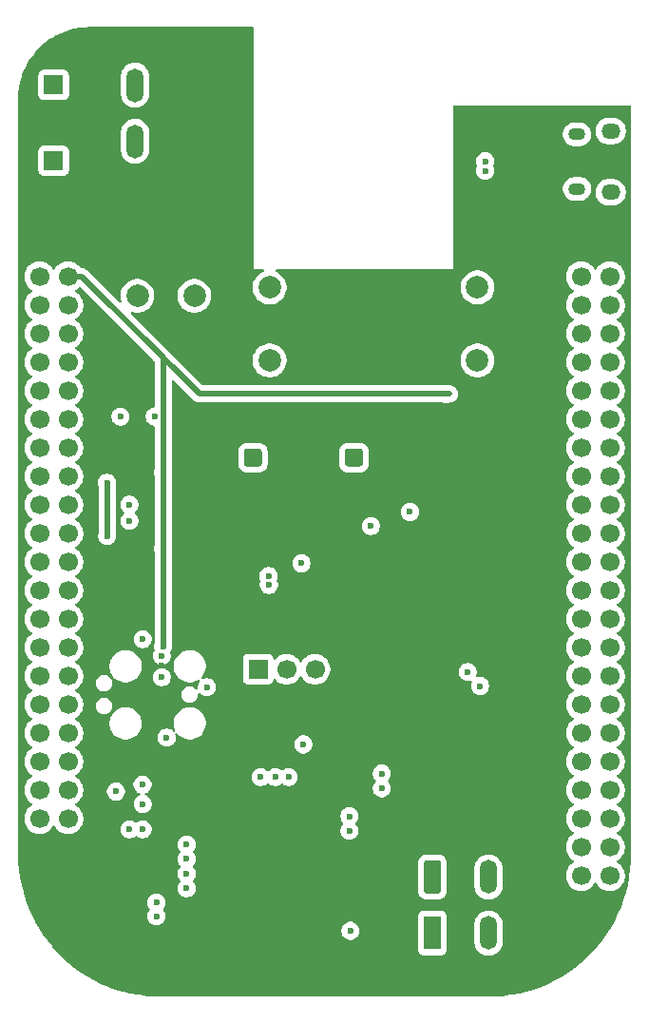
<source format=gbr>
G04 #@! TF.GenerationSoftware,KiCad,Pcbnew,9.0.6+1*
G04 #@! TF.CreationDate,2025-11-29T18:55:21+00:00*
G04 #@! TF.ProjectId,com4bbb,636f6d34-6262-4622-9e6b-696361645f70,0.2*
G04 #@! TF.SameCoordinates,Original*
G04 #@! TF.FileFunction,Copper,L4,Bot*
G04 #@! TF.FilePolarity,Positive*
%FSLAX46Y46*%
G04 Gerber Fmt 4.6, Leading zero omitted, Abs format (unit mm)*
G04 Created by KiCad (PCBNEW 9.0.6+1) date 2025-11-29 18:55:21*
%MOMM*%
%LPD*%
G01*
G04 APERTURE LIST*
G04 #@! TA.AperFunction,ComponentPad*
%ADD10R,1.700000X1.700000*%
G04 #@! TD*
G04 #@! TA.AperFunction,ComponentPad*
%ADD11C,1.700000*%
G04 #@! TD*
G04 #@! TA.AperFunction,ComponentPad*
%ADD12R,1.500000X3.000000*%
G04 #@! TD*
G04 #@! TA.AperFunction,ComponentPad*
%ADD13O,1.500000X3.000000*%
G04 #@! TD*
G04 #@! TA.AperFunction,ComponentPad*
%ADD14C,2.000000*%
G04 #@! TD*
G04 #@! TA.AperFunction,ComponentPad*
%ADD15C,1.600000*%
G04 #@! TD*
G04 #@! TA.AperFunction,HeatsinkPad*
%ADD16O,1.700000X1.350000*%
G04 #@! TD*
G04 #@! TA.AperFunction,HeatsinkPad*
%ADD17O,1.500000X1.100000*%
G04 #@! TD*
G04 #@! TA.AperFunction,ViaPad*
%ADD18C,0.600000*%
G04 #@! TD*
G04 #@! TA.AperFunction,Conductor*
%ADD19C,0.500000*%
G04 #@! TD*
G04 #@! TA.AperFunction,Conductor*
%ADD20C,0.250000*%
G04 #@! TD*
G04 APERTURE END LIST*
D10*
X164630100Y-62382400D03*
D11*
X167170100Y-62382400D03*
X164630100Y-64922400D03*
X167170100Y-64922400D03*
X164630100Y-67462400D03*
X167170100Y-67462400D03*
X164630100Y-70002400D03*
X167170100Y-70002400D03*
X164630100Y-72542400D03*
X167170100Y-72542400D03*
X164630100Y-75082400D03*
X167170100Y-75082400D03*
X164630100Y-77622400D03*
X167170100Y-77622400D03*
X164630100Y-80162400D03*
X167170100Y-80162400D03*
X164630100Y-82702400D03*
X167170100Y-82702400D03*
X164630100Y-85242400D03*
X167170100Y-85242400D03*
X164630100Y-87782400D03*
X167170100Y-87782400D03*
X164630100Y-90322400D03*
X167170100Y-90322400D03*
X164630100Y-92862400D03*
X167170100Y-92862400D03*
X164630100Y-95402400D03*
X167170100Y-95402400D03*
X164630100Y-97942400D03*
X167170100Y-97942400D03*
X164630100Y-100482400D03*
X167170100Y-100482400D03*
X164630100Y-103022400D03*
X167170100Y-103022400D03*
X164630100Y-105562400D03*
X167170100Y-105562400D03*
X164630100Y-108102400D03*
X167170100Y-108102400D03*
X164630100Y-110642400D03*
X167170100Y-110642400D03*
X164630100Y-113182400D03*
X167170100Y-113182400D03*
X164630100Y-115722400D03*
X167170100Y-115722400D03*
X164630100Y-118262400D03*
X167170100Y-118262400D03*
D10*
X116370100Y-62382400D03*
D11*
X118910100Y-62382400D03*
X116370100Y-64922400D03*
X118910100Y-64922400D03*
X116370100Y-67462400D03*
X118910100Y-67462400D03*
X116370100Y-70002400D03*
X118910100Y-70002400D03*
X116370100Y-72542400D03*
X118910100Y-72542400D03*
X116370100Y-75082400D03*
X118910100Y-75082400D03*
X116370100Y-77622400D03*
X118910100Y-77622400D03*
X116370100Y-80162400D03*
X118910100Y-80162400D03*
X116370100Y-82702400D03*
X118910100Y-82702400D03*
X116370100Y-85242400D03*
X118910100Y-85242400D03*
X116370100Y-87782400D03*
X118910100Y-87782400D03*
X116370100Y-90322400D03*
X118910100Y-90322400D03*
X116370100Y-92862400D03*
X118910100Y-92862400D03*
X116370100Y-95402400D03*
X118910100Y-95402400D03*
X116370100Y-97942400D03*
X118910100Y-97942400D03*
X116370100Y-100482400D03*
X118910100Y-100482400D03*
X116370100Y-103022400D03*
X118910100Y-103022400D03*
X116370100Y-105562400D03*
X118910100Y-105562400D03*
X116370100Y-108102400D03*
X118910100Y-108102400D03*
X116370100Y-110642400D03*
X118910100Y-110642400D03*
X116370100Y-113182400D03*
X118910100Y-113182400D03*
X116370100Y-115722400D03*
X118910100Y-115722400D03*
X116370100Y-118262400D03*
X118910100Y-118262400D03*
G04 #@! TA.AperFunction,ComponentPad*
G36*
G01*
X150620100Y-119632399D02*
X150620100Y-117132401D01*
G75*
G02*
X150870101Y-116882400I250001J0D01*
G01*
X151870099Y-116882400D01*
G75*
G02*
X152120100Y-117132401I0J-250001D01*
G01*
X152120100Y-119632399D01*
G75*
G02*
X151870099Y-119882400I-250001J0D01*
G01*
X150870101Y-119882400D01*
G75*
G02*
X150620100Y-119632399I0J250001D01*
G01*
G37*
G04 #@! TD.AperFunction*
D12*
X151370100Y-123382400D03*
D13*
X156370100Y-118382400D03*
X156370100Y-123382400D03*
D14*
X155370100Y-72382400D03*
X155370100Y-65882400D03*
X159870100Y-72382400D03*
X159870100Y-65882400D03*
X136870100Y-72382400D03*
X136870100Y-65882400D03*
X141370100Y-72382400D03*
X141370100Y-65882400D03*
G04 #@! TA.AperFunction,ComponentPad*
G36*
G01*
X130620100Y-51632401D02*
X130620100Y-54132399D01*
G75*
G02*
X130370099Y-54382400I-250001J0D01*
G01*
X129370101Y-54382400D01*
G75*
G02*
X129120100Y-54132399I0J250001D01*
G01*
X129120100Y-51632401D01*
G75*
G02*
X129370101Y-51382400I250001J0D01*
G01*
X130370099Y-51382400D01*
G75*
G02*
X130620100Y-51632401I0J-250001D01*
G01*
G37*
G04 #@! TD.AperFunction*
D12*
X129870100Y-47882400D03*
D13*
X124870100Y-52882400D03*
X124870100Y-47882400D03*
D14*
X130160100Y-66632400D03*
X127620100Y-66632400D03*
X125080100Y-66632400D03*
G04 #@! TA.AperFunction,ComponentPad*
G36*
G01*
X135920100Y-81835051D02*
X134820100Y-81835051D01*
G75*
G02*
X134570100Y-81585051I0J250000D01*
G01*
X134570100Y-80485051D01*
G75*
G02*
X134820100Y-80235051I250000J0D01*
G01*
X135920100Y-80235051D01*
G75*
G02*
X136170100Y-80485051I0J-250000D01*
G01*
X136170100Y-81585051D01*
G75*
G02*
X135920100Y-81835051I-250000J0D01*
G01*
G37*
G04 #@! TD.AperFunction*
D15*
X135370100Y-77535051D03*
D10*
X117620100Y-54607400D03*
D11*
X117620100Y-57147400D03*
D10*
X117620100Y-47857400D03*
D11*
X117620100Y-50397400D03*
G04 #@! TA.AperFunction,ComponentPad*
G36*
G01*
X144920100Y-81835051D02*
X143820100Y-81835051D01*
G75*
G02*
X143570100Y-81585051I0J250000D01*
G01*
X143570100Y-80485051D01*
G75*
G02*
X143820100Y-80235051I250000J0D01*
G01*
X144920100Y-80235051D01*
G75*
G02*
X145170100Y-80485051I0J-250000D01*
G01*
X145170100Y-81585051D01*
G75*
G02*
X144920100Y-81835051I-250000J0D01*
G01*
G37*
G04 #@! TD.AperFunction*
D15*
X144370100Y-77535051D03*
D16*
X167250100Y-57412400D03*
D17*
X164250100Y-57102400D03*
X164250100Y-52262400D03*
D16*
X167250100Y-51952400D03*
D10*
X135830100Y-99882400D03*
D11*
X138370100Y-99882400D03*
X140910100Y-99882400D03*
D18*
X133770100Y-125882400D03*
X122620100Y-74882400D03*
X130270100Y-123482400D03*
X129870100Y-91582400D03*
X121370100Y-69632400D03*
X128870100Y-80082400D03*
X128570100Y-85382400D03*
X123120100Y-70132400D03*
X127245100Y-99582400D03*
X163170100Y-53382400D03*
X148120100Y-107882400D03*
X120870100Y-95582400D03*
X144120100Y-101132400D03*
X120870100Y-82632400D03*
X120870100Y-87382400D03*
X135870100Y-104882400D03*
X121120100Y-72382400D03*
X141470100Y-125582400D03*
X120870100Y-89682400D03*
X124370100Y-91882400D03*
X123120100Y-72632400D03*
X134370100Y-120882400D03*
X121170100Y-84182400D03*
X121120100Y-74632400D03*
X132370100Y-97632400D03*
X157270100Y-55082400D03*
X133270100Y-115982400D03*
X122070100Y-99382400D03*
X121620100Y-80132400D03*
X137370100Y-97382400D03*
X142970100Y-117582400D03*
X152620100Y-75382400D03*
X127370100Y-97828400D03*
X127370100Y-82382400D03*
X127370100Y-89132400D03*
X149370100Y-85882400D03*
X124370100Y-114132400D03*
X123170099Y-110772399D03*
X143970100Y-114282400D03*
X139870100Y-106582400D03*
X125544100Y-97203400D03*
X124370100Y-86682400D03*
X136797652Y-92381928D03*
X139687042Y-90449342D03*
X136770100Y-91582400D03*
X124370100Y-85242400D03*
X125537012Y-110162188D03*
X137370100Y-109482400D03*
X155620100Y-101382400D03*
X143970100Y-112982400D03*
X154520336Y-100130796D03*
X129470100Y-115482400D03*
X127245100Y-98682400D03*
X129470100Y-118082400D03*
X127696100Y-105982400D03*
X131270100Y-101482400D03*
X129470100Y-116782400D03*
X127245100Y-100582400D03*
X129470100Y-119382400D03*
X122385100Y-88017400D03*
X122370100Y-83282400D03*
X123570100Y-77382400D03*
X126770100Y-121882400D03*
X126620100Y-77382400D03*
X126770100Y-120682400D03*
X144070100Y-123182400D03*
X138570100Y-109482400D03*
X125544100Y-114133400D03*
X125544100Y-111882400D03*
X136070100Y-109482400D03*
X146870100Y-109182400D03*
X156070100Y-54657400D03*
X156070100Y-55507400D03*
X146870100Y-110482400D03*
X145870100Y-87132400D03*
D19*
X127370100Y-87382400D02*
X127370100Y-89132400D01*
X127370100Y-87382400D02*
X127370100Y-97828400D01*
X127370100Y-72161086D02*
X127370100Y-82382400D01*
X120131414Y-64922400D02*
X130591414Y-75382400D01*
X118910100Y-64922400D02*
X120131414Y-64922400D01*
X120131414Y-64922400D02*
X127370100Y-72161086D01*
X127370100Y-82382400D02*
X127370100Y-87382400D01*
D20*
X127245100Y-97828400D02*
X127245100Y-89257400D01*
X127245100Y-89257400D02*
X127370100Y-89132400D01*
D19*
X130591414Y-75382400D02*
X152911100Y-75382400D01*
X122370100Y-83282400D02*
X122370100Y-88002400D01*
X122370100Y-88002400D02*
X122385100Y-88017400D01*
G04 #@! TA.AperFunction,Conductor*
G36*
X135377521Y-42718077D02*
G01*
X135413485Y-42767577D01*
X135418330Y-42798170D01*
X135418330Y-64286667D01*
X135418330Y-64288133D01*
X135419367Y-64289170D01*
X135419368Y-64289170D01*
X136266886Y-64289170D01*
X136325077Y-64308077D01*
X136361041Y-64357577D01*
X136361041Y-64418763D01*
X136325077Y-64468263D01*
X136297479Y-64482325D01*
X136291036Y-64484418D01*
X136079475Y-64592213D01*
X135887379Y-64731779D01*
X135719479Y-64899679D01*
X135579913Y-65091775D01*
X135472118Y-65303336D01*
X135398742Y-65529163D01*
X135361600Y-65763674D01*
X135361600Y-66001125D01*
X135398742Y-66235636D01*
X135472118Y-66461463D01*
X135531188Y-66577396D01*
X135579915Y-66673027D01*
X135719480Y-66865122D01*
X135887378Y-67033020D01*
X136079473Y-67172585D01*
X136291037Y-67280382D01*
X136516859Y-67353756D01*
X136516860Y-67353756D01*
X136516863Y-67353757D01*
X136751375Y-67390900D01*
X136751378Y-67390900D01*
X136988825Y-67390900D01*
X137223336Y-67353757D01*
X137223337Y-67353756D01*
X137223341Y-67353756D01*
X137449163Y-67280382D01*
X137660727Y-67172585D01*
X137852822Y-67033020D01*
X138020720Y-66865122D01*
X138160285Y-66673027D01*
X138268082Y-66461463D01*
X138341456Y-66235641D01*
X138348305Y-66192400D01*
X138378600Y-66001125D01*
X138378600Y-65763674D01*
X153861600Y-65763674D01*
X153861600Y-66001125D01*
X153898742Y-66235636D01*
X153972118Y-66461463D01*
X154031188Y-66577396D01*
X154079915Y-66673027D01*
X154219480Y-66865122D01*
X154387378Y-67033020D01*
X154579473Y-67172585D01*
X154791037Y-67280382D01*
X155016859Y-67353756D01*
X155016860Y-67353756D01*
X155016863Y-67353757D01*
X155251375Y-67390900D01*
X155251378Y-67390900D01*
X155488825Y-67390900D01*
X155723336Y-67353757D01*
X155723337Y-67353756D01*
X155723341Y-67353756D01*
X155949163Y-67280382D01*
X156160727Y-67172585D01*
X156352822Y-67033020D01*
X156520720Y-66865122D01*
X156660285Y-66673027D01*
X156768082Y-66461463D01*
X156841456Y-66235641D01*
X156848305Y-66192400D01*
X156878600Y-66001125D01*
X156878600Y-65763674D01*
X156841457Y-65529163D01*
X156841456Y-65529159D01*
X156768082Y-65303337D01*
X156660285Y-65091773D01*
X156520720Y-64899678D01*
X156436522Y-64815480D01*
X163271600Y-64815480D01*
X163271600Y-65029319D01*
X163305050Y-65240513D01*
X163371127Y-65443881D01*
X163468203Y-65634405D01*
X163468206Y-65634409D01*
X163593894Y-65807404D01*
X163745096Y-65958606D01*
X163918091Y-66084294D01*
X163918093Y-66084295D01*
X163957139Y-66104190D01*
X164000404Y-66147455D01*
X164009975Y-66207887D01*
X163982198Y-66262404D01*
X163957139Y-66280610D01*
X163918093Y-66300504D01*
X163745097Y-66426193D01*
X163593893Y-66577397D01*
X163468204Y-66750393D01*
X163371127Y-66940918D01*
X163305050Y-67144286D01*
X163271600Y-67355480D01*
X163271600Y-67569319D01*
X163305050Y-67780513D01*
X163371127Y-67983881D01*
X163468203Y-68174405D01*
X163468206Y-68174409D01*
X163593894Y-68347404D01*
X163745096Y-68498606D01*
X163918091Y-68624294D01*
X163918093Y-68624295D01*
X163957139Y-68644190D01*
X164000404Y-68687455D01*
X164009975Y-68747887D01*
X163982198Y-68802404D01*
X163957139Y-68820610D01*
X163918093Y-68840504D01*
X163745097Y-68966193D01*
X163593893Y-69117397D01*
X163468204Y-69290393D01*
X163371127Y-69480918D01*
X163305050Y-69684286D01*
X163271600Y-69895480D01*
X163271600Y-70109319D01*
X163305050Y-70320513D01*
X163371127Y-70523881D01*
X163468203Y-70714405D01*
X163468206Y-70714409D01*
X163593894Y-70887404D01*
X163745096Y-71038606D01*
X163918091Y-71164294D01*
X163918093Y-71164295D01*
X163957139Y-71184190D01*
X164000404Y-71227455D01*
X164009975Y-71287887D01*
X163982198Y-71342404D01*
X163957139Y-71360610D01*
X163918093Y-71380504D01*
X163745097Y-71506193D01*
X163593893Y-71657397D01*
X163468204Y-71830393D01*
X163371127Y-72020918D01*
X163305050Y-72224286D01*
X163271600Y-72435480D01*
X163271600Y-72649319D01*
X163305050Y-72860513D01*
X163371127Y-73063881D01*
X163468203Y-73254405D01*
X163468206Y-73254409D01*
X163593894Y-73427404D01*
X163745096Y-73578606D01*
X163918091Y-73704294D01*
X163918093Y-73704295D01*
X163957139Y-73724190D01*
X164000404Y-73767455D01*
X164009975Y-73827887D01*
X163982198Y-73882404D01*
X163957139Y-73900610D01*
X163918093Y-73920504D01*
X163745097Y-74046193D01*
X163593893Y-74197397D01*
X163468204Y-74370393D01*
X163371127Y-74560918D01*
X163305050Y-74764286D01*
X163271600Y-74975480D01*
X163271600Y-75189319D01*
X163305050Y-75400513D01*
X163371127Y-75603881D01*
X163468203Y-75794405D01*
X163468206Y-75794409D01*
X163593894Y-75967404D01*
X163745096Y-76118606D01*
X163918091Y-76244294D01*
X163918093Y-76244295D01*
X163957139Y-76264190D01*
X164000404Y-76307455D01*
X164009975Y-76367887D01*
X163982198Y-76422404D01*
X163957139Y-76440610D01*
X163918093Y-76460504D01*
X163745097Y-76586193D01*
X163593893Y-76737397D01*
X163468204Y-76910393D01*
X163371127Y-77100918D01*
X163305050Y-77304286D01*
X163271600Y-77515480D01*
X163271600Y-77729319D01*
X163305050Y-77940513D01*
X163371127Y-78143881D01*
X163468203Y-78334405D01*
X163468206Y-78334409D01*
X163593894Y-78507404D01*
X163745096Y-78658606D01*
X163918091Y-78784294D01*
X163918093Y-78784295D01*
X163957139Y-78804190D01*
X164000404Y-78847455D01*
X164009975Y-78907887D01*
X163982198Y-78962404D01*
X163957139Y-78980610D01*
X163918093Y-79000504D01*
X163745097Y-79126193D01*
X163593893Y-79277397D01*
X163468204Y-79450393D01*
X163371127Y-79640918D01*
X163305050Y-79844286D01*
X163271600Y-80055480D01*
X163271600Y-80269319D01*
X163305050Y-80480513D01*
X163371127Y-80683881D01*
X163468203Y-80874405D01*
X163468206Y-80874409D01*
X163593894Y-81047404D01*
X163745096Y-81198606D01*
X163918091Y-81324294D01*
X163918093Y-81324295D01*
X163957139Y-81344190D01*
X164000404Y-81387455D01*
X164009975Y-81447887D01*
X163982198Y-81502404D01*
X163957139Y-81520610D01*
X163918093Y-81540504D01*
X163745097Y-81666193D01*
X163593893Y-81817397D01*
X163468204Y-81990393D01*
X163371127Y-82180918D01*
X163305050Y-82384286D01*
X163271600Y-82595480D01*
X163271600Y-82809319D01*
X163305050Y-83020513D01*
X163371127Y-83223881D01*
X163468203Y-83414405D01*
X163468206Y-83414409D01*
X163593894Y-83587404D01*
X163745096Y-83738606D01*
X163918091Y-83864294D01*
X163918093Y-83864295D01*
X163957139Y-83884190D01*
X164000404Y-83927455D01*
X164009975Y-83987887D01*
X163982198Y-84042404D01*
X163957139Y-84060610D01*
X163918093Y-84080504D01*
X163745097Y-84206193D01*
X163593893Y-84357397D01*
X163468204Y-84530393D01*
X163371127Y-84720918D01*
X163305050Y-84924286D01*
X163271600Y-85135480D01*
X163271600Y-85349319D01*
X163305050Y-85560513D01*
X163371127Y-85763881D01*
X163468203Y-85954405D01*
X163468206Y-85954409D01*
X163593894Y-86127404D01*
X163745096Y-86278606D01*
X163918091Y-86404294D01*
X163918093Y-86404295D01*
X163957139Y-86424190D01*
X164000404Y-86467455D01*
X164009975Y-86527887D01*
X163982198Y-86582404D01*
X163957139Y-86600610D01*
X163918093Y-86620504D01*
X163745097Y-86746193D01*
X163593893Y-86897397D01*
X163468204Y-87070393D01*
X163371127Y-87260918D01*
X163305050Y-87464286D01*
X163271600Y-87675480D01*
X163271600Y-87889319D01*
X163305050Y-88100513D01*
X163371127Y-88303881D01*
X163468203Y-88494405D01*
X163468206Y-88494409D01*
X163593894Y-88667404D01*
X163745096Y-88818606D01*
X163918091Y-88944294D01*
X163918093Y-88944295D01*
X163957139Y-88964190D01*
X164000404Y-89007455D01*
X164009975Y-89067887D01*
X163982198Y-89122404D01*
X163957139Y-89140610D01*
X163918093Y-89160504D01*
X163745097Y-89286193D01*
X163593893Y-89437397D01*
X163468204Y-89610393D01*
X163371127Y-89800918D01*
X163305050Y-90004286D01*
X163271600Y-90215480D01*
X163271600Y-90429319D01*
X163305050Y-90640513D01*
X163371127Y-90843881D01*
X163468203Y-91034405D01*
X163468206Y-91034409D01*
X163593894Y-91207404D01*
X163745096Y-91358606D01*
X163918091Y-91484294D01*
X163918093Y-91484295D01*
X163957139Y-91504190D01*
X164000404Y-91547455D01*
X164009975Y-91607887D01*
X163982198Y-91662404D01*
X163957139Y-91680610D01*
X163918093Y-91700504D01*
X163745097Y-91826193D01*
X163593893Y-91977397D01*
X163468204Y-92150393D01*
X163371127Y-92340918D01*
X163305050Y-92544286D01*
X163271600Y-92755480D01*
X163271600Y-92969319D01*
X163305050Y-93180513D01*
X163371127Y-93383881D01*
X163468203Y-93574405D01*
X163468206Y-93574409D01*
X163593894Y-93747404D01*
X163745096Y-93898606D01*
X163918091Y-94024294D01*
X163918093Y-94024295D01*
X163957139Y-94044190D01*
X164000404Y-94087455D01*
X164009975Y-94147887D01*
X163982198Y-94202404D01*
X163957139Y-94220610D01*
X163918093Y-94240504D01*
X163745097Y-94366193D01*
X163593893Y-94517397D01*
X163468204Y-94690393D01*
X163371127Y-94880918D01*
X163305050Y-95084286D01*
X163271600Y-95295480D01*
X163271600Y-95509319D01*
X163305050Y-95720513D01*
X163371127Y-95923881D01*
X163468203Y-96114405D01*
X163468206Y-96114409D01*
X163593894Y-96287404D01*
X163745096Y-96438606D01*
X163918091Y-96564294D01*
X163918093Y-96564295D01*
X163957139Y-96584190D01*
X164000404Y-96627455D01*
X164009975Y-96687887D01*
X163982198Y-96742404D01*
X163957139Y-96760610D01*
X163918093Y-96780504D01*
X163745097Y-96906193D01*
X163593893Y-97057397D01*
X163468204Y-97230393D01*
X163371127Y-97420918D01*
X163305050Y-97624286D01*
X163271600Y-97835480D01*
X163271600Y-98049319D01*
X163305050Y-98260513D01*
X163371127Y-98463881D01*
X163468203Y-98654405D01*
X163468206Y-98654409D01*
X163593894Y-98827404D01*
X163745096Y-98978606D01*
X163918091Y-99104294D01*
X163918093Y-99104295D01*
X163957139Y-99124190D01*
X164000404Y-99167455D01*
X164009975Y-99227887D01*
X163982198Y-99282404D01*
X163957139Y-99300610D01*
X163918093Y-99320504D01*
X163745097Y-99446193D01*
X163593893Y-99597397D01*
X163468204Y-99770393D01*
X163371127Y-99960918D01*
X163305050Y-100164286D01*
X163271600Y-100375480D01*
X163271600Y-100589319D01*
X163305050Y-100800513D01*
X163371127Y-101003881D01*
X163468203Y-101194405D01*
X163468206Y-101194409D01*
X163593894Y-101367404D01*
X163745096Y-101518606D01*
X163918091Y-101644294D01*
X163918093Y-101644295D01*
X163957139Y-101664190D01*
X164000404Y-101707455D01*
X164009975Y-101767887D01*
X163982198Y-101822404D01*
X163957139Y-101840610D01*
X163918093Y-101860504D01*
X163745097Y-101986193D01*
X163593893Y-102137397D01*
X163468204Y-102310393D01*
X163371127Y-102500918D01*
X163305050Y-102704286D01*
X163271600Y-102915480D01*
X163271600Y-103129319D01*
X163305050Y-103340513D01*
X163371127Y-103543881D01*
X163468203Y-103734405D01*
X163468206Y-103734409D01*
X163593894Y-103907404D01*
X163745096Y-104058606D01*
X163918091Y-104184294D01*
X163918093Y-104184295D01*
X163957139Y-104204190D01*
X164000404Y-104247455D01*
X164009975Y-104307887D01*
X163982198Y-104362404D01*
X163957139Y-104380610D01*
X163918093Y-104400504D01*
X163745097Y-104526193D01*
X163593893Y-104677397D01*
X163468204Y-104850393D01*
X163371127Y-105040918D01*
X163305050Y-105244286D01*
X163271600Y-105455480D01*
X163271600Y-105669319D01*
X163305050Y-105880513D01*
X163371127Y-106083881D01*
X163468203Y-106274405D01*
X163468206Y-106274409D01*
X163593894Y-106447404D01*
X163745096Y-106598606D01*
X163918091Y-106724294D01*
X163918093Y-106724295D01*
X163957139Y-106744190D01*
X164000404Y-106787455D01*
X164009975Y-106847887D01*
X163982198Y-106902404D01*
X163957139Y-106920610D01*
X163918093Y-106940504D01*
X163745097Y-107066193D01*
X163593893Y-107217397D01*
X163468204Y-107390393D01*
X163371127Y-107580918D01*
X163305050Y-107784286D01*
X163271600Y-107995480D01*
X163271600Y-108209319D01*
X163305050Y-108420513D01*
X163371127Y-108623881D01*
X163468203Y-108814405D01*
X163468206Y-108814409D01*
X163593894Y-108987404D01*
X163745096Y-109138606D01*
X163918091Y-109264294D01*
X163918093Y-109264295D01*
X163957139Y-109284190D01*
X164000404Y-109327455D01*
X164009975Y-109387887D01*
X163982198Y-109442404D01*
X163957139Y-109460610D01*
X163918093Y-109480504D01*
X163745097Y-109606193D01*
X163593893Y-109757397D01*
X163468204Y-109930393D01*
X163371127Y-110120918D01*
X163305050Y-110324286D01*
X163271600Y-110535480D01*
X163271600Y-110749319D01*
X163305050Y-110960513D01*
X163371127Y-111163881D01*
X163468203Y-111354405D01*
X163468206Y-111354409D01*
X163593894Y-111527404D01*
X163745096Y-111678606D01*
X163918091Y-111804294D01*
X163918093Y-111804295D01*
X163957139Y-111824190D01*
X164000404Y-111867455D01*
X164009975Y-111927887D01*
X163982198Y-111982404D01*
X163957139Y-112000610D01*
X163918093Y-112020504D01*
X163745097Y-112146193D01*
X163593893Y-112297397D01*
X163468204Y-112470393D01*
X163371127Y-112660918D01*
X163305050Y-112864286D01*
X163271600Y-113075480D01*
X163271600Y-113289319D01*
X163305050Y-113500513D01*
X163371127Y-113703881D01*
X163468203Y-113894405D01*
X163468206Y-113894409D01*
X163593894Y-114067404D01*
X163745096Y-114218606D01*
X163918091Y-114344294D01*
X163918093Y-114344295D01*
X163957139Y-114364190D01*
X164000404Y-114407455D01*
X164009975Y-114467887D01*
X163982198Y-114522404D01*
X163957139Y-114540610D01*
X163918093Y-114560504D01*
X163745097Y-114686193D01*
X163593893Y-114837397D01*
X163468204Y-115010393D01*
X163371127Y-115200918D01*
X163305050Y-115404286D01*
X163271600Y-115615480D01*
X163271600Y-115829319D01*
X163305050Y-116040513D01*
X163371127Y-116243881D01*
X163468203Y-116434405D01*
X163468206Y-116434409D01*
X163593894Y-116607404D01*
X163745096Y-116758606D01*
X163918091Y-116884294D01*
X163918093Y-116884295D01*
X163957139Y-116904190D01*
X164000404Y-116947455D01*
X164009975Y-117007887D01*
X163982198Y-117062404D01*
X163957139Y-117080610D01*
X163918093Y-117100504D01*
X163745097Y-117226193D01*
X163593893Y-117377397D01*
X163468204Y-117550393D01*
X163371127Y-117740918D01*
X163305050Y-117944286D01*
X163271600Y-118155480D01*
X163271600Y-118369319D01*
X163305050Y-118580513D01*
X163371127Y-118783881D01*
X163468203Y-118974405D01*
X163468206Y-118974409D01*
X163593894Y-119147404D01*
X163745096Y-119298606D01*
X163918091Y-119424294D01*
X164108617Y-119521372D01*
X164311984Y-119587449D01*
X164396464Y-119600829D01*
X164523181Y-119620900D01*
X164523184Y-119620900D01*
X164737019Y-119620900D01*
X164842616Y-119604174D01*
X164948216Y-119587449D01*
X165151583Y-119521372D01*
X165342109Y-119424294D01*
X165515104Y-119298606D01*
X165666306Y-119147404D01*
X165791994Y-118974409D01*
X165811890Y-118935361D01*
X165855154Y-118892096D01*
X165915586Y-118882524D01*
X165970103Y-118910301D01*
X165988310Y-118935361D01*
X166008202Y-118974403D01*
X166008203Y-118974405D01*
X166008204Y-118974406D01*
X166008206Y-118974409D01*
X166133894Y-119147404D01*
X166285096Y-119298606D01*
X166458091Y-119424294D01*
X166648617Y-119521372D01*
X166851984Y-119587449D01*
X166936464Y-119600829D01*
X167063181Y-119620900D01*
X167063184Y-119620900D01*
X167277019Y-119620900D01*
X167382616Y-119604174D01*
X167488216Y-119587449D01*
X167691583Y-119521372D01*
X167882109Y-119424294D01*
X168055104Y-119298606D01*
X168206306Y-119147404D01*
X168331994Y-118974409D01*
X168429072Y-118783883D01*
X168495149Y-118580516D01*
X168518280Y-118434472D01*
X168528600Y-118369319D01*
X168528600Y-118155480D01*
X168495149Y-117944286D01*
X168495149Y-117944284D01*
X168429072Y-117740917D01*
X168331994Y-117550391D01*
X168206306Y-117377396D01*
X168055104Y-117226194D01*
X167882109Y-117100506D01*
X167882105Y-117100503D01*
X167882103Y-117100502D01*
X167843061Y-117080610D01*
X167799796Y-117037346D01*
X167790224Y-116976914D01*
X167818001Y-116922397D01*
X167843061Y-116904190D01*
X167882103Y-116884297D01*
X167882105Y-116884296D01*
X167882104Y-116884296D01*
X167882109Y-116884294D01*
X168055104Y-116758606D01*
X168206306Y-116607404D01*
X168331994Y-116434409D01*
X168429072Y-116243883D01*
X168495149Y-116040516D01*
X168528600Y-115829316D01*
X168528600Y-115615484D01*
X168528600Y-115615480D01*
X168495149Y-115404286D01*
X168495149Y-115404284D01*
X168429072Y-115200917D01*
X168331994Y-115010391D01*
X168206306Y-114837396D01*
X168055104Y-114686194D01*
X167882109Y-114560506D01*
X167882105Y-114560503D01*
X167882103Y-114560502D01*
X167843061Y-114540610D01*
X167799796Y-114497346D01*
X167790224Y-114436914D01*
X167818001Y-114382397D01*
X167843061Y-114364190D01*
X167882103Y-114344297D01*
X167882105Y-114344296D01*
X167882104Y-114344296D01*
X167882109Y-114344294D01*
X168055104Y-114218606D01*
X168206306Y-114067404D01*
X168331994Y-113894409D01*
X168429072Y-113703883D01*
X168495149Y-113500516D01*
X168511874Y-113394916D01*
X168528600Y-113289319D01*
X168528600Y-113075480D01*
X168501245Y-112902771D01*
X168495149Y-112864284D01*
X168429072Y-112660917D01*
X168331994Y-112470391D01*
X168206306Y-112297396D01*
X168055104Y-112146194D01*
X167882109Y-112020506D01*
X167882105Y-112020503D01*
X167882103Y-112020502D01*
X167843061Y-112000610D01*
X167799796Y-111957346D01*
X167790224Y-111896914D01*
X167818001Y-111842397D01*
X167843061Y-111824190D01*
X167882103Y-111804297D01*
X167882105Y-111804296D01*
X167882104Y-111804296D01*
X167882109Y-111804294D01*
X168055104Y-111678606D01*
X168206306Y-111527404D01*
X168331994Y-111354409D01*
X168429072Y-111163883D01*
X168495149Y-110960516D01*
X168528600Y-110749316D01*
X168528600Y-110535484D01*
X168528600Y-110535480D01*
X168495149Y-110324286D01*
X168495149Y-110324284D01*
X168429072Y-110120917D01*
X168331994Y-109930391D01*
X168206306Y-109757396D01*
X168055104Y-109606194D01*
X167882109Y-109480506D01*
X167882105Y-109480503D01*
X167882103Y-109480502D01*
X167843061Y-109460610D01*
X167799796Y-109417346D01*
X167790224Y-109356914D01*
X167818001Y-109302397D01*
X167843061Y-109284190D01*
X167882103Y-109264297D01*
X167882105Y-109264296D01*
X167882104Y-109264296D01*
X167882109Y-109264294D01*
X168055104Y-109138606D01*
X168206306Y-108987404D01*
X168331994Y-108814409D01*
X168429072Y-108623883D01*
X168495149Y-108420516D01*
X168528600Y-108209316D01*
X168528600Y-107995484D01*
X168528600Y-107995480D01*
X168495149Y-107784286D01*
X168495149Y-107784284D01*
X168429072Y-107580917D01*
X168331994Y-107390391D01*
X168206306Y-107217396D01*
X168055104Y-107066194D01*
X167882109Y-106940506D01*
X167882105Y-106940503D01*
X167882103Y-106940502D01*
X167843061Y-106920610D01*
X167799796Y-106877346D01*
X167790224Y-106816914D01*
X167818001Y-106762397D01*
X167843061Y-106744190D01*
X167882103Y-106724297D01*
X167882105Y-106724296D01*
X167882104Y-106724296D01*
X167882109Y-106724294D01*
X168055104Y-106598606D01*
X168206306Y-106447404D01*
X168331994Y-106274409D01*
X168429072Y-106083883D01*
X168495149Y-105880516D01*
X168528600Y-105669316D01*
X168528600Y-105455484D01*
X168528600Y-105455480D01*
X168495149Y-105244286D01*
X168495149Y-105244284D01*
X168429072Y-105040917D01*
X168331994Y-104850391D01*
X168206306Y-104677396D01*
X168055104Y-104526194D01*
X167882109Y-104400506D01*
X167882105Y-104400503D01*
X167882103Y-104400502D01*
X167843061Y-104380610D01*
X167799796Y-104337346D01*
X167790224Y-104276914D01*
X167818001Y-104222397D01*
X167843061Y-104204190D01*
X167882103Y-104184297D01*
X167882105Y-104184296D01*
X167882104Y-104184296D01*
X167882109Y-104184294D01*
X168055104Y-104058606D01*
X168206306Y-103907404D01*
X168331994Y-103734409D01*
X168429072Y-103543883D01*
X168495149Y-103340516D01*
X168528600Y-103129316D01*
X168528600Y-102915484D01*
X168528600Y-102915480D01*
X168495149Y-102704286D01*
X168495149Y-102704284D01*
X168429072Y-102500917D01*
X168331994Y-102310391D01*
X168206306Y-102137396D01*
X168055104Y-101986194D01*
X167882109Y-101860506D01*
X167882105Y-101860503D01*
X167882103Y-101860502D01*
X167843061Y-101840610D01*
X167799796Y-101797346D01*
X167790224Y-101736914D01*
X167818001Y-101682397D01*
X167843061Y-101664190D01*
X167882103Y-101644297D01*
X167882105Y-101644296D01*
X167882104Y-101644296D01*
X167882109Y-101644294D01*
X168055104Y-101518606D01*
X168206306Y-101367404D01*
X168331994Y-101194409D01*
X168429072Y-101003883D01*
X168495149Y-100800516D01*
X168517083Y-100662030D01*
X168528600Y-100589319D01*
X168528600Y-100375480D01*
X168506299Y-100234684D01*
X168495149Y-100164284D01*
X168429072Y-99960917D01*
X168331994Y-99770391D01*
X168206306Y-99597396D01*
X168055104Y-99446194D01*
X167882109Y-99320506D01*
X167882105Y-99320503D01*
X167882103Y-99320502D01*
X167843061Y-99300610D01*
X167799796Y-99257346D01*
X167790224Y-99196914D01*
X167818001Y-99142397D01*
X167843061Y-99124190D01*
X167882103Y-99104297D01*
X167882105Y-99104296D01*
X167882104Y-99104296D01*
X167882109Y-99104294D01*
X168055104Y-98978606D01*
X168206306Y-98827404D01*
X168331994Y-98654409D01*
X168429072Y-98463883D01*
X168495149Y-98260516D01*
X168511991Y-98154179D01*
X168528600Y-98049319D01*
X168528600Y-97835480D01*
X168495149Y-97624286D01*
X168495149Y-97624284D01*
X168429072Y-97420917D01*
X168331994Y-97230391D01*
X168206306Y-97057396D01*
X168055104Y-96906194D01*
X167882109Y-96780506D01*
X167882105Y-96780503D01*
X167882103Y-96780502D01*
X167843061Y-96760610D01*
X167799796Y-96717346D01*
X167790224Y-96656914D01*
X167818001Y-96602397D01*
X167843061Y-96584190D01*
X167882103Y-96564297D01*
X167882105Y-96564296D01*
X167882104Y-96564296D01*
X167882109Y-96564294D01*
X168055104Y-96438606D01*
X168206306Y-96287404D01*
X168331994Y-96114409D01*
X168429072Y-95923883D01*
X168495149Y-95720516D01*
X168528600Y-95509316D01*
X168528600Y-95295484D01*
X168528600Y-95295480D01*
X168495149Y-95084286D01*
X168495149Y-95084284D01*
X168429072Y-94880917D01*
X168331994Y-94690391D01*
X168206306Y-94517396D01*
X168055104Y-94366194D01*
X167882109Y-94240506D01*
X167882105Y-94240503D01*
X167882103Y-94240502D01*
X167843061Y-94220610D01*
X167799796Y-94177346D01*
X167790224Y-94116914D01*
X167818001Y-94062397D01*
X167843061Y-94044190D01*
X167882103Y-94024297D01*
X167882105Y-94024296D01*
X167882104Y-94024296D01*
X167882109Y-94024294D01*
X168055104Y-93898606D01*
X168206306Y-93747404D01*
X168331994Y-93574409D01*
X168429072Y-93383883D01*
X168495149Y-93180516D01*
X168528600Y-92969316D01*
X168528600Y-92755484D01*
X168528600Y-92755480D01*
X168495149Y-92544286D01*
X168495149Y-92544284D01*
X168429072Y-92340917D01*
X168331994Y-92150391D01*
X168206306Y-91977396D01*
X168055104Y-91826194D01*
X167882109Y-91700506D01*
X167882105Y-91700503D01*
X167882103Y-91700502D01*
X167843061Y-91680610D01*
X167799796Y-91637346D01*
X167790224Y-91576914D01*
X167818001Y-91522397D01*
X167843061Y-91504190D01*
X167882103Y-91484297D01*
X167882105Y-91484296D01*
X167882104Y-91484296D01*
X167882109Y-91484294D01*
X168055104Y-91358606D01*
X168206306Y-91207404D01*
X168331994Y-91034409D01*
X168429072Y-90843883D01*
X168495149Y-90640516D01*
X168528600Y-90429316D01*
X168528600Y-90215484D01*
X168528600Y-90215480D01*
X168495149Y-90004286D01*
X168495149Y-90004284D01*
X168429072Y-89800917D01*
X168331994Y-89610391D01*
X168206306Y-89437396D01*
X168055104Y-89286194D01*
X167882109Y-89160506D01*
X167882105Y-89160503D01*
X167882103Y-89160502D01*
X167843061Y-89140610D01*
X167799796Y-89097346D01*
X167790224Y-89036914D01*
X167818001Y-88982397D01*
X167843061Y-88964190D01*
X167882103Y-88944297D01*
X167882105Y-88944296D01*
X167882104Y-88944296D01*
X167882109Y-88944294D01*
X168055104Y-88818606D01*
X168206306Y-88667404D01*
X168331994Y-88494409D01*
X168429072Y-88303883D01*
X168495149Y-88100516D01*
X168520430Y-87940899D01*
X168528600Y-87889319D01*
X168528600Y-87675480D01*
X168503240Y-87515367D01*
X168495149Y-87464284D01*
X168429072Y-87260917D01*
X168331994Y-87070391D01*
X168206306Y-86897396D01*
X168055104Y-86746194D01*
X167882109Y-86620506D01*
X167882105Y-86620503D01*
X167882103Y-86620502D01*
X167843061Y-86600610D01*
X167799796Y-86557346D01*
X167790224Y-86496914D01*
X167818001Y-86442397D01*
X167843061Y-86424190D01*
X167882103Y-86404297D01*
X167882105Y-86404296D01*
X167882104Y-86404296D01*
X167882109Y-86404294D01*
X168055104Y-86278606D01*
X168206306Y-86127404D01*
X168331994Y-85954409D01*
X168429072Y-85763883D01*
X168495149Y-85560516D01*
X168525797Y-85367014D01*
X168528600Y-85349319D01*
X168528600Y-85135480D01*
X168495149Y-84924286D01*
X168495149Y-84924284D01*
X168429072Y-84720917D01*
X168331994Y-84530391D01*
X168206306Y-84357396D01*
X168055104Y-84206194D01*
X167882109Y-84080506D01*
X167882105Y-84080503D01*
X167882103Y-84080502D01*
X167843061Y-84060610D01*
X167799796Y-84017346D01*
X167790224Y-83956914D01*
X167818001Y-83902397D01*
X167843061Y-83884190D01*
X167882103Y-83864297D01*
X167882105Y-83864296D01*
X167882104Y-83864296D01*
X167882109Y-83864294D01*
X168055104Y-83738606D01*
X168206306Y-83587404D01*
X168331994Y-83414409D01*
X168429072Y-83223883D01*
X168495149Y-83020516D01*
X168528600Y-82809316D01*
X168528600Y-82595484D01*
X168528600Y-82595480D01*
X168495149Y-82384286D01*
X168495149Y-82384284D01*
X168429072Y-82180917D01*
X168331994Y-81990391D01*
X168206306Y-81817396D01*
X168055104Y-81666194D01*
X167882109Y-81540506D01*
X167882105Y-81540503D01*
X167882103Y-81540502D01*
X167843061Y-81520610D01*
X167799796Y-81477346D01*
X167790224Y-81416914D01*
X167818001Y-81362397D01*
X167843061Y-81344190D01*
X167882103Y-81324297D01*
X167882105Y-81324296D01*
X167882104Y-81324296D01*
X167882109Y-81324294D01*
X168055104Y-81198606D01*
X168206306Y-81047404D01*
X168331994Y-80874409D01*
X168429072Y-80683883D01*
X168495149Y-80480516D01*
X168528600Y-80269316D01*
X168528600Y-80055484D01*
X168528600Y-80055480D01*
X168506299Y-79914684D01*
X168495149Y-79844284D01*
X168429072Y-79640917D01*
X168331994Y-79450391D01*
X168206306Y-79277396D01*
X168055104Y-79126194D01*
X167882109Y-79000506D01*
X167882105Y-79000503D01*
X167882103Y-79000502D01*
X167843061Y-78980610D01*
X167799796Y-78937346D01*
X167790224Y-78876914D01*
X167818001Y-78822397D01*
X167843061Y-78804190D01*
X167882103Y-78784297D01*
X167882105Y-78784296D01*
X167882104Y-78784296D01*
X167882109Y-78784294D01*
X168055104Y-78658606D01*
X168206306Y-78507404D01*
X168331994Y-78334409D01*
X168429072Y-78143883D01*
X168495149Y-77940516D01*
X168528600Y-77729316D01*
X168528600Y-77515484D01*
X168528600Y-77515480D01*
X168506299Y-77374684D01*
X168495149Y-77304284D01*
X168429072Y-77100917D01*
X168331994Y-76910391D01*
X168206306Y-76737396D01*
X168055104Y-76586194D01*
X167882109Y-76460506D01*
X167882105Y-76460503D01*
X167882103Y-76460502D01*
X167843061Y-76440610D01*
X167799796Y-76397346D01*
X167790224Y-76336914D01*
X167818001Y-76282397D01*
X167843061Y-76264190D01*
X167882103Y-76244297D01*
X167882105Y-76244296D01*
X167882104Y-76244296D01*
X167882109Y-76244294D01*
X168055104Y-76118606D01*
X168206306Y-75967404D01*
X168331994Y-75794409D01*
X168429072Y-75603883D01*
X168495149Y-75400516D01*
X168528600Y-75189316D01*
X168528600Y-74975484D01*
X168528600Y-74975480D01*
X168495149Y-74764286D01*
X168495149Y-74764284D01*
X168429072Y-74560917D01*
X168331994Y-74370391D01*
X168206306Y-74197396D01*
X168055104Y-74046194D01*
X167882109Y-73920506D01*
X167882105Y-73920503D01*
X167882103Y-73920502D01*
X167843061Y-73900610D01*
X167799796Y-73857346D01*
X167790224Y-73796914D01*
X167818001Y-73742397D01*
X167843061Y-73724190D01*
X167882103Y-73704297D01*
X167882105Y-73704296D01*
X167882104Y-73704296D01*
X167882109Y-73704294D01*
X168055104Y-73578606D01*
X168206306Y-73427404D01*
X168331994Y-73254409D01*
X168429072Y-73063883D01*
X168495149Y-72860516D01*
X168528600Y-72649316D01*
X168528600Y-72435484D01*
X168528600Y-72435480D01*
X168495149Y-72224286D01*
X168495149Y-72224284D01*
X168429072Y-72020917D01*
X168331994Y-71830391D01*
X168206306Y-71657396D01*
X168055104Y-71506194D01*
X167882109Y-71380506D01*
X167882105Y-71380503D01*
X167882103Y-71380502D01*
X167843061Y-71360610D01*
X167799796Y-71317346D01*
X167790224Y-71256914D01*
X167818001Y-71202397D01*
X167843061Y-71184190D01*
X167882103Y-71164297D01*
X167882105Y-71164296D01*
X167882104Y-71164296D01*
X167882109Y-71164294D01*
X168055104Y-71038606D01*
X168206306Y-70887404D01*
X168331994Y-70714409D01*
X168429072Y-70523883D01*
X168495149Y-70320516D01*
X168528600Y-70109316D01*
X168528600Y-69895484D01*
X168528600Y-69895480D01*
X168495149Y-69684286D01*
X168495149Y-69684284D01*
X168429072Y-69480917D01*
X168331994Y-69290391D01*
X168206306Y-69117396D01*
X168055104Y-68966194D01*
X167882109Y-68840506D01*
X167882105Y-68840503D01*
X167882103Y-68840502D01*
X167843061Y-68820610D01*
X167799796Y-68777346D01*
X167790224Y-68716914D01*
X167818001Y-68662397D01*
X167843061Y-68644190D01*
X167882103Y-68624297D01*
X167882105Y-68624296D01*
X167882104Y-68624296D01*
X167882109Y-68624294D01*
X168055104Y-68498606D01*
X168206306Y-68347404D01*
X168331994Y-68174409D01*
X168429072Y-67983883D01*
X168495149Y-67780516D01*
X168521345Y-67615122D01*
X168528600Y-67569319D01*
X168528600Y-67355480D01*
X168503939Y-67199784D01*
X168495149Y-67144284D01*
X168429072Y-66940917D01*
X168331994Y-66750391D01*
X168206306Y-66577396D01*
X168055104Y-66426194D01*
X167882109Y-66300506D01*
X167882105Y-66300503D01*
X167882103Y-66300502D01*
X167843061Y-66280610D01*
X167799796Y-66237346D01*
X167790224Y-66176914D01*
X167818001Y-66122397D01*
X167843061Y-66104190D01*
X167882103Y-66084297D01*
X167882105Y-66084296D01*
X167882104Y-66084296D01*
X167882109Y-66084294D01*
X168055104Y-65958606D01*
X168206306Y-65807404D01*
X168331994Y-65634409D01*
X168429072Y-65443883D01*
X168495149Y-65240516D01*
X168513619Y-65123900D01*
X168528600Y-65029319D01*
X168528600Y-64815480D01*
X168495149Y-64604286D01*
X168495149Y-64604284D01*
X168429072Y-64400917D01*
X168331994Y-64210391D01*
X168206306Y-64037396D01*
X168055104Y-63886194D01*
X167882109Y-63760506D01*
X167882108Y-63760505D01*
X167882106Y-63760504D01*
X167691581Y-63663427D01*
X167488213Y-63597350D01*
X167277019Y-63563900D01*
X167277016Y-63563900D01*
X167063184Y-63563900D01*
X167063181Y-63563900D01*
X166851986Y-63597350D01*
X166648618Y-63663427D01*
X166458093Y-63760504D01*
X166285097Y-63886193D01*
X166133893Y-64037397D01*
X166008204Y-64210393D01*
X165988310Y-64249439D01*
X165945045Y-64292704D01*
X165884613Y-64302275D01*
X165830096Y-64274498D01*
X165811890Y-64249439D01*
X165791995Y-64210393D01*
X165779394Y-64193049D01*
X165666306Y-64037396D01*
X165515104Y-63886194D01*
X165342109Y-63760506D01*
X165342108Y-63760505D01*
X165342106Y-63760504D01*
X165151581Y-63663427D01*
X164948213Y-63597350D01*
X164737019Y-63563900D01*
X164737016Y-63563900D01*
X164523184Y-63563900D01*
X164523181Y-63563900D01*
X164311986Y-63597350D01*
X164108618Y-63663427D01*
X163918093Y-63760504D01*
X163745097Y-63886193D01*
X163593893Y-64037397D01*
X163468204Y-64210393D01*
X163371127Y-64400918D01*
X163305050Y-64604286D01*
X163271600Y-64815480D01*
X156436522Y-64815480D01*
X156352822Y-64731780D01*
X156160727Y-64592215D01*
X156160726Y-64592214D01*
X156160724Y-64592213D01*
X155949163Y-64484418D01*
X155723336Y-64411042D01*
X155488825Y-64373900D01*
X155488822Y-64373900D01*
X155251378Y-64373900D01*
X155251375Y-64373900D01*
X155016863Y-64411042D01*
X154791036Y-64484418D01*
X154579475Y-64592213D01*
X154387379Y-64731779D01*
X154219479Y-64899679D01*
X154079913Y-65091775D01*
X153972118Y-65303336D01*
X153898742Y-65529163D01*
X153861600Y-65763674D01*
X138378600Y-65763674D01*
X138341457Y-65529163D01*
X138341456Y-65529159D01*
X138268082Y-65303337D01*
X138160285Y-65091773D01*
X138020720Y-64899678D01*
X137852822Y-64731780D01*
X137660727Y-64592215D01*
X137660726Y-64592214D01*
X137660724Y-64592213D01*
X137449163Y-64484418D01*
X137442721Y-64482325D01*
X137393221Y-64446361D01*
X137374314Y-64388170D01*
X137393221Y-64329979D01*
X137442721Y-64294015D01*
X137473314Y-64289170D01*
X153200832Y-64289170D01*
X153200833Y-64289170D01*
X153201870Y-64288133D01*
X153201870Y-56998144D01*
X162991600Y-56998144D01*
X162991600Y-57206655D01*
X163032277Y-57411152D01*
X163032277Y-57411154D01*
X163112066Y-57603783D01*
X163112072Y-57603795D01*
X163194908Y-57727766D01*
X163227909Y-57777155D01*
X163375345Y-57924591D01*
X163449258Y-57973978D01*
X163548704Y-58040427D01*
X163548716Y-58040433D01*
X163619873Y-58069906D01*
X163741347Y-58120223D01*
X163945847Y-58160900D01*
X163945848Y-58160900D01*
X164554352Y-58160900D01*
X164554353Y-58160900D01*
X164758853Y-58120223D01*
X164951488Y-58040431D01*
X164951490Y-58040429D01*
X164951495Y-58040427D01*
X165001552Y-58006978D01*
X165124855Y-57924591D01*
X165272291Y-57777155D01*
X165354678Y-57653852D01*
X165388127Y-57603795D01*
X165388133Y-57603783D01*
X165467923Y-57411153D01*
X165486203Y-57319252D01*
X165891600Y-57319252D01*
X165891600Y-57505547D01*
X165920739Y-57689532D01*
X165949210Y-57777154D01*
X165978307Y-57866706D01*
X166007799Y-57924587D01*
X166062879Y-58032688D01*
X166062881Y-58032692D01*
X166172371Y-58183393D01*
X166172373Y-58183395D01*
X166172376Y-58183399D01*
X166304101Y-58315124D01*
X166304104Y-58315126D01*
X166304106Y-58315128D01*
X166454807Y-58424618D01*
X166454811Y-58424620D01*
X166620794Y-58509193D01*
X166797963Y-58566759D01*
X166797964Y-58566759D01*
X166797967Y-58566760D01*
X166981953Y-58595900D01*
X166981956Y-58595900D01*
X167518247Y-58595900D01*
X167702232Y-58566760D01*
X167702233Y-58566759D01*
X167702237Y-58566759D01*
X167879406Y-58509193D01*
X168045389Y-58424620D01*
X168196099Y-58315124D01*
X168327824Y-58183399D01*
X168437320Y-58032689D01*
X168521893Y-57866706D01*
X168579459Y-57689537D01*
X168608600Y-57505544D01*
X168608600Y-57319256D01*
X168608600Y-57319252D01*
X168579460Y-57135267D01*
X168521894Y-56958098D01*
X168521893Y-56958094D01*
X168437320Y-56792111D01*
X168437318Y-56792107D01*
X168327828Y-56641406D01*
X168327826Y-56641404D01*
X168327824Y-56641401D01*
X168196099Y-56509676D01*
X168196095Y-56509673D01*
X168196093Y-56509671D01*
X168045392Y-56400181D01*
X168045388Y-56400179D01*
X167966964Y-56360220D01*
X167879406Y-56315607D01*
X167879403Y-56315606D01*
X167879401Y-56315605D01*
X167702232Y-56258039D01*
X167518247Y-56228900D01*
X167518244Y-56228900D01*
X166981956Y-56228900D01*
X166981953Y-56228900D01*
X166797967Y-56258039D01*
X166620798Y-56315605D01*
X166454811Y-56400179D01*
X166454807Y-56400181D01*
X166304106Y-56509671D01*
X166172371Y-56641406D01*
X166062881Y-56792107D01*
X166062879Y-56792111D01*
X165978305Y-56958098D01*
X165920739Y-57135267D01*
X165891600Y-57319252D01*
X165486203Y-57319252D01*
X165508600Y-57206653D01*
X165508600Y-56998147D01*
X165467923Y-56793647D01*
X165388131Y-56601012D01*
X165388127Y-56601004D01*
X165321678Y-56501558D01*
X165272291Y-56427645D01*
X165124855Y-56280209D01*
X165048066Y-56228900D01*
X164951495Y-56164372D01*
X164951483Y-56164366D01*
X164758853Y-56084577D01*
X164554355Y-56043900D01*
X164554353Y-56043900D01*
X163945847Y-56043900D01*
X163945844Y-56043900D01*
X163741347Y-56084577D01*
X163741345Y-56084577D01*
X163548716Y-56164366D01*
X163548704Y-56164372D01*
X163375345Y-56280209D01*
X163375341Y-56280212D01*
X163227912Y-56427641D01*
X163227909Y-56427645D01*
X163112072Y-56601004D01*
X163112066Y-56601016D01*
X163032277Y-56793645D01*
X163032277Y-56793647D01*
X162991600Y-56998144D01*
X153201870Y-56998144D01*
X153201870Y-54577767D01*
X155261600Y-54577767D01*
X155261600Y-54737032D01*
X155292669Y-54893228D01*
X155292671Y-54893234D01*
X155355334Y-55044514D01*
X155360135Y-55105511D01*
X155355334Y-55120286D01*
X155292671Y-55271565D01*
X155292669Y-55271571D01*
X155261600Y-55427767D01*
X155261600Y-55587032D01*
X155292669Y-55743228D01*
X155292671Y-55743234D01*
X155353616Y-55890367D01*
X155404085Y-55965900D01*
X155442097Y-56022789D01*
X155554711Y-56135403D01*
X155687132Y-56223883D01*
X155834269Y-56284830D01*
X155990470Y-56315900D01*
X155990471Y-56315900D01*
X156149729Y-56315900D01*
X156149730Y-56315900D01*
X156305931Y-56284830D01*
X156453068Y-56223883D01*
X156585489Y-56135403D01*
X156698103Y-56022789D01*
X156786583Y-55890368D01*
X156847530Y-55743231D01*
X156878600Y-55587030D01*
X156878600Y-55427770D01*
X156847530Y-55271569D01*
X156786583Y-55124432D01*
X156786581Y-55124429D01*
X156784865Y-55120286D01*
X156780064Y-55059290D01*
X156784865Y-55044514D01*
X156786581Y-55040370D01*
X156786583Y-55040368D01*
X156847530Y-54893231D01*
X156878600Y-54737030D01*
X156878600Y-54577770D01*
X156847530Y-54421569D01*
X156786583Y-54274432D01*
X156698103Y-54142011D01*
X156585489Y-54029397D01*
X156453068Y-53940917D01*
X156453069Y-53940917D01*
X156453067Y-53940916D01*
X156305934Y-53879971D01*
X156305928Y-53879969D01*
X156149732Y-53848900D01*
X156149730Y-53848900D01*
X155990470Y-53848900D01*
X155990467Y-53848900D01*
X155834271Y-53879969D01*
X155834265Y-53879971D01*
X155687132Y-53940916D01*
X155554714Y-54029394D01*
X155442094Y-54142014D01*
X155353616Y-54274432D01*
X155292671Y-54421565D01*
X155292669Y-54421571D01*
X155261600Y-54577767D01*
X153201870Y-54577767D01*
X153201870Y-52158144D01*
X162991600Y-52158144D01*
X162991600Y-52366655D01*
X163032277Y-52571152D01*
X163032277Y-52571154D01*
X163112066Y-52763783D01*
X163112072Y-52763795D01*
X163173100Y-52855128D01*
X163227909Y-52937155D01*
X163375345Y-53084591D01*
X163449258Y-53133978D01*
X163548704Y-53200427D01*
X163548716Y-53200433D01*
X163619873Y-53229906D01*
X163741347Y-53280223D01*
X163945847Y-53320900D01*
X163945848Y-53320900D01*
X164554352Y-53320900D01*
X164554353Y-53320900D01*
X164758853Y-53280223D01*
X164951488Y-53200431D01*
X164951490Y-53200429D01*
X164951495Y-53200427D01*
X165001552Y-53166978D01*
X165124855Y-53084591D01*
X165272291Y-52937155D01*
X165354678Y-52813852D01*
X165388127Y-52763795D01*
X165388133Y-52763783D01*
X165467923Y-52571153D01*
X165508600Y-52366653D01*
X165508600Y-52158147D01*
X165467923Y-51953647D01*
X165428823Y-51859252D01*
X165891600Y-51859252D01*
X165891600Y-52045547D01*
X165920739Y-52229532D01*
X165965294Y-52366655D01*
X165978307Y-52406706D01*
X166022920Y-52494264D01*
X166062879Y-52572688D01*
X166062881Y-52572692D01*
X166172371Y-52723393D01*
X166172373Y-52723395D01*
X166172376Y-52723399D01*
X166304101Y-52855124D01*
X166304104Y-52855126D01*
X166304106Y-52855128D01*
X166454807Y-52964618D01*
X166454811Y-52964620D01*
X166620794Y-53049193D01*
X166797963Y-53106759D01*
X166797964Y-53106759D01*
X166797967Y-53106760D01*
X166981953Y-53135900D01*
X166981956Y-53135900D01*
X167518247Y-53135900D01*
X167702232Y-53106760D01*
X167702233Y-53106759D01*
X167702237Y-53106759D01*
X167879406Y-53049193D01*
X168045389Y-52964620D01*
X168196099Y-52855124D01*
X168327824Y-52723399D01*
X168437320Y-52572689D01*
X168521893Y-52406706D01*
X168579459Y-52229537D01*
X168590766Y-52158147D01*
X168608600Y-52045547D01*
X168608600Y-51859252D01*
X168579460Y-51675267D01*
X168571024Y-51649302D01*
X168521893Y-51498094D01*
X168437320Y-51332111D01*
X168437318Y-51332107D01*
X168327828Y-51181406D01*
X168327826Y-51181404D01*
X168327824Y-51181401D01*
X168196099Y-51049676D01*
X168196095Y-51049673D01*
X168196093Y-51049671D01*
X168045392Y-50940181D01*
X168045388Y-50940179D01*
X167966964Y-50900220D01*
X167879406Y-50855607D01*
X167879403Y-50855606D01*
X167879401Y-50855605D01*
X167702232Y-50798039D01*
X167518247Y-50768900D01*
X167518244Y-50768900D01*
X166981956Y-50768900D01*
X166981953Y-50768900D01*
X166797967Y-50798039D01*
X166620798Y-50855605D01*
X166454811Y-50940179D01*
X166454807Y-50940181D01*
X166304106Y-51049671D01*
X166172371Y-51181406D01*
X166062881Y-51332107D01*
X166062879Y-51332111D01*
X165978305Y-51498098D01*
X165920739Y-51675267D01*
X165891600Y-51859252D01*
X165428823Y-51859252D01*
X165388131Y-51761012D01*
X165388127Y-51761004D01*
X165321678Y-51661558D01*
X165272291Y-51587645D01*
X165124855Y-51440209D01*
X165075466Y-51407208D01*
X164951495Y-51324372D01*
X164951483Y-51324366D01*
X164758853Y-51244577D01*
X164554355Y-51203900D01*
X164554353Y-51203900D01*
X163945847Y-51203900D01*
X163945844Y-51203900D01*
X163741347Y-51244577D01*
X163741345Y-51244577D01*
X163548716Y-51324366D01*
X163548704Y-51324372D01*
X163375345Y-51440209D01*
X163375341Y-51440212D01*
X163227912Y-51587641D01*
X163227909Y-51587645D01*
X163112072Y-51761004D01*
X163112066Y-51761016D01*
X163032277Y-51953645D01*
X163032277Y-51953647D01*
X162991600Y-52158144D01*
X153201870Y-52158144D01*
X153201870Y-49783170D01*
X153220777Y-49724979D01*
X153270277Y-49689015D01*
X153300870Y-49684170D01*
X168974330Y-49684170D01*
X169032521Y-49703077D01*
X169068485Y-49752577D01*
X169073330Y-49783170D01*
X169073330Y-116356047D01*
X169073294Y-116358728D01*
X169055402Y-117019187D01*
X169055282Y-117022057D01*
X169052503Y-117071542D01*
X169052332Y-117074026D01*
X169000674Y-117708429D01*
X169000378Y-117711479D01*
X168995346Y-117756136D01*
X168995063Y-117758416D01*
X168908375Y-118394668D01*
X168907882Y-118397885D01*
X168901676Y-118434414D01*
X168901301Y-118436488D01*
X168778658Y-119075638D01*
X168777950Y-119079009D01*
X168772331Y-119103630D01*
X168771887Y-119105495D01*
X168611790Y-119749263D01*
X168610844Y-119752788D01*
X168608470Y-119761025D01*
X168607981Y-119762667D01*
X168409405Y-120409400D01*
X168407693Y-120414481D01*
X168172388Y-121054971D01*
X168170404Y-121059952D01*
X167900755Y-121686795D01*
X167898503Y-121691661D01*
X167595333Y-122302949D01*
X167592822Y-122307686D01*
X167256990Y-122901684D01*
X167254226Y-122906278D01*
X166886729Y-123481221D01*
X166883720Y-123485659D01*
X166485632Y-124039869D01*
X166482387Y-124044138D01*
X166054893Y-124575964D01*
X166051422Y-124580050D01*
X165595754Y-125087963D01*
X165592067Y-125091856D01*
X165109556Y-125574367D01*
X165105663Y-125578054D01*
X164597750Y-126033722D01*
X164593664Y-126037193D01*
X164061838Y-126464687D01*
X164057569Y-126467932D01*
X163503359Y-126866020D01*
X163498921Y-126869029D01*
X162923978Y-127236526D01*
X162919384Y-127239290D01*
X162325386Y-127575122D01*
X162320649Y-127577633D01*
X161709361Y-127880803D01*
X161704495Y-127883055D01*
X161077652Y-128152704D01*
X161072671Y-128154688D01*
X160432181Y-128389993D01*
X160427100Y-128391705D01*
X159780367Y-128590281D01*
X159778725Y-128590770D01*
X159770488Y-128593144D01*
X159766963Y-128594090D01*
X159123195Y-128754187D01*
X159121330Y-128754631D01*
X159096709Y-128760250D01*
X159093338Y-128760958D01*
X158454188Y-128883601D01*
X158452114Y-128883976D01*
X158415585Y-128890182D01*
X158412368Y-128890675D01*
X157776116Y-128977363D01*
X157773836Y-128977646D01*
X157729179Y-128982678D01*
X157726129Y-128982974D01*
X157091726Y-129034632D01*
X157089242Y-129034803D01*
X157039757Y-129037582D01*
X157036887Y-129037702D01*
X156376429Y-129055594D01*
X156373748Y-129055630D01*
X127166452Y-129055630D01*
X127163771Y-129055594D01*
X126503311Y-129037702D01*
X126500441Y-129037582D01*
X126450956Y-129034803D01*
X126448472Y-129034632D01*
X125814069Y-128982974D01*
X125811019Y-128982678D01*
X125766362Y-128977646D01*
X125764082Y-128977363D01*
X125127830Y-128890675D01*
X125124613Y-128890182D01*
X125088084Y-128883976D01*
X125086010Y-128883601D01*
X124446860Y-128760958D01*
X124443489Y-128760250D01*
X124418868Y-128754631D01*
X124417003Y-128754187D01*
X123879560Y-128620531D01*
X123773226Y-128594087D01*
X123769734Y-128593150D01*
X123765583Y-128591954D01*
X123761473Y-128590770D01*
X123759831Y-128590281D01*
X123113099Y-128391705D01*
X123108018Y-128389993D01*
X122467528Y-128154688D01*
X122462547Y-128152704D01*
X121835704Y-127883055D01*
X121830838Y-127880803D01*
X121219550Y-127577633D01*
X121214813Y-127575122D01*
X120620815Y-127239290D01*
X120616221Y-127236526D01*
X120041278Y-126869029D01*
X120036840Y-126866020D01*
X119482630Y-126467932D01*
X119478370Y-126464694D01*
X118946535Y-126037193D01*
X118942449Y-126033722D01*
X118434536Y-125578054D01*
X118430643Y-125574367D01*
X117948132Y-125091856D01*
X117944445Y-125087963D01*
X117488777Y-124580050D01*
X117485306Y-124575964D01*
X117208377Y-124231449D01*
X117057801Y-124044123D01*
X117054567Y-124039869D01*
X116656479Y-123485659D01*
X116653470Y-123481221D01*
X116442540Y-123151224D01*
X116411567Y-123102767D01*
X143261600Y-123102767D01*
X143261600Y-123262032D01*
X143292669Y-123418228D01*
X143292671Y-123418234D01*
X143353616Y-123565367D01*
X143353617Y-123565368D01*
X143442097Y-123697789D01*
X143554711Y-123810403D01*
X143687132Y-123898883D01*
X143834269Y-123959830D01*
X143990470Y-123990900D01*
X143990471Y-123990900D01*
X144149729Y-123990900D01*
X144149730Y-123990900D01*
X144305931Y-123959830D01*
X144453068Y-123898883D01*
X144585489Y-123810403D01*
X144698103Y-123697789D01*
X144786583Y-123565368D01*
X144847530Y-123418231D01*
X144878600Y-123262030D01*
X144878600Y-123102770D01*
X144847530Y-122946569D01*
X144786583Y-122799432D01*
X144698103Y-122667011D01*
X144585489Y-122554397D01*
X144453068Y-122465917D01*
X144453069Y-122465917D01*
X144453067Y-122465916D01*
X144305934Y-122404971D01*
X144305928Y-122404969D01*
X144149732Y-122373900D01*
X144149730Y-122373900D01*
X143990470Y-122373900D01*
X143990467Y-122373900D01*
X143834271Y-122404969D01*
X143834265Y-122404971D01*
X143687132Y-122465916D01*
X143554714Y-122554394D01*
X143442094Y-122667014D01*
X143353616Y-122799432D01*
X143292671Y-122946565D01*
X143292669Y-122946571D01*
X143261600Y-123102767D01*
X116411567Y-123102767D01*
X116285973Y-122906278D01*
X116283209Y-122901684D01*
X116002379Y-122404970D01*
X115947374Y-122307680D01*
X115944866Y-122302949D01*
X115641696Y-121691661D01*
X115639444Y-121686795D01*
X115484821Y-121327348D01*
X115369792Y-121059945D01*
X115367811Y-121054971D01*
X115317576Y-120918234D01*
X115201679Y-120602767D01*
X125961600Y-120602767D01*
X125961600Y-120762032D01*
X125992669Y-120918228D01*
X125992671Y-120918234D01*
X126053616Y-121065367D01*
X126053617Y-121065368D01*
X126142097Y-121197789D01*
X126156704Y-121212396D01*
X126156706Y-121212398D01*
X126184482Y-121266916D01*
X126174908Y-121327348D01*
X126156706Y-121352402D01*
X126142095Y-121367013D01*
X126053616Y-121499432D01*
X125992671Y-121646565D01*
X125992669Y-121646571D01*
X125961600Y-121802767D01*
X125961600Y-121962032D01*
X125992669Y-122118228D01*
X125992671Y-122118234D01*
X126053616Y-122265367D01*
X126101947Y-122337700D01*
X126142097Y-122397789D01*
X126254711Y-122510403D01*
X126387132Y-122598883D01*
X126534269Y-122659830D01*
X126690470Y-122690900D01*
X126690471Y-122690900D01*
X126849729Y-122690900D01*
X126849730Y-122690900D01*
X127005931Y-122659830D01*
X127153068Y-122598883D01*
X127285489Y-122510403D01*
X127398103Y-122397789D01*
X127486583Y-122265368D01*
X127547530Y-122118231D01*
X127578600Y-121962030D01*
X127578600Y-121833765D01*
X150111600Y-121833765D01*
X150111600Y-124931034D01*
X150118110Y-124991599D01*
X150118111Y-124991601D01*
X150169211Y-125128604D01*
X150169212Y-125128606D01*
X150169213Y-125128607D01*
X150229219Y-125208766D01*
X150256839Y-125245661D01*
X150373896Y-125333289D01*
X150510899Y-125384389D01*
X150571462Y-125390900D01*
X150571465Y-125390900D01*
X152168735Y-125390900D01*
X152168738Y-125390900D01*
X152229301Y-125384389D01*
X152366304Y-125333289D01*
X152483361Y-125245661D01*
X152570989Y-125128604D01*
X152622089Y-124991601D01*
X152628600Y-124931038D01*
X152628600Y-122533350D01*
X155111600Y-122533350D01*
X155111600Y-124231449D01*
X155142586Y-124427095D01*
X155203802Y-124615497D01*
X155293734Y-124791998D01*
X155410170Y-124952258D01*
X155550242Y-125092330D01*
X155710502Y-125208766D01*
X155887003Y-125298698D01*
X156075400Y-125359912D01*
X156075401Y-125359912D01*
X156075404Y-125359913D01*
X156271051Y-125390900D01*
X156271054Y-125390900D01*
X156469149Y-125390900D01*
X156664795Y-125359913D01*
X156664796Y-125359912D01*
X156664800Y-125359912D01*
X156853197Y-125298698D01*
X157029698Y-125208766D01*
X157189958Y-125092330D01*
X157330030Y-124952258D01*
X157446466Y-124791998D01*
X157536398Y-124615497D01*
X157597612Y-124427100D01*
X157628600Y-124231446D01*
X157628600Y-122533354D01*
X157628600Y-122533350D01*
X157597613Y-122337704D01*
X157597612Y-122337700D01*
X157536398Y-122149303D01*
X157446466Y-121972802D01*
X157330030Y-121812542D01*
X157189958Y-121672470D01*
X157029698Y-121556034D01*
X157029697Y-121556033D01*
X157029695Y-121556032D01*
X156853197Y-121466102D01*
X156664795Y-121404886D01*
X156469149Y-121373900D01*
X156469146Y-121373900D01*
X156271054Y-121373900D01*
X156271051Y-121373900D01*
X156075404Y-121404886D01*
X155887002Y-121466102D01*
X155710504Y-121556032D01*
X155550243Y-121672469D01*
X155410169Y-121812543D01*
X155293732Y-121972804D01*
X155203802Y-122149302D01*
X155142586Y-122337704D01*
X155111600Y-122533350D01*
X152628600Y-122533350D01*
X152628600Y-121833762D01*
X152622089Y-121773199D01*
X152570989Y-121636196D01*
X152483361Y-121519139D01*
X152366304Y-121431511D01*
X152229301Y-121380411D01*
X152229300Y-121380410D01*
X152188427Y-121376016D01*
X152168738Y-121373900D01*
X150571462Y-121373900D01*
X150555388Y-121375628D01*
X150510900Y-121380410D01*
X150445274Y-121404888D01*
X150373896Y-121431511D01*
X150373894Y-121431512D01*
X150373892Y-121431513D01*
X150256843Y-121519135D01*
X150256835Y-121519143D01*
X150169213Y-121636192D01*
X150169212Y-121636194D01*
X150169211Y-121636196D01*
X150150338Y-121686795D01*
X150118110Y-121773200D01*
X150111600Y-121833765D01*
X127578600Y-121833765D01*
X127578600Y-121802770D01*
X127547530Y-121646569D01*
X127486583Y-121499432D01*
X127398103Y-121367011D01*
X127383493Y-121352401D01*
X127355718Y-121297887D01*
X127365289Y-121237455D01*
X127383494Y-121212398D01*
X127398103Y-121197789D01*
X127486583Y-121065368D01*
X127547530Y-120918231D01*
X127578600Y-120762030D01*
X127578600Y-120602770D01*
X127547530Y-120446569D01*
X127486583Y-120299432D01*
X127398103Y-120167011D01*
X127285489Y-120054397D01*
X127153068Y-119965917D01*
X127153069Y-119965917D01*
X127153067Y-119965916D01*
X127005934Y-119904971D01*
X127005928Y-119904969D01*
X126849732Y-119873900D01*
X126849730Y-119873900D01*
X126690470Y-119873900D01*
X126690467Y-119873900D01*
X126534271Y-119904969D01*
X126534265Y-119904971D01*
X126387132Y-119965916D01*
X126254714Y-120054394D01*
X126142094Y-120167014D01*
X126053616Y-120299432D01*
X125992671Y-120446565D01*
X125992669Y-120446571D01*
X125961600Y-120602767D01*
X115201679Y-120602767D01*
X115132498Y-120414457D01*
X115130802Y-120409424D01*
X114932196Y-119762598D01*
X114931756Y-119761122D01*
X114929328Y-119752691D01*
X114928430Y-119749347D01*
X114768295Y-119105429D01*
X114767867Y-119103630D01*
X114762248Y-119079009D01*
X114761540Y-119075638D01*
X114638884Y-118436416D01*
X114638532Y-118434472D01*
X114632315Y-118397879D01*
X114631823Y-118394668D01*
X114545124Y-117758334D01*
X114544863Y-117756225D01*
X114539811Y-117711388D01*
X114539533Y-117708522D01*
X114487858Y-117073923D01*
X114487702Y-117071646D01*
X114484912Y-117021966D01*
X114484799Y-117019277D01*
X114466906Y-116358728D01*
X114466870Y-116356047D01*
X114466870Y-115402767D01*
X128661600Y-115402767D01*
X128661600Y-115562032D01*
X128692669Y-115718228D01*
X128692671Y-115718234D01*
X128753616Y-115865367D01*
X128753617Y-115865368D01*
X128842097Y-115997789D01*
X128906706Y-116062398D01*
X128934482Y-116116913D01*
X128924911Y-116177345D01*
X128906707Y-116202400D01*
X128865227Y-116243881D01*
X128842094Y-116267014D01*
X128753616Y-116399432D01*
X128692671Y-116546565D01*
X128692669Y-116546571D01*
X128661600Y-116702767D01*
X128661600Y-116862032D01*
X128692669Y-117018228D01*
X128692671Y-117018234D01*
X128753616Y-117165367D01*
X128794259Y-117226194D01*
X128842097Y-117297789D01*
X128906706Y-117362398D01*
X128934482Y-117416913D01*
X128924911Y-117477345D01*
X128906707Y-117502400D01*
X128858717Y-117550391D01*
X128842094Y-117567014D01*
X128753616Y-117699432D01*
X128692671Y-117846565D01*
X128692669Y-117846571D01*
X128661600Y-118002767D01*
X128661600Y-118162032D01*
X128692669Y-118318228D01*
X128692671Y-118318234D01*
X128753616Y-118465367D01*
X128842094Y-118597785D01*
X128842097Y-118597789D01*
X128906706Y-118662398D01*
X128934482Y-118716913D01*
X128924911Y-118777345D01*
X128906707Y-118802400D01*
X128842097Y-118867011D01*
X128842094Y-118867014D01*
X128753616Y-118999432D01*
X128692671Y-119146565D01*
X128692669Y-119146571D01*
X128661600Y-119302767D01*
X128661600Y-119462032D01*
X128692669Y-119618228D01*
X128692671Y-119618234D01*
X128753616Y-119765367D01*
X128753617Y-119765368D01*
X128842097Y-119897789D01*
X128954711Y-120010403D01*
X129087132Y-120098883D01*
X129234269Y-120159830D01*
X129390470Y-120190900D01*
X129390471Y-120190900D01*
X129549729Y-120190900D01*
X129549730Y-120190900D01*
X129705931Y-120159830D01*
X129853068Y-120098883D01*
X129985489Y-120010403D01*
X130098103Y-119897789D01*
X130186583Y-119765368D01*
X130247530Y-119618231D01*
X130278600Y-119462030D01*
X130278600Y-119302770D01*
X130247530Y-119146569D01*
X130186583Y-118999432D01*
X130098103Y-118867011D01*
X130033493Y-118802401D01*
X130005718Y-118747887D01*
X130015289Y-118687455D01*
X130033492Y-118662399D01*
X130098103Y-118597789D01*
X130186583Y-118465368D01*
X130247530Y-118318231D01*
X130278600Y-118162030D01*
X130278600Y-118002770D01*
X130247530Y-117846569D01*
X130186583Y-117699432D01*
X130098103Y-117567011D01*
X130033493Y-117502401D01*
X130005718Y-117447887D01*
X130015289Y-117387455D01*
X130033492Y-117362399D01*
X130098103Y-117297789D01*
X130186583Y-117165368D01*
X130221179Y-117081847D01*
X150111600Y-117081847D01*
X150111600Y-119682952D01*
X150122212Y-119786822D01*
X150177986Y-119955141D01*
X150212073Y-120010403D01*
X150271070Y-120106051D01*
X150396449Y-120231430D01*
X150482314Y-120284392D01*
X150547358Y-120324513D01*
X150547359Y-120324513D01*
X150547362Y-120324515D01*
X150715675Y-120380287D01*
X150736451Y-120382409D01*
X150819548Y-120390900D01*
X150819556Y-120390900D01*
X151920652Y-120390900D01*
X151996193Y-120383181D01*
X152024525Y-120380287D01*
X152192838Y-120324515D01*
X152343751Y-120231430D01*
X152469130Y-120106051D01*
X152562215Y-119955138D01*
X152617987Y-119786825D01*
X152621825Y-119749263D01*
X152628600Y-119682952D01*
X152628600Y-117533350D01*
X155111600Y-117533350D01*
X155111600Y-119231449D01*
X155142586Y-119427095D01*
X155203802Y-119615497D01*
X155291096Y-119786822D01*
X155293734Y-119791998D01*
X155410170Y-119952258D01*
X155550242Y-120092330D01*
X155710502Y-120208766D01*
X155887003Y-120298698D01*
X156075400Y-120359912D01*
X156075401Y-120359912D01*
X156075404Y-120359913D01*
X156271051Y-120390900D01*
X156271054Y-120390900D01*
X156469149Y-120390900D01*
X156664795Y-120359913D01*
X156664796Y-120359912D01*
X156664800Y-120359912D01*
X156853197Y-120298698D01*
X157029698Y-120208766D01*
X157189958Y-120092330D01*
X157330030Y-119952258D01*
X157446466Y-119791998D01*
X157536398Y-119615497D01*
X157597612Y-119427100D01*
X157598056Y-119424295D01*
X157628600Y-119231449D01*
X157628600Y-117533350D01*
X157597613Y-117337704D01*
X157584644Y-117297789D01*
X157536398Y-117149303D01*
X157446466Y-116972802D01*
X157330030Y-116812542D01*
X157189958Y-116672470D01*
X157029698Y-116556034D01*
X157029697Y-116556033D01*
X157029695Y-116556032D01*
X156853197Y-116466102D01*
X156664795Y-116404886D01*
X156469149Y-116373900D01*
X156469146Y-116373900D01*
X156271054Y-116373900D01*
X156271051Y-116373900D01*
X156075404Y-116404886D01*
X155887002Y-116466102D01*
X155710504Y-116556032D01*
X155550243Y-116672469D01*
X155410169Y-116812543D01*
X155293732Y-116972804D01*
X155203802Y-117149302D01*
X155142586Y-117337704D01*
X155111600Y-117533350D01*
X152628600Y-117533350D01*
X152628600Y-117081847D01*
X152617987Y-116977977D01*
X152617987Y-116977975D01*
X152562215Y-116809662D01*
X152469130Y-116658749D01*
X152343751Y-116533370D01*
X152234694Y-116466102D01*
X152192841Y-116440286D01*
X152024522Y-116384512D01*
X151920652Y-116373900D01*
X151920644Y-116373900D01*
X150819556Y-116373900D01*
X150819548Y-116373900D01*
X150715677Y-116384512D01*
X150547358Y-116440286D01*
X150396451Y-116533369D01*
X150396450Y-116533369D01*
X150271069Y-116658750D01*
X150271069Y-116658751D01*
X150177986Y-116809658D01*
X150122212Y-116977977D01*
X150111600Y-117081847D01*
X130221179Y-117081847D01*
X130247530Y-117018231D01*
X130278600Y-116862030D01*
X130278600Y-116702770D01*
X130247530Y-116546569D01*
X130186583Y-116399432D01*
X130098103Y-116267011D01*
X130033493Y-116202401D01*
X130005718Y-116147887D01*
X130015289Y-116087455D01*
X130033492Y-116062399D01*
X130098103Y-115997789D01*
X130186583Y-115865368D01*
X130247530Y-115718231D01*
X130278600Y-115562030D01*
X130278600Y-115402770D01*
X130247530Y-115246569D01*
X130186583Y-115099432D01*
X130098103Y-114967011D01*
X129985489Y-114854397D01*
X129985485Y-114854394D01*
X129853067Y-114765916D01*
X129705934Y-114704971D01*
X129705928Y-114704969D01*
X129549732Y-114673900D01*
X129549730Y-114673900D01*
X129390470Y-114673900D01*
X129390467Y-114673900D01*
X129234271Y-114704969D01*
X129234265Y-114704971D01*
X129087132Y-114765916D01*
X128954714Y-114854394D01*
X128842094Y-114967014D01*
X128753616Y-115099432D01*
X128692671Y-115246565D01*
X128692669Y-115246571D01*
X128661600Y-115402767D01*
X114466870Y-115402767D01*
X114466870Y-64815480D01*
X115011600Y-64815480D01*
X115011600Y-65029319D01*
X115045050Y-65240513D01*
X115111127Y-65443881D01*
X115208203Y-65634405D01*
X115208206Y-65634409D01*
X115333894Y-65807404D01*
X115485096Y-65958606D01*
X115658091Y-66084294D01*
X115658093Y-66084295D01*
X115697139Y-66104190D01*
X115740404Y-66147455D01*
X115749975Y-66207887D01*
X115722198Y-66262404D01*
X115697139Y-66280610D01*
X115658093Y-66300504D01*
X115485097Y-66426193D01*
X115333893Y-66577397D01*
X115208204Y-66750393D01*
X115111127Y-66940918D01*
X115045050Y-67144286D01*
X115011600Y-67355480D01*
X115011600Y-67569319D01*
X115045050Y-67780513D01*
X115111127Y-67983881D01*
X115208203Y-68174405D01*
X115208206Y-68174409D01*
X115333894Y-68347404D01*
X115485096Y-68498606D01*
X115658091Y-68624294D01*
X115658093Y-68624295D01*
X115697139Y-68644190D01*
X115740404Y-68687455D01*
X115749975Y-68747887D01*
X115722198Y-68802404D01*
X115697139Y-68820610D01*
X115658093Y-68840504D01*
X115485097Y-68966193D01*
X115333893Y-69117397D01*
X115208204Y-69290393D01*
X115111127Y-69480918D01*
X115045050Y-69684286D01*
X115011600Y-69895480D01*
X115011600Y-70109319D01*
X115045050Y-70320513D01*
X115111127Y-70523881D01*
X115208203Y-70714405D01*
X115208206Y-70714409D01*
X115333894Y-70887404D01*
X115485096Y-71038606D01*
X115658091Y-71164294D01*
X115658093Y-71164295D01*
X115697139Y-71184190D01*
X115740404Y-71227455D01*
X115749975Y-71287887D01*
X115722198Y-71342404D01*
X115697139Y-71360610D01*
X115658093Y-71380504D01*
X115485097Y-71506193D01*
X115333893Y-71657397D01*
X115208204Y-71830393D01*
X115111127Y-72020918D01*
X115045050Y-72224286D01*
X115011600Y-72435480D01*
X115011600Y-72649319D01*
X115045050Y-72860513D01*
X115111127Y-73063881D01*
X115208203Y-73254405D01*
X115208206Y-73254409D01*
X115333894Y-73427404D01*
X115485096Y-73578606D01*
X115658091Y-73704294D01*
X115658093Y-73704295D01*
X115697139Y-73724190D01*
X115740404Y-73767455D01*
X115749975Y-73827887D01*
X115722198Y-73882404D01*
X115697139Y-73900610D01*
X115658093Y-73920504D01*
X115485097Y-74046193D01*
X115333893Y-74197397D01*
X115208204Y-74370393D01*
X115111127Y-74560918D01*
X115045050Y-74764286D01*
X115011600Y-74975480D01*
X115011600Y-75189319D01*
X115045050Y-75400513D01*
X115111127Y-75603881D01*
X115208203Y-75794405D01*
X115208206Y-75794409D01*
X115333894Y-75967404D01*
X115485096Y-76118606D01*
X115658091Y-76244294D01*
X115658093Y-76244295D01*
X115697139Y-76264190D01*
X115740404Y-76307455D01*
X115749975Y-76367887D01*
X115722198Y-76422404D01*
X115697139Y-76440610D01*
X115658093Y-76460504D01*
X115485097Y-76586193D01*
X115333893Y-76737397D01*
X115208204Y-76910393D01*
X115111127Y-77100918D01*
X115045050Y-77304286D01*
X115011600Y-77515480D01*
X115011600Y-77729319D01*
X115045050Y-77940513D01*
X115111127Y-78143881D01*
X115208203Y-78334405D01*
X115208206Y-78334409D01*
X115333894Y-78507404D01*
X115485096Y-78658606D01*
X115658091Y-78784294D01*
X115658093Y-78784295D01*
X115697139Y-78804190D01*
X115740404Y-78847455D01*
X115749975Y-78907887D01*
X115722198Y-78962404D01*
X115697139Y-78980610D01*
X115658093Y-79000504D01*
X115485097Y-79126193D01*
X115333893Y-79277397D01*
X115208204Y-79450393D01*
X115111127Y-79640918D01*
X115045050Y-79844286D01*
X115011600Y-80055480D01*
X115011600Y-80269319D01*
X115045050Y-80480513D01*
X115111127Y-80683881D01*
X115208203Y-80874405D01*
X115208206Y-80874409D01*
X115333894Y-81047404D01*
X115485096Y-81198606D01*
X115658091Y-81324294D01*
X115658093Y-81324295D01*
X115697139Y-81344190D01*
X115740404Y-81387455D01*
X115749975Y-81447887D01*
X115722198Y-81502404D01*
X115697139Y-81520610D01*
X115658093Y-81540504D01*
X115485097Y-81666193D01*
X115333893Y-81817397D01*
X115208204Y-81990393D01*
X115111127Y-82180918D01*
X115045050Y-82384286D01*
X115011600Y-82595480D01*
X115011600Y-82809319D01*
X115045050Y-83020513D01*
X115111127Y-83223881D01*
X115208203Y-83414405D01*
X115208206Y-83414409D01*
X115333894Y-83587404D01*
X115485096Y-83738606D01*
X115658091Y-83864294D01*
X115658093Y-83864295D01*
X115697139Y-83884190D01*
X115740404Y-83927455D01*
X115749975Y-83987887D01*
X115722198Y-84042404D01*
X115697139Y-84060610D01*
X115658093Y-84080504D01*
X115485097Y-84206193D01*
X115333893Y-84357397D01*
X115208204Y-84530393D01*
X115111127Y-84720918D01*
X115045050Y-84924286D01*
X115011600Y-85135480D01*
X115011600Y-85349319D01*
X115045050Y-85560513D01*
X115111127Y-85763881D01*
X115208203Y-85954405D01*
X115208206Y-85954409D01*
X115333894Y-86127404D01*
X115485096Y-86278606D01*
X115658091Y-86404294D01*
X115658093Y-86404295D01*
X115697139Y-86424190D01*
X115740404Y-86467455D01*
X115749975Y-86527887D01*
X115722198Y-86582404D01*
X115697139Y-86600610D01*
X115658093Y-86620504D01*
X115485097Y-86746193D01*
X115333893Y-86897397D01*
X115208204Y-87070393D01*
X115111127Y-87260918D01*
X115045050Y-87464286D01*
X115011600Y-87675480D01*
X115011600Y-87889319D01*
X115045050Y-88100513D01*
X115111127Y-88303881D01*
X115208203Y-88494405D01*
X115208206Y-88494409D01*
X115333894Y-88667404D01*
X115485096Y-88818606D01*
X115658091Y-88944294D01*
X115658093Y-88944295D01*
X115697139Y-88964190D01*
X115740404Y-89007455D01*
X115749975Y-89067887D01*
X115722198Y-89122404D01*
X115697139Y-89140610D01*
X115658093Y-89160504D01*
X115485097Y-89286193D01*
X115333893Y-89437397D01*
X115208204Y-89610393D01*
X115111127Y-89800918D01*
X115045050Y-90004286D01*
X115011600Y-90215480D01*
X115011600Y-90429319D01*
X115045050Y-90640513D01*
X115111127Y-90843881D01*
X115208203Y-91034405D01*
X115208206Y-91034409D01*
X115333894Y-91207404D01*
X115485096Y-91358606D01*
X115658091Y-91484294D01*
X115658093Y-91484295D01*
X115697139Y-91504190D01*
X115740404Y-91547455D01*
X115749975Y-91607887D01*
X115722198Y-91662404D01*
X115697139Y-91680610D01*
X115658093Y-91700504D01*
X115485097Y-91826193D01*
X115333893Y-91977397D01*
X115208204Y-92150393D01*
X115111127Y-92340918D01*
X115045050Y-92544286D01*
X115011600Y-92755480D01*
X115011600Y-92969319D01*
X115045050Y-93180513D01*
X115111127Y-93383881D01*
X115208203Y-93574405D01*
X115208206Y-93574409D01*
X115333894Y-93747404D01*
X115485096Y-93898606D01*
X115658091Y-94024294D01*
X115658093Y-94024295D01*
X115697139Y-94044190D01*
X115740404Y-94087455D01*
X115749975Y-94147887D01*
X115722198Y-94202404D01*
X115697139Y-94220610D01*
X115658093Y-94240504D01*
X115485097Y-94366193D01*
X115333893Y-94517397D01*
X115208204Y-94690393D01*
X115111127Y-94880918D01*
X115045050Y-95084286D01*
X115011600Y-95295480D01*
X115011600Y-95509319D01*
X115045050Y-95720513D01*
X115111127Y-95923881D01*
X115208203Y-96114405D01*
X115208206Y-96114409D01*
X115333894Y-96287404D01*
X115485096Y-96438606D01*
X115658091Y-96564294D01*
X115658093Y-96564295D01*
X115697139Y-96584190D01*
X115740404Y-96627455D01*
X115749975Y-96687887D01*
X115722198Y-96742404D01*
X115697139Y-96760610D01*
X115658093Y-96780504D01*
X115485097Y-96906193D01*
X115333893Y-97057397D01*
X115208204Y-97230393D01*
X115111127Y-97420918D01*
X115045050Y-97624286D01*
X115011600Y-97835480D01*
X115011600Y-98049319D01*
X115045050Y-98260513D01*
X115111127Y-98463881D01*
X115208203Y-98654405D01*
X115208206Y-98654409D01*
X115333894Y-98827404D01*
X115485096Y-98978606D01*
X115658091Y-99104294D01*
X115658093Y-99104295D01*
X115697139Y-99124190D01*
X115740404Y-99167455D01*
X115749975Y-99227887D01*
X115722198Y-99282404D01*
X115697139Y-99300610D01*
X115658093Y-99320504D01*
X115485097Y-99446193D01*
X115333893Y-99597397D01*
X115208204Y-99770393D01*
X115111127Y-99960918D01*
X115045050Y-100164286D01*
X115011600Y-100375480D01*
X115011600Y-100589319D01*
X115045050Y-100800513D01*
X115111127Y-101003881D01*
X115208203Y-101194405D01*
X115208206Y-101194409D01*
X115333894Y-101367404D01*
X115485096Y-101518606D01*
X115658091Y-101644294D01*
X115658093Y-101644295D01*
X115697139Y-101664190D01*
X115740404Y-101707455D01*
X115749975Y-101767887D01*
X115722198Y-101822404D01*
X115697139Y-101840610D01*
X115658093Y-101860504D01*
X115485097Y-101986193D01*
X115333893Y-102137397D01*
X115208204Y-102310393D01*
X115111127Y-102500918D01*
X115045050Y-102704286D01*
X115011600Y-102915480D01*
X115011600Y-103129319D01*
X115045050Y-103340513D01*
X115111127Y-103543881D01*
X115208203Y-103734405D01*
X115208206Y-103734409D01*
X115333894Y-103907404D01*
X115485096Y-104058606D01*
X115658091Y-104184294D01*
X115658093Y-104184295D01*
X115697139Y-104204190D01*
X115740404Y-104247455D01*
X115749975Y-104307887D01*
X115722198Y-104362404D01*
X115697139Y-104380610D01*
X115658093Y-104400504D01*
X115485097Y-104526193D01*
X115333893Y-104677397D01*
X115208204Y-104850393D01*
X115111127Y-105040918D01*
X115045050Y-105244286D01*
X115011600Y-105455480D01*
X115011600Y-105669319D01*
X115045050Y-105880513D01*
X115111127Y-106083881D01*
X115208203Y-106274405D01*
X115208206Y-106274409D01*
X115333894Y-106447404D01*
X115485096Y-106598606D01*
X115658091Y-106724294D01*
X115658093Y-106724295D01*
X115697139Y-106744190D01*
X115740404Y-106787455D01*
X115749975Y-106847887D01*
X115722198Y-106902404D01*
X115697139Y-106920610D01*
X115658093Y-106940504D01*
X115485097Y-107066193D01*
X115333893Y-107217397D01*
X115208204Y-107390393D01*
X115111127Y-107580918D01*
X115045050Y-107784286D01*
X115011600Y-107995480D01*
X115011600Y-108209319D01*
X115045050Y-108420513D01*
X115111127Y-108623881D01*
X115208203Y-108814405D01*
X115208206Y-108814409D01*
X115333894Y-108987404D01*
X115485096Y-109138606D01*
X115658091Y-109264294D01*
X115658093Y-109264295D01*
X115697139Y-109284190D01*
X115740404Y-109327455D01*
X115749975Y-109387887D01*
X115722198Y-109442404D01*
X115697139Y-109460610D01*
X115658093Y-109480504D01*
X115485097Y-109606193D01*
X115333893Y-109757397D01*
X115208204Y-109930393D01*
X115111127Y-110120918D01*
X115045050Y-110324286D01*
X115011600Y-110535480D01*
X115011600Y-110749319D01*
X115045050Y-110960513D01*
X115111127Y-111163881D01*
X115208203Y-111354405D01*
X115208206Y-111354409D01*
X115333894Y-111527404D01*
X115485096Y-111678606D01*
X115658091Y-111804294D01*
X115658093Y-111804295D01*
X115697139Y-111824190D01*
X115740404Y-111867455D01*
X115749975Y-111927887D01*
X115722198Y-111982404D01*
X115697139Y-112000610D01*
X115658093Y-112020504D01*
X115485097Y-112146193D01*
X115333893Y-112297397D01*
X115208204Y-112470393D01*
X115111127Y-112660918D01*
X115045050Y-112864286D01*
X115011600Y-113075480D01*
X115011600Y-113289319D01*
X115045050Y-113500513D01*
X115111127Y-113703881D01*
X115208203Y-113894405D01*
X115208206Y-113894409D01*
X115333894Y-114067404D01*
X115485096Y-114218606D01*
X115658091Y-114344294D01*
X115848617Y-114441372D01*
X116051984Y-114507449D01*
X116136464Y-114520829D01*
X116263181Y-114540900D01*
X116263184Y-114540900D01*
X116477019Y-114540900D01*
X116593794Y-114522404D01*
X116688216Y-114507449D01*
X116891583Y-114441372D01*
X117082109Y-114344294D01*
X117255104Y-114218606D01*
X117406306Y-114067404D01*
X117531994Y-113894409D01*
X117551890Y-113855361D01*
X117595154Y-113812096D01*
X117655586Y-113802524D01*
X117710103Y-113830301D01*
X117728310Y-113855361D01*
X117748202Y-113894403D01*
X117748203Y-113894405D01*
X117748204Y-113894406D01*
X117748206Y-113894409D01*
X117873894Y-114067404D01*
X118025096Y-114218606D01*
X118198091Y-114344294D01*
X118388617Y-114441372D01*
X118591984Y-114507449D01*
X118676464Y-114520829D01*
X118803181Y-114540900D01*
X118803184Y-114540900D01*
X119017019Y-114540900D01*
X119133794Y-114522404D01*
X119228216Y-114507449D01*
X119431583Y-114441372D01*
X119622109Y-114344294D01*
X119795104Y-114218606D01*
X119946306Y-114067404D01*
X119956940Y-114052767D01*
X123561600Y-114052767D01*
X123561600Y-114212032D01*
X123592669Y-114368228D01*
X123592671Y-114368234D01*
X123653616Y-114515367D01*
X123683777Y-114560506D01*
X123742097Y-114647789D01*
X123854711Y-114760403D01*
X123987132Y-114848883D01*
X124134269Y-114909830D01*
X124290470Y-114940900D01*
X124290471Y-114940900D01*
X124449729Y-114940900D01*
X124449730Y-114940900D01*
X124605931Y-114909830D01*
X124753068Y-114848883D01*
X124885489Y-114760403D01*
X124886590Y-114759301D01*
X124887226Y-114758977D01*
X124889246Y-114757320D01*
X124889609Y-114757763D01*
X124941101Y-114731520D01*
X125001534Y-114741084D01*
X125026596Y-114759289D01*
X125028709Y-114761402D01*
X125083161Y-114797785D01*
X125161132Y-114849883D01*
X125308269Y-114910830D01*
X125464470Y-114941900D01*
X125464471Y-114941900D01*
X125623729Y-114941900D01*
X125623730Y-114941900D01*
X125779931Y-114910830D01*
X125927068Y-114849883D01*
X126059489Y-114761403D01*
X126172103Y-114648789D01*
X126260583Y-114516368D01*
X126321530Y-114369231D01*
X126352600Y-114213030D01*
X126352600Y-114053770D01*
X126321530Y-113897569D01*
X126260583Y-113750432D01*
X126172103Y-113618011D01*
X126059489Y-113505397D01*
X126059485Y-113505394D01*
X125927067Y-113416916D01*
X125779934Y-113355971D01*
X125779928Y-113355969D01*
X125623732Y-113324900D01*
X125623730Y-113324900D01*
X125464470Y-113324900D01*
X125464467Y-113324900D01*
X125308271Y-113355969D01*
X125308265Y-113355971D01*
X125161132Y-113416916D01*
X125028708Y-113505398D01*
X125027596Y-113506511D01*
X125026955Y-113506837D01*
X125024954Y-113508480D01*
X125024593Y-113508040D01*
X124973076Y-113534283D01*
X124912645Y-113524705D01*
X124887603Y-113506510D01*
X124885490Y-113504397D01*
X124753067Y-113415916D01*
X124605934Y-113354971D01*
X124605928Y-113354969D01*
X124449732Y-113323900D01*
X124449730Y-113323900D01*
X124290470Y-113323900D01*
X124290467Y-113323900D01*
X124134271Y-113354969D01*
X124134265Y-113354971D01*
X123987132Y-113415916D01*
X123854714Y-113504394D01*
X123742094Y-113617014D01*
X123653616Y-113749432D01*
X123592671Y-113896565D01*
X123592669Y-113896571D01*
X123561600Y-114052767D01*
X119956940Y-114052767D01*
X120071994Y-113894409D01*
X120169072Y-113703883D01*
X120235149Y-113500516D01*
X120251874Y-113394916D01*
X120268600Y-113289319D01*
X120268600Y-113075480D01*
X120242928Y-112913393D01*
X120241245Y-112902767D01*
X143161600Y-112902767D01*
X143161600Y-113062032D01*
X143192669Y-113218228D01*
X143192671Y-113218234D01*
X143253616Y-113365367D01*
X143342094Y-113497785D01*
X143342097Y-113497789D01*
X143406706Y-113562398D01*
X143434482Y-113616913D01*
X143424911Y-113677345D01*
X143406707Y-113702400D01*
X143359676Y-113749432D01*
X143342094Y-113767014D01*
X143253616Y-113899432D01*
X143192671Y-114046565D01*
X143192669Y-114046571D01*
X143161600Y-114202767D01*
X143161600Y-114362032D01*
X143192669Y-114518228D01*
X143192671Y-114518234D01*
X143253616Y-114665367D01*
X143317117Y-114760404D01*
X143342097Y-114797789D01*
X143454711Y-114910403D01*
X143587132Y-114998883D01*
X143734269Y-115059830D01*
X143890470Y-115090900D01*
X143890471Y-115090900D01*
X144049729Y-115090900D01*
X144049730Y-115090900D01*
X144205931Y-115059830D01*
X144353068Y-114998883D01*
X144485489Y-114910403D01*
X144598103Y-114797789D01*
X144686583Y-114665368D01*
X144747530Y-114518231D01*
X144778600Y-114362030D01*
X144778600Y-114202770D01*
X144747530Y-114046569D01*
X144686583Y-113899432D01*
X144598103Y-113767011D01*
X144533493Y-113702401D01*
X144505718Y-113647887D01*
X144515289Y-113587455D01*
X144533492Y-113562399D01*
X144598103Y-113497789D01*
X144686583Y-113365368D01*
X144747530Y-113218231D01*
X144778600Y-113062030D01*
X144778600Y-112902770D01*
X144747530Y-112746569D01*
X144686583Y-112599432D01*
X144598103Y-112467011D01*
X144485489Y-112354397D01*
X144400182Y-112297397D01*
X144353067Y-112265916D01*
X144205934Y-112204971D01*
X144205928Y-112204969D01*
X144049732Y-112173900D01*
X144049730Y-112173900D01*
X143890470Y-112173900D01*
X143890467Y-112173900D01*
X143734271Y-112204969D01*
X143734265Y-112204971D01*
X143587132Y-112265916D01*
X143454714Y-112354394D01*
X143342094Y-112467014D01*
X143253616Y-112599432D01*
X143192671Y-112746565D01*
X143192669Y-112746571D01*
X143161600Y-112902767D01*
X120241245Y-112902767D01*
X120235149Y-112864285D01*
X120196902Y-112746569D01*
X120169072Y-112660917D01*
X120071994Y-112470391D01*
X119946306Y-112297396D01*
X119795104Y-112146194D01*
X119622109Y-112020506D01*
X119622105Y-112020503D01*
X119622103Y-112020502D01*
X119583061Y-112000610D01*
X119539796Y-111957346D01*
X119530224Y-111896914D01*
X119558001Y-111842397D01*
X119583061Y-111824190D01*
X119622103Y-111804297D01*
X119622105Y-111804296D01*
X119622104Y-111804296D01*
X119622109Y-111804294D01*
X119795104Y-111678606D01*
X119946306Y-111527404D01*
X120071994Y-111354409D01*
X120169072Y-111163883D01*
X120235149Y-110960516D01*
X120268600Y-110749316D01*
X120268600Y-110692766D01*
X122361599Y-110692766D01*
X122361599Y-110852031D01*
X122392668Y-111008227D01*
X122392670Y-111008233D01*
X122453615Y-111155366D01*
X122460665Y-111165917D01*
X122542096Y-111287788D01*
X122654710Y-111400402D01*
X122787131Y-111488882D01*
X122934268Y-111549829D01*
X123090469Y-111580899D01*
X123090470Y-111580899D01*
X123249728Y-111580899D01*
X123249729Y-111580899D01*
X123405930Y-111549829D01*
X123553067Y-111488882D01*
X123685488Y-111400402D01*
X123798102Y-111287788D01*
X123886582Y-111155367D01*
X123947529Y-111008230D01*
X123978599Y-110852029D01*
X123978599Y-110692769D01*
X123947529Y-110536568D01*
X123886582Y-110389431D01*
X123798102Y-110257010D01*
X123685488Y-110144396D01*
X123685484Y-110144393D01*
X123592936Y-110082555D01*
X124728512Y-110082555D01*
X124728512Y-110241820D01*
X124759581Y-110398016D01*
X124759583Y-110398022D01*
X124820528Y-110545155D01*
X124831805Y-110562032D01*
X124909009Y-110677577D01*
X125021623Y-110790191D01*
X125154044Y-110878671D01*
X125283511Y-110932298D01*
X125330034Y-110972034D01*
X125344318Y-111031528D01*
X125320903Y-111088056D01*
X125283510Y-111115225D01*
X125161131Y-111165917D01*
X125028714Y-111254394D01*
X124916094Y-111367014D01*
X124827616Y-111499432D01*
X124766671Y-111646565D01*
X124766669Y-111646571D01*
X124735600Y-111802767D01*
X124735600Y-111962032D01*
X124766669Y-112118228D01*
X124766671Y-112118234D01*
X124827616Y-112265367D01*
X124916094Y-112397785D01*
X124916097Y-112397789D01*
X125028711Y-112510403D01*
X125161132Y-112598883D01*
X125308269Y-112659830D01*
X125464470Y-112690900D01*
X125464471Y-112690900D01*
X125623729Y-112690900D01*
X125623730Y-112690900D01*
X125779931Y-112659830D01*
X125927068Y-112598883D01*
X126059489Y-112510403D01*
X126172103Y-112397789D01*
X126260583Y-112265368D01*
X126321530Y-112118231D01*
X126352600Y-111962030D01*
X126352600Y-111802770D01*
X126321530Y-111646569D01*
X126260583Y-111499432D01*
X126172103Y-111367011D01*
X126059489Y-111254397D01*
X125927068Y-111165917D01*
X125927069Y-111165917D01*
X125927067Y-111165916D01*
X125804688Y-111115225D01*
X125797601Y-111112289D01*
X125751077Y-111072553D01*
X125736793Y-111013058D01*
X125760208Y-110956530D01*
X125797600Y-110929362D01*
X125919980Y-110878671D01*
X126052401Y-110790191D01*
X126165015Y-110677577D01*
X126253495Y-110545156D01*
X126314442Y-110398019D01*
X126345512Y-110241818D01*
X126345512Y-110082558D01*
X126314442Y-109926357D01*
X126253495Y-109779220D01*
X126165015Y-109646799D01*
X126052401Y-109534185D01*
X125972059Y-109480503D01*
X125971639Y-109480222D01*
X125919979Y-109445704D01*
X125816321Y-109402767D01*
X135261600Y-109402767D01*
X135261600Y-109562032D01*
X135292669Y-109718228D01*
X135292671Y-109718234D01*
X135353616Y-109865367D01*
X135440213Y-109994970D01*
X135442097Y-109997789D01*
X135554711Y-110110403D01*
X135687132Y-110198883D01*
X135834269Y-110259830D01*
X135990470Y-110290900D01*
X135990471Y-110290900D01*
X136149729Y-110290900D01*
X136149730Y-110290900D01*
X136305931Y-110259830D01*
X136453068Y-110198883D01*
X136585489Y-110110403D01*
X136650098Y-110045793D01*
X136704613Y-110018018D01*
X136765045Y-110027589D01*
X136790100Y-110045792D01*
X136854711Y-110110403D01*
X136987132Y-110198883D01*
X137134269Y-110259830D01*
X137290470Y-110290900D01*
X137290471Y-110290900D01*
X137449729Y-110290900D01*
X137449730Y-110290900D01*
X137605931Y-110259830D01*
X137753068Y-110198883D01*
X137885489Y-110110403D01*
X137900098Y-110095793D01*
X137954613Y-110068018D01*
X138015045Y-110077589D01*
X138040100Y-110095792D01*
X138054711Y-110110403D01*
X138187132Y-110198883D01*
X138334269Y-110259830D01*
X138490470Y-110290900D01*
X138490471Y-110290900D01*
X138649729Y-110290900D01*
X138649730Y-110290900D01*
X138805931Y-110259830D01*
X138953068Y-110198883D01*
X139085489Y-110110403D01*
X139198103Y-109997789D01*
X139286583Y-109865368D01*
X139347530Y-109718231D01*
X139378600Y-109562030D01*
X139378600Y-109402770D01*
X139347530Y-109246569D01*
X139287964Y-109102767D01*
X146061600Y-109102767D01*
X146061600Y-109262032D01*
X146092669Y-109418228D01*
X146092671Y-109418234D01*
X146153616Y-109565367D01*
X146208027Y-109646799D01*
X146242097Y-109697789D01*
X146306706Y-109762398D01*
X146334482Y-109816913D01*
X146324911Y-109877345D01*
X146306707Y-109902400D01*
X146245209Y-109963899D01*
X146242094Y-109967014D01*
X146153616Y-110099432D01*
X146092671Y-110246565D01*
X146092669Y-110246571D01*
X146061600Y-110402767D01*
X146061600Y-110562032D01*
X146092669Y-110718228D01*
X146092671Y-110718234D01*
X146153616Y-110865367D01*
X146214529Y-110956530D01*
X146242097Y-110997789D01*
X146354711Y-111110403D01*
X146487132Y-111198883D01*
X146634269Y-111259830D01*
X146790470Y-111290900D01*
X146790471Y-111290900D01*
X146949729Y-111290900D01*
X146949730Y-111290900D01*
X147105931Y-111259830D01*
X147253068Y-111198883D01*
X147385489Y-111110403D01*
X147498103Y-110997789D01*
X147586583Y-110865368D01*
X147647530Y-110718231D01*
X147678600Y-110562030D01*
X147678600Y-110402770D01*
X147647530Y-110246569D01*
X147586583Y-110099432D01*
X147498103Y-109967011D01*
X147433493Y-109902401D01*
X147405718Y-109847887D01*
X147415289Y-109787455D01*
X147433492Y-109762399D01*
X147498103Y-109697789D01*
X147586583Y-109565368D01*
X147647530Y-109418231D01*
X147678600Y-109262030D01*
X147678600Y-109102770D01*
X147647530Y-108946569D01*
X147586583Y-108799432D01*
X147498103Y-108667011D01*
X147385489Y-108554397D01*
X147253068Y-108465917D01*
X147253069Y-108465917D01*
X147253067Y-108465916D01*
X147105934Y-108404971D01*
X147105928Y-108404969D01*
X146949732Y-108373900D01*
X146949730Y-108373900D01*
X146790470Y-108373900D01*
X146790467Y-108373900D01*
X146634271Y-108404969D01*
X146634265Y-108404971D01*
X146487132Y-108465916D01*
X146354714Y-108554394D01*
X146242094Y-108667014D01*
X146153616Y-108799432D01*
X146092671Y-108946565D01*
X146092669Y-108946571D01*
X146061600Y-109102767D01*
X139287964Y-109102767D01*
X139286583Y-109099432D01*
X139198103Y-108967011D01*
X139085489Y-108854397D01*
X139085485Y-108854394D01*
X138953067Y-108765916D01*
X138805934Y-108704971D01*
X138805928Y-108704969D01*
X138649732Y-108673900D01*
X138649730Y-108673900D01*
X138490470Y-108673900D01*
X138490467Y-108673900D01*
X138334271Y-108704969D01*
X138334265Y-108704971D01*
X138187132Y-108765916D01*
X138054713Y-108854395D01*
X138040102Y-108869006D01*
X137985584Y-108896782D01*
X137925152Y-108887208D01*
X137900098Y-108869006D01*
X137885489Y-108854397D01*
X137825633Y-108814403D01*
X137753067Y-108765916D01*
X137605934Y-108704971D01*
X137605928Y-108704969D01*
X137449732Y-108673900D01*
X137449730Y-108673900D01*
X137290470Y-108673900D01*
X137290467Y-108673900D01*
X137134271Y-108704969D01*
X137134265Y-108704971D01*
X136987132Y-108765916D01*
X136854714Y-108854394D01*
X136854711Y-108854396D01*
X136854711Y-108854397D01*
X136790101Y-108919006D01*
X136735587Y-108946782D01*
X136675155Y-108937211D01*
X136650099Y-108919007D01*
X136585489Y-108854397D01*
X136585485Y-108854394D01*
X136453067Y-108765916D01*
X136305934Y-108704971D01*
X136305928Y-108704969D01*
X136149732Y-108673900D01*
X136149730Y-108673900D01*
X135990470Y-108673900D01*
X135990467Y-108673900D01*
X135834271Y-108704969D01*
X135834265Y-108704971D01*
X135687132Y-108765916D01*
X135554714Y-108854394D01*
X135442094Y-108967014D01*
X135353616Y-109099432D01*
X135292671Y-109246565D01*
X135292669Y-109246571D01*
X135261600Y-109402767D01*
X125816321Y-109402767D01*
X125772846Y-109384759D01*
X125772840Y-109384757D01*
X125616644Y-109353688D01*
X125616642Y-109353688D01*
X125457382Y-109353688D01*
X125457379Y-109353688D01*
X125301183Y-109384757D01*
X125301177Y-109384759D01*
X125154044Y-109445704D01*
X125021626Y-109534182D01*
X124909006Y-109646802D01*
X124820528Y-109779220D01*
X124759583Y-109926353D01*
X124759581Y-109926359D01*
X124728512Y-110082555D01*
X123592936Y-110082555D01*
X123553066Y-110055915D01*
X123405933Y-109994970D01*
X123405927Y-109994968D01*
X123249731Y-109963899D01*
X123249729Y-109963899D01*
X123090469Y-109963899D01*
X123090466Y-109963899D01*
X122934270Y-109994968D01*
X122934264Y-109994970D01*
X122787131Y-110055915D01*
X122654713Y-110144393D01*
X122542093Y-110257013D01*
X122453615Y-110389431D01*
X122392670Y-110536564D01*
X122392668Y-110536570D01*
X122361599Y-110692766D01*
X120268600Y-110692766D01*
X120268600Y-110535484D01*
X120268600Y-110535480D01*
X120235149Y-110324286D01*
X120235149Y-110324284D01*
X120169072Y-110120917D01*
X120071994Y-109930391D01*
X119946306Y-109757396D01*
X119795104Y-109606194D01*
X119622109Y-109480506D01*
X119622105Y-109480503D01*
X119622103Y-109480502D01*
X119583061Y-109460610D01*
X119539796Y-109417346D01*
X119530224Y-109356914D01*
X119558001Y-109302397D01*
X119583061Y-109284190D01*
X119622103Y-109264297D01*
X119622105Y-109264296D01*
X119622104Y-109264296D01*
X119622109Y-109264294D01*
X119795104Y-109138606D01*
X119946306Y-108987404D01*
X120071994Y-108814409D01*
X120169072Y-108623883D01*
X120235149Y-108420516D01*
X120268600Y-108209316D01*
X120268600Y-107995484D01*
X120268600Y-107995480D01*
X120235149Y-107784286D01*
X120235149Y-107784284D01*
X120169072Y-107580917D01*
X120071994Y-107390391D01*
X119946306Y-107217396D01*
X119795104Y-107066194D01*
X119622109Y-106940506D01*
X119622105Y-106940503D01*
X119622103Y-106940502D01*
X119583061Y-106920610D01*
X119539796Y-106877346D01*
X119530224Y-106816914D01*
X119558001Y-106762397D01*
X119583061Y-106744190D01*
X119622103Y-106724297D01*
X119622105Y-106724296D01*
X119622104Y-106724296D01*
X119622109Y-106724294D01*
X119795104Y-106598606D01*
X119946306Y-106447404D01*
X120071994Y-106274409D01*
X120169072Y-106083883D01*
X120235149Y-105880516D01*
X120268600Y-105669316D01*
X120268600Y-105455484D01*
X120268600Y-105455480D01*
X120235149Y-105244286D01*
X120235149Y-105244284D01*
X120169072Y-105040917D01*
X120071994Y-104850391D01*
X119946306Y-104677396D01*
X119844138Y-104575228D01*
X122587150Y-104575228D01*
X122587150Y-104801571D01*
X122622556Y-105025116D01*
X122692500Y-105240381D01*
X122761587Y-105375974D01*
X122795255Y-105442050D01*
X122928293Y-105625161D01*
X123088339Y-105785207D01*
X123271450Y-105918245D01*
X123473119Y-106021000D01*
X123688379Y-106090942D01*
X123688380Y-106090942D01*
X123688383Y-106090943D01*
X123911928Y-106126350D01*
X123911931Y-106126350D01*
X124138272Y-106126350D01*
X124361816Y-106090943D01*
X124361817Y-106090942D01*
X124361821Y-106090942D01*
X124577081Y-106021000D01*
X124778750Y-105918245D01*
X124800054Y-105902767D01*
X126887600Y-105902767D01*
X126887600Y-106062032D01*
X126918669Y-106218228D01*
X126918671Y-106218234D01*
X126979616Y-106365367D01*
X127034431Y-106447404D01*
X127068097Y-106497789D01*
X127180711Y-106610403D01*
X127313132Y-106698883D01*
X127460269Y-106759830D01*
X127616470Y-106790900D01*
X127616471Y-106790900D01*
X127775729Y-106790900D01*
X127775730Y-106790900D01*
X127931931Y-106759830D01*
X128079068Y-106698883D01*
X128211489Y-106610403D01*
X128319125Y-106502767D01*
X139061600Y-106502767D01*
X139061600Y-106662032D01*
X139092669Y-106818228D01*
X139092671Y-106818234D01*
X139153616Y-106965367D01*
X139153617Y-106965368D01*
X139242097Y-107097789D01*
X139354711Y-107210403D01*
X139487132Y-107298883D01*
X139634269Y-107359830D01*
X139790470Y-107390900D01*
X139790471Y-107390900D01*
X139949729Y-107390900D01*
X139949730Y-107390900D01*
X140105931Y-107359830D01*
X140253068Y-107298883D01*
X140385489Y-107210403D01*
X140498103Y-107097789D01*
X140586583Y-106965368D01*
X140647530Y-106818231D01*
X140678600Y-106662030D01*
X140678600Y-106502770D01*
X140647530Y-106346569D01*
X140586583Y-106199432D01*
X140498103Y-106067011D01*
X140385489Y-105954397D01*
X140331385Y-105918246D01*
X140253067Y-105865916D01*
X140105934Y-105804971D01*
X140105928Y-105804969D01*
X139949732Y-105773900D01*
X139949730Y-105773900D01*
X139790470Y-105773900D01*
X139790467Y-105773900D01*
X139634271Y-105804969D01*
X139634265Y-105804971D01*
X139487132Y-105865916D01*
X139354714Y-105954394D01*
X139242094Y-106067014D01*
X139153616Y-106199432D01*
X139092671Y-106346565D01*
X139092669Y-106346571D01*
X139061600Y-106502767D01*
X128319125Y-106502767D01*
X128324103Y-106497789D01*
X128412583Y-106365368D01*
X128473530Y-106218231D01*
X128504600Y-106062030D01*
X128504600Y-105902770D01*
X128473530Y-105746569D01*
X128451500Y-105693384D01*
X128446699Y-105632387D01*
X128478669Y-105580218D01*
X128535197Y-105556803D01*
X128594691Y-105571087D01*
X128623055Y-105597306D01*
X128643293Y-105625161D01*
X128803339Y-105785207D01*
X128986450Y-105918245D01*
X129188119Y-106021000D01*
X129403379Y-106090942D01*
X129403380Y-106090942D01*
X129403383Y-106090943D01*
X129626928Y-106126350D01*
X129626931Y-106126350D01*
X129853272Y-106126350D01*
X130076816Y-106090943D01*
X130076817Y-106090942D01*
X130076821Y-106090942D01*
X130292081Y-106021000D01*
X130493750Y-105918245D01*
X130676861Y-105785207D01*
X130836907Y-105625161D01*
X130969945Y-105442050D01*
X131072700Y-105240381D01*
X131142642Y-105025121D01*
X131157280Y-104932704D01*
X131178050Y-104801571D01*
X131178050Y-104575228D01*
X131142643Y-104351683D01*
X131118349Y-104276914D01*
X131072700Y-104136419D01*
X130969945Y-103934750D01*
X130836907Y-103751639D01*
X130676861Y-103591593D01*
X130493750Y-103458555D01*
X130493749Y-103458554D01*
X130493747Y-103458553D01*
X130292081Y-103355800D01*
X130076816Y-103285856D01*
X129853272Y-103250450D01*
X129853269Y-103250450D01*
X129626931Y-103250450D01*
X129626928Y-103250450D01*
X129403383Y-103285856D01*
X129188118Y-103355800D01*
X128986452Y-103458553D01*
X128803340Y-103591592D01*
X128643292Y-103751640D01*
X128510253Y-103934752D01*
X128407500Y-104136418D01*
X128337556Y-104351683D01*
X128302150Y-104575228D01*
X128302150Y-104801571D01*
X128337556Y-105025116D01*
X128407500Y-105240381D01*
X128445796Y-105315542D01*
X128455367Y-105375974D01*
X128427589Y-105430491D01*
X128373073Y-105458268D01*
X128312641Y-105448696D01*
X128287585Y-105430493D01*
X128211489Y-105354397D01*
X128079068Y-105265917D01*
X128079069Y-105265917D01*
X128079067Y-105265916D01*
X127931934Y-105204971D01*
X127931928Y-105204969D01*
X127775732Y-105173900D01*
X127775730Y-105173900D01*
X127616470Y-105173900D01*
X127616467Y-105173900D01*
X127460271Y-105204969D01*
X127460265Y-105204971D01*
X127313132Y-105265916D01*
X127180714Y-105354394D01*
X127068094Y-105467014D01*
X126979616Y-105599432D01*
X126918671Y-105746565D01*
X126918669Y-105746571D01*
X126887600Y-105902767D01*
X124800054Y-105902767D01*
X124961861Y-105785207D01*
X125121907Y-105625161D01*
X125254945Y-105442050D01*
X125357700Y-105240381D01*
X125427642Y-105025121D01*
X125442280Y-104932704D01*
X125463050Y-104801571D01*
X125463050Y-104575228D01*
X125427643Y-104351683D01*
X125403349Y-104276914D01*
X125357700Y-104136419D01*
X125254945Y-103934750D01*
X125121907Y-103751639D01*
X124961861Y-103591593D01*
X124778750Y-103458555D01*
X124778749Y-103458554D01*
X124778747Y-103458553D01*
X124577081Y-103355800D01*
X124361816Y-103285856D01*
X124138272Y-103250450D01*
X124138269Y-103250450D01*
X123911931Y-103250450D01*
X123911928Y-103250450D01*
X123688383Y-103285856D01*
X123473118Y-103355800D01*
X123271452Y-103458553D01*
X123088340Y-103591592D01*
X122928292Y-103751640D01*
X122795253Y-103934752D01*
X122692500Y-104136418D01*
X122622556Y-104351683D01*
X122587150Y-104575228D01*
X119844138Y-104575228D01*
X119795104Y-104526194D01*
X119622109Y-104400506D01*
X119622105Y-104400503D01*
X119622103Y-104400502D01*
X119583061Y-104380610D01*
X119539796Y-104337346D01*
X119530224Y-104276914D01*
X119558001Y-104222397D01*
X119583061Y-104204190D01*
X119622103Y-104184297D01*
X119622105Y-104184296D01*
X119622104Y-104184296D01*
X119622109Y-104184294D01*
X119795104Y-104058606D01*
X119946306Y-103907404D01*
X120071994Y-103734409D01*
X120169072Y-103543883D01*
X120235149Y-103340516D01*
X120268600Y-103129316D01*
X120268600Y-103090942D01*
X121374300Y-103090942D01*
X121374300Y-103237857D01*
X121402960Y-103381941D01*
X121402960Y-103381943D01*
X121459178Y-103517666D01*
X121459178Y-103517667D01*
X121499849Y-103578534D01*
X121540799Y-103639820D01*
X121644680Y-103743701D01*
X121766831Y-103825320D01*
X121902558Y-103881540D01*
X122046645Y-103910200D01*
X122046647Y-103910200D01*
X122193553Y-103910200D01*
X122193555Y-103910200D01*
X122337642Y-103881540D01*
X122473369Y-103825320D01*
X122595520Y-103743701D01*
X122699401Y-103639820D01*
X122781020Y-103517669D01*
X122837240Y-103381942D01*
X122865900Y-103237855D01*
X122865900Y-103090945D01*
X122837240Y-102946858D01*
X122781021Y-102811133D01*
X122781021Y-102811132D01*
X122760685Y-102780698D01*
X122699401Y-102688980D01*
X122595520Y-102585099D01*
X122473369Y-102503480D01*
X122473368Y-102503479D01*
X122473366Y-102503478D01*
X122337642Y-102447260D01*
X122193557Y-102418600D01*
X122193555Y-102418600D01*
X122046645Y-102418600D01*
X122046642Y-102418600D01*
X121902558Y-102447260D01*
X121902556Y-102447260D01*
X121766833Y-102503478D01*
X121766832Y-102503478D01*
X121644680Y-102585099D01*
X121644676Y-102585102D01*
X121540802Y-102688976D01*
X121540799Y-102688980D01*
X121459178Y-102811132D01*
X121459178Y-102811133D01*
X121402960Y-102946856D01*
X121402960Y-102946858D01*
X121374300Y-103090942D01*
X120268600Y-103090942D01*
X120268600Y-102915484D01*
X120268600Y-102915480D01*
X120235149Y-102704286D01*
X120235149Y-102704284D01*
X120169072Y-102500917D01*
X120071994Y-102310391D01*
X119946306Y-102137396D01*
X119795104Y-101986194D01*
X119622109Y-101860506D01*
X119622105Y-101860503D01*
X119622103Y-101860502D01*
X119583061Y-101840610D01*
X119539796Y-101797346D01*
X119530224Y-101736914D01*
X119558001Y-101682397D01*
X119583061Y-101664190D01*
X119622103Y-101644297D01*
X119622105Y-101644296D01*
X119622104Y-101644296D01*
X119622109Y-101644294D01*
X119795104Y-101518606D01*
X119946306Y-101367404D01*
X120071994Y-101194409D01*
X120141018Y-101058942D01*
X121374300Y-101058942D01*
X121374300Y-101205857D01*
X121402960Y-101349941D01*
X121402960Y-101349943D01*
X121459178Y-101485666D01*
X121459178Y-101485667D01*
X121481188Y-101518606D01*
X121540799Y-101607820D01*
X121644680Y-101711701D01*
X121766831Y-101793320D01*
X121766832Y-101793320D01*
X121766833Y-101793321D01*
X121797579Y-101806056D01*
X121902558Y-101849540D01*
X122046645Y-101878200D01*
X122046647Y-101878200D01*
X122193553Y-101878200D01*
X122193555Y-101878200D01*
X122337642Y-101849540D01*
X122473369Y-101793320D01*
X122595520Y-101711701D01*
X122699401Y-101607820D01*
X122781020Y-101485669D01*
X122837240Y-101349942D01*
X122865900Y-101205855D01*
X122865900Y-101058945D01*
X122837240Y-100914858D01*
X122781021Y-100779133D01*
X122781021Y-100779132D01*
X122731625Y-100705207D01*
X122699401Y-100656980D01*
X122595520Y-100553099D01*
X122473369Y-100471480D01*
X122473368Y-100471479D01*
X122473366Y-100471478D01*
X122337642Y-100415260D01*
X122193557Y-100386600D01*
X122193555Y-100386600D01*
X122046645Y-100386600D01*
X122046642Y-100386600D01*
X121902558Y-100415260D01*
X121902556Y-100415260D01*
X121766833Y-100471478D01*
X121766832Y-100471478D01*
X121644680Y-100553099D01*
X121644676Y-100553102D01*
X121540802Y-100656976D01*
X121540799Y-100656980D01*
X121459178Y-100779132D01*
X121459178Y-100779133D01*
X121402960Y-100914856D01*
X121402960Y-100914858D01*
X121374300Y-101058942D01*
X120141018Y-101058942D01*
X120169072Y-101003883D01*
X120235149Y-100800516D01*
X120257083Y-100662030D01*
X120268600Y-100589319D01*
X120268600Y-100375480D01*
X120246299Y-100234684D01*
X120235149Y-100164284D01*
X120169072Y-99960917D01*
X120071994Y-99770391D01*
X119946306Y-99597396D01*
X119844138Y-99495228D01*
X122587150Y-99495228D01*
X122587150Y-99721571D01*
X122622556Y-99945116D01*
X122657013Y-100051163D01*
X122692500Y-100160381D01*
X122795255Y-100362050D01*
X122928293Y-100545161D01*
X123088339Y-100705207D01*
X123271450Y-100838245D01*
X123473119Y-100941000D01*
X123688379Y-101010942D01*
X123688380Y-101010942D01*
X123688383Y-101010943D01*
X123911928Y-101046350D01*
X123911931Y-101046350D01*
X124138272Y-101046350D01*
X124361816Y-101010943D01*
X124361817Y-101010942D01*
X124361821Y-101010942D01*
X124577081Y-100941000D01*
X124778750Y-100838245D01*
X124961861Y-100705207D01*
X125121907Y-100545161D01*
X125152708Y-100502767D01*
X126436600Y-100502767D01*
X126436600Y-100662032D01*
X126467669Y-100818228D01*
X126467671Y-100818234D01*
X126528616Y-100965367D01*
X126615675Y-101095661D01*
X126617097Y-101097789D01*
X126729711Y-101210403D01*
X126862132Y-101298883D01*
X127009269Y-101359830D01*
X127165470Y-101390900D01*
X127165471Y-101390900D01*
X127324729Y-101390900D01*
X127324730Y-101390900D01*
X127480931Y-101359830D01*
X127628068Y-101298883D01*
X127760489Y-101210403D01*
X127873103Y-101097789D01*
X127961583Y-100965368D01*
X128022530Y-100818231D01*
X128053600Y-100662030D01*
X128053600Y-100502770D01*
X128022530Y-100346569D01*
X127961583Y-100199432D01*
X127873103Y-100067011D01*
X127760489Y-99954397D01*
X127760485Y-99954394D01*
X127628067Y-99865916D01*
X127480934Y-99804971D01*
X127480928Y-99804969D01*
X127324732Y-99773900D01*
X127324730Y-99773900D01*
X127165470Y-99773900D01*
X127165467Y-99773900D01*
X127009271Y-99804969D01*
X127009265Y-99804971D01*
X126862132Y-99865916D01*
X126729714Y-99954394D01*
X126617094Y-100067014D01*
X126528616Y-100199432D01*
X126467671Y-100346565D01*
X126467669Y-100346571D01*
X126436600Y-100502767D01*
X125152708Y-100502767D01*
X125254945Y-100362050D01*
X125357700Y-100160381D01*
X125427642Y-99945121D01*
X125442280Y-99852704D01*
X125463050Y-99721571D01*
X125463050Y-99495228D01*
X128302150Y-99495228D01*
X128302150Y-99721571D01*
X128337556Y-99945116D01*
X128372013Y-100051163D01*
X128407500Y-100160381D01*
X128510255Y-100362050D01*
X128643293Y-100545161D01*
X128803339Y-100705207D01*
X128986450Y-100838245D01*
X129188119Y-100941000D01*
X129403379Y-101010942D01*
X129403380Y-101010942D01*
X129403383Y-101010943D01*
X129626928Y-101046350D01*
X129626931Y-101046350D01*
X129853272Y-101046350D01*
X130076816Y-101010943D01*
X130076817Y-101010942D01*
X130076821Y-101010942D01*
X130292081Y-100941000D01*
X130493750Y-100838245D01*
X130500766Y-100833147D01*
X130558954Y-100814237D01*
X130617146Y-100833141D01*
X130653113Y-100882638D01*
X130653117Y-100943824D01*
X130641276Y-100968238D01*
X130553616Y-101099432D01*
X130492671Y-101246565D01*
X130492669Y-101246571D01*
X130461600Y-101402767D01*
X130461600Y-101562028D01*
X130462077Y-101566874D01*
X130459716Y-101567106D01*
X130453569Y-101618765D01*
X130412008Y-101663668D01*
X130351990Y-101675566D01*
X130296441Y-101649915D01*
X130293685Y-101647264D01*
X130215523Y-101569102D01*
X130215520Y-101569099D01*
X130093369Y-101487480D01*
X130093368Y-101487479D01*
X130093366Y-101487478D01*
X129957642Y-101431260D01*
X129813557Y-101402600D01*
X129813555Y-101402600D01*
X129666645Y-101402600D01*
X129666642Y-101402600D01*
X129522558Y-101431260D01*
X129522556Y-101431260D01*
X129386833Y-101487478D01*
X129386832Y-101487478D01*
X129264680Y-101569099D01*
X129264676Y-101569102D01*
X129160802Y-101672976D01*
X129160799Y-101672980D01*
X129079178Y-101795132D01*
X129079178Y-101795133D01*
X129022960Y-101930856D01*
X129022960Y-101930858D01*
X128994300Y-102074942D01*
X128994300Y-102221857D01*
X129011910Y-102310391D01*
X129019677Y-102349439D01*
X129022960Y-102365941D01*
X129022960Y-102365943D01*
X129079178Y-102501666D01*
X129079178Y-102501667D01*
X129101356Y-102534858D01*
X129160799Y-102623820D01*
X129264680Y-102727701D01*
X129386831Y-102809320D01*
X129386832Y-102809320D01*
X129386833Y-102809321D01*
X129391208Y-102811133D01*
X129522558Y-102865540D01*
X129666645Y-102894200D01*
X129666647Y-102894200D01*
X129813553Y-102894200D01*
X129813555Y-102894200D01*
X129957642Y-102865540D01*
X130093369Y-102809320D01*
X130215520Y-102727701D01*
X130319401Y-102623820D01*
X130401020Y-102501669D01*
X130457240Y-102365942D01*
X130485900Y-102221855D01*
X130485900Y-102080599D01*
X130504807Y-102022408D01*
X130554307Y-101986444D01*
X130615493Y-101986444D01*
X130654901Y-102010593D01*
X130754711Y-102110403D01*
X130887132Y-102198883D01*
X131034269Y-102259830D01*
X131190470Y-102290900D01*
X131190471Y-102290900D01*
X131349729Y-102290900D01*
X131349730Y-102290900D01*
X131505931Y-102259830D01*
X131653068Y-102198883D01*
X131785489Y-102110403D01*
X131898103Y-101997789D01*
X131986583Y-101865368D01*
X132047530Y-101718231D01*
X132078600Y-101562030D01*
X132078600Y-101402770D01*
X132047530Y-101246569D01*
X131986583Y-101099432D01*
X131898103Y-100967011D01*
X131785489Y-100854397D01*
X131785485Y-100854394D01*
X131653067Y-100765916D01*
X131505934Y-100704971D01*
X131505928Y-100704969D01*
X131349732Y-100673900D01*
X131349730Y-100673900D01*
X131190470Y-100673900D01*
X131190467Y-100673900D01*
X131034271Y-100704969D01*
X131034265Y-100704971D01*
X130884359Y-100767065D01*
X130823362Y-100771866D01*
X130771193Y-100739896D01*
X130747778Y-100683369D01*
X130762062Y-100623874D01*
X130776466Y-100605601D01*
X130836907Y-100545161D01*
X130969945Y-100362050D01*
X131072700Y-100160381D01*
X131142642Y-99945121D01*
X131157280Y-99852704D01*
X131178050Y-99721571D01*
X131178050Y-99495228D01*
X131142643Y-99271683D01*
X131137985Y-99257346D01*
X131072700Y-99056419D01*
X131072698Y-99056416D01*
X131072698Y-99056414D01*
X131072697Y-99056412D01*
X131057230Y-99026057D01*
X131057229Y-99026056D01*
X131035681Y-98983765D01*
X134471600Y-98983765D01*
X134471600Y-100781034D01*
X134478110Y-100841599D01*
X134487590Y-100867014D01*
X134529211Y-100978604D01*
X134529212Y-100978606D01*
X134529213Y-100978607D01*
X134589353Y-101058945D01*
X134616839Y-101095661D01*
X134733896Y-101183289D01*
X134870899Y-101234389D01*
X134931462Y-101240900D01*
X134931465Y-101240900D01*
X136728735Y-101240900D01*
X136728738Y-101240900D01*
X136789301Y-101234389D01*
X136926304Y-101183289D01*
X137043361Y-101095661D01*
X137130989Y-100978604D01*
X137182089Y-100841601D01*
X137182089Y-100841595D01*
X137183514Y-100835571D01*
X137185188Y-100835966D01*
X137206913Y-100787455D01*
X137259967Y-100756977D01*
X137320804Y-100763504D01*
X137350341Y-100783851D01*
X137485096Y-100918606D01*
X137658091Y-101044294D01*
X137848617Y-101141372D01*
X138051984Y-101207449D01*
X138136464Y-101220829D01*
X138263181Y-101240900D01*
X138263184Y-101240900D01*
X138477019Y-101240900D01*
X138582616Y-101224174D01*
X138688216Y-101207449D01*
X138891583Y-101141372D01*
X139082109Y-101044294D01*
X139255104Y-100918606D01*
X139406306Y-100767404D01*
X139531994Y-100594409D01*
X139551890Y-100555361D01*
X139595154Y-100512096D01*
X139655586Y-100502524D01*
X139710103Y-100530301D01*
X139728310Y-100555361D01*
X139748202Y-100594403D01*
X139748203Y-100594405D01*
X139756716Y-100606122D01*
X139873894Y-100767404D01*
X140025096Y-100918606D01*
X140198091Y-101044294D01*
X140388617Y-101141372D01*
X140591984Y-101207449D01*
X140676464Y-101220829D01*
X140803181Y-101240900D01*
X140803184Y-101240900D01*
X141017019Y-101240900D01*
X141122616Y-101224174D01*
X141228216Y-101207449D01*
X141431583Y-101141372D01*
X141622109Y-101044294D01*
X141795104Y-100918606D01*
X141946306Y-100767404D01*
X142071994Y-100594409D01*
X142169072Y-100403883D01*
X142235149Y-100200516D01*
X142256294Y-100067014D01*
X142258805Y-100051163D01*
X153711836Y-100051163D01*
X153711836Y-100210428D01*
X153742905Y-100366624D01*
X153742907Y-100366630D01*
X153803852Y-100513763D01*
X153868770Y-100610920D01*
X153892333Y-100646185D01*
X154004947Y-100758799D01*
X154137368Y-100847279D01*
X154284505Y-100908226D01*
X154440706Y-100939296D01*
X154440707Y-100939296D01*
X154599965Y-100939296D01*
X154599966Y-100939296D01*
X154756167Y-100908226D01*
X154758934Y-100907079D01*
X154760298Y-100906972D01*
X154760820Y-100906814D01*
X154760854Y-100906928D01*
X154819928Y-100902271D01*
X154872101Y-100934234D01*
X154895523Y-100990759D01*
X154888293Y-101036425D01*
X154842671Y-101146565D01*
X154842669Y-101146571D01*
X154811600Y-101302767D01*
X154811600Y-101462032D01*
X154842669Y-101618228D01*
X154842671Y-101618234D01*
X154903616Y-101765367D01*
X154979008Y-101878200D01*
X154992097Y-101897789D01*
X155104711Y-102010403D01*
X155237132Y-102098883D01*
X155384269Y-102159830D01*
X155540470Y-102190900D01*
X155540471Y-102190900D01*
X155699729Y-102190900D01*
X155699730Y-102190900D01*
X155855931Y-102159830D01*
X156003068Y-102098883D01*
X156135489Y-102010403D01*
X156248103Y-101897789D01*
X156336583Y-101765368D01*
X156397530Y-101618231D01*
X156428600Y-101462030D01*
X156428600Y-101302770D01*
X156397530Y-101146569D01*
X156336583Y-100999432D01*
X156248103Y-100867011D01*
X156135489Y-100754397D01*
X156113787Y-100739896D01*
X156003067Y-100665916D01*
X155855934Y-100604971D01*
X155855928Y-100604969D01*
X155699732Y-100573900D01*
X155699730Y-100573900D01*
X155540470Y-100573900D01*
X155540467Y-100573900D01*
X155384271Y-100604969D01*
X155384266Y-100604971D01*
X155381488Y-100606122D01*
X155380117Y-100606229D01*
X155379616Y-100606382D01*
X155379582Y-100606271D01*
X155320491Y-100610920D01*
X155268323Y-100578948D01*
X155244911Y-100522420D01*
X155252141Y-100476772D01*
X155297766Y-100366627D01*
X155328836Y-100210426D01*
X155328836Y-100051166D01*
X155297766Y-99894965D01*
X155236819Y-99747828D01*
X155148339Y-99615407D01*
X155035725Y-99502793D01*
X155024408Y-99495231D01*
X154903303Y-99414312D01*
X154756170Y-99353367D01*
X154756164Y-99353365D01*
X154599968Y-99322296D01*
X154599966Y-99322296D01*
X154440706Y-99322296D01*
X154440703Y-99322296D01*
X154284507Y-99353365D01*
X154284501Y-99353367D01*
X154137368Y-99414312D01*
X154004950Y-99502790D01*
X153892330Y-99615410D01*
X153803852Y-99747828D01*
X153742907Y-99894961D01*
X153742905Y-99894967D01*
X153711836Y-100051163D01*
X142258805Y-100051163D01*
X142262028Y-100030815D01*
X142262028Y-100030814D01*
X142268600Y-99989320D01*
X142268600Y-99775480D01*
X142243246Y-99615407D01*
X142235149Y-99564284D01*
X142169072Y-99360917D01*
X142071994Y-99170391D01*
X141946306Y-98997396D01*
X141795104Y-98846194D01*
X141622109Y-98720506D01*
X141622108Y-98720505D01*
X141622106Y-98720504D01*
X141431581Y-98623427D01*
X141228213Y-98557350D01*
X141017019Y-98523900D01*
X141017016Y-98523900D01*
X140803184Y-98523900D01*
X140803181Y-98523900D01*
X140591986Y-98557350D01*
X140388618Y-98623427D01*
X140198093Y-98720504D01*
X140025097Y-98846193D01*
X139873893Y-98997397D01*
X139748204Y-99170393D01*
X139728310Y-99209439D01*
X139685045Y-99252704D01*
X139624613Y-99262275D01*
X139570096Y-99234498D01*
X139551890Y-99209439D01*
X139531995Y-99170393D01*
X139531994Y-99170391D01*
X139406306Y-98997396D01*
X139255104Y-98846194D01*
X139082109Y-98720506D01*
X139082108Y-98720505D01*
X139082106Y-98720504D01*
X138891581Y-98623427D01*
X138688213Y-98557350D01*
X138477019Y-98523900D01*
X138477016Y-98523900D01*
X138263184Y-98523900D01*
X138263181Y-98523900D01*
X138051986Y-98557350D01*
X137848618Y-98623427D01*
X137658093Y-98720504D01*
X137485093Y-98846196D01*
X137350344Y-98980945D01*
X137295828Y-99008722D01*
X137235396Y-98999150D01*
X137192131Y-98955886D01*
X137184157Y-98929076D01*
X137183514Y-98929229D01*
X137182089Y-98923201D01*
X137182089Y-98923200D01*
X137182089Y-98923199D01*
X137130989Y-98786196D01*
X137043361Y-98669139D01*
X136982298Y-98623428D01*
X136926307Y-98581513D01*
X136926306Y-98581512D01*
X136926304Y-98581511D01*
X136789301Y-98530411D01*
X136789300Y-98530410D01*
X136748427Y-98526016D01*
X136728738Y-98523900D01*
X134931462Y-98523900D01*
X134915388Y-98525628D01*
X134870900Y-98530410D01*
X134798673Y-98557350D01*
X134733896Y-98581511D01*
X134733894Y-98581512D01*
X134733892Y-98581513D01*
X134616843Y-98669135D01*
X134616835Y-98669143D01*
X134529213Y-98786192D01*
X134529212Y-98786194D01*
X134529211Y-98786196D01*
X134513842Y-98827402D01*
X134478110Y-98923200D01*
X134474597Y-98955886D01*
X134472155Y-98978606D01*
X134471600Y-98983765D01*
X131035681Y-98983765D01*
X131035679Y-98983762D01*
X131007816Y-98929076D01*
X130969946Y-98854751D01*
X130933565Y-98804678D01*
X130836907Y-98671639D01*
X130676861Y-98511593D01*
X130493750Y-98378555D01*
X130493749Y-98378554D01*
X130493747Y-98378553D01*
X130292081Y-98275800D01*
X130076816Y-98205856D01*
X129853272Y-98170450D01*
X129853269Y-98170450D01*
X129626931Y-98170450D01*
X129626928Y-98170450D01*
X129403383Y-98205856D01*
X129188118Y-98275800D01*
X128986452Y-98378553D01*
X128803340Y-98511592D01*
X128643292Y-98671640D01*
X128510253Y-98854752D01*
X128407500Y-99056418D01*
X128337556Y-99271683D01*
X128302150Y-99495228D01*
X125463050Y-99495228D01*
X125427643Y-99271683D01*
X125422985Y-99257346D01*
X125357700Y-99056419D01*
X125254945Y-98854750D01*
X125121907Y-98671639D01*
X124961861Y-98511593D01*
X124778750Y-98378555D01*
X124778749Y-98378554D01*
X124778747Y-98378553D01*
X124577081Y-98275800D01*
X124361816Y-98205856D01*
X124138272Y-98170450D01*
X124138269Y-98170450D01*
X123911931Y-98170450D01*
X123911928Y-98170450D01*
X123688383Y-98205856D01*
X123473118Y-98275800D01*
X123271452Y-98378553D01*
X123088340Y-98511592D01*
X122928292Y-98671640D01*
X122795253Y-98854752D01*
X122692500Y-99056418D01*
X122622556Y-99271683D01*
X122587150Y-99495228D01*
X119844138Y-99495228D01*
X119795104Y-99446194D01*
X119622109Y-99320506D01*
X119622105Y-99320503D01*
X119622103Y-99320502D01*
X119583061Y-99300610D01*
X119539796Y-99257346D01*
X119530224Y-99196914D01*
X119558001Y-99142397D01*
X119583061Y-99124190D01*
X119622103Y-99104297D01*
X119622105Y-99104296D01*
X119622104Y-99104296D01*
X119622109Y-99104294D01*
X119795104Y-98978606D01*
X119946306Y-98827404D01*
X120071994Y-98654409D01*
X120169072Y-98463883D01*
X120235149Y-98260516D01*
X120251991Y-98154179D01*
X120268600Y-98049319D01*
X120268600Y-97835480D01*
X120235149Y-97624286D01*
X120235149Y-97624284D01*
X120169072Y-97420917D01*
X120071994Y-97230391D01*
X119994527Y-97123767D01*
X124735600Y-97123767D01*
X124735600Y-97283032D01*
X124766669Y-97439228D01*
X124766671Y-97439234D01*
X124827616Y-97586367D01*
X124916094Y-97718785D01*
X124916097Y-97718789D01*
X125028711Y-97831403D01*
X125161132Y-97919883D01*
X125308269Y-97980830D01*
X125464470Y-98011900D01*
X125464471Y-98011900D01*
X125623729Y-98011900D01*
X125623730Y-98011900D01*
X125779931Y-97980830D01*
X125927068Y-97919883D01*
X126059489Y-97831403D01*
X126172103Y-97718789D01*
X126260583Y-97586368D01*
X126321530Y-97439231D01*
X126352600Y-97283030D01*
X126352600Y-97123770D01*
X126321530Y-96967569D01*
X126260583Y-96820432D01*
X126172103Y-96688011D01*
X126059489Y-96575397D01*
X126042877Y-96564297D01*
X125927067Y-96486916D01*
X125779934Y-96425971D01*
X125779928Y-96425969D01*
X125623732Y-96394900D01*
X125623730Y-96394900D01*
X125464470Y-96394900D01*
X125464467Y-96394900D01*
X125308271Y-96425969D01*
X125308265Y-96425971D01*
X125161132Y-96486916D01*
X125028714Y-96575394D01*
X124916094Y-96688014D01*
X124827616Y-96820432D01*
X124766671Y-96967565D01*
X124766669Y-96967571D01*
X124735600Y-97123767D01*
X119994527Y-97123767D01*
X119946306Y-97057396D01*
X119795104Y-96906194D01*
X119622109Y-96780506D01*
X119622105Y-96780503D01*
X119622103Y-96780502D01*
X119583061Y-96760610D01*
X119539796Y-96717346D01*
X119530224Y-96656914D01*
X119558001Y-96602397D01*
X119583061Y-96584190D01*
X119622103Y-96564297D01*
X119622105Y-96564296D01*
X119622104Y-96564296D01*
X119622109Y-96564294D01*
X119795104Y-96438606D01*
X119946306Y-96287404D01*
X120071994Y-96114409D01*
X120169072Y-95923883D01*
X120235149Y-95720516D01*
X120268600Y-95509316D01*
X120268600Y-95295484D01*
X120268600Y-95295480D01*
X120235149Y-95084286D01*
X120235149Y-95084284D01*
X120169072Y-94880917D01*
X120071994Y-94690391D01*
X119946306Y-94517396D01*
X119795104Y-94366194D01*
X119622109Y-94240506D01*
X119622105Y-94240503D01*
X119622103Y-94240502D01*
X119583061Y-94220610D01*
X119539796Y-94177346D01*
X119530224Y-94116914D01*
X119558001Y-94062397D01*
X119583061Y-94044190D01*
X119622103Y-94024297D01*
X119622105Y-94024296D01*
X119622104Y-94024296D01*
X119622109Y-94024294D01*
X119795104Y-93898606D01*
X119946306Y-93747404D01*
X120071994Y-93574409D01*
X120169072Y-93383883D01*
X120235149Y-93180516D01*
X120268600Y-92969316D01*
X120268600Y-92755484D01*
X120268600Y-92755480D01*
X120235149Y-92544286D01*
X120235149Y-92544284D01*
X120169072Y-92340917D01*
X120071994Y-92150391D01*
X119946306Y-91977396D01*
X119795104Y-91826194D01*
X119622109Y-91700506D01*
X119622105Y-91700503D01*
X119622103Y-91700502D01*
X119583061Y-91680610D01*
X119539796Y-91637346D01*
X119530224Y-91576914D01*
X119558001Y-91522397D01*
X119583061Y-91504190D01*
X119622103Y-91484297D01*
X119622105Y-91484296D01*
X119622104Y-91484296D01*
X119622109Y-91484294D01*
X119795104Y-91358606D01*
X119946306Y-91207404D01*
X120071994Y-91034409D01*
X120169072Y-90843883D01*
X120235149Y-90640516D01*
X120268600Y-90429316D01*
X120268600Y-90215484D01*
X120268600Y-90215480D01*
X120235149Y-90004286D01*
X120235149Y-90004284D01*
X120169072Y-89800917D01*
X120071994Y-89610391D01*
X119946306Y-89437396D01*
X119795104Y-89286194D01*
X119622109Y-89160506D01*
X119622105Y-89160503D01*
X119622103Y-89160502D01*
X119583061Y-89140610D01*
X119539796Y-89097346D01*
X119530224Y-89036914D01*
X119558001Y-88982397D01*
X119583061Y-88964190D01*
X119622103Y-88944297D01*
X119622105Y-88944296D01*
X119622104Y-88944296D01*
X119622109Y-88944294D01*
X119795104Y-88818606D01*
X119946306Y-88667404D01*
X120071994Y-88494409D01*
X120169072Y-88303883D01*
X120235149Y-88100516D01*
X120260430Y-87940899D01*
X120268600Y-87889319D01*
X120268600Y-87675480D01*
X120243240Y-87515367D01*
X120235149Y-87464284D01*
X120169072Y-87260917D01*
X120071994Y-87070391D01*
X119946306Y-86897396D01*
X119795104Y-86746194D01*
X119622109Y-86620506D01*
X119622105Y-86620503D01*
X119622103Y-86620502D01*
X119583061Y-86600610D01*
X119539796Y-86557346D01*
X119530224Y-86496914D01*
X119558001Y-86442397D01*
X119583061Y-86424190D01*
X119622103Y-86404297D01*
X119622105Y-86404296D01*
X119622104Y-86404296D01*
X119622109Y-86404294D01*
X119795104Y-86278606D01*
X119946306Y-86127404D01*
X120071994Y-85954409D01*
X120169072Y-85763883D01*
X120235149Y-85560516D01*
X120265797Y-85367014D01*
X120268600Y-85349319D01*
X120268600Y-85135480D01*
X120235149Y-84924286D01*
X120235149Y-84924284D01*
X120169072Y-84720917D01*
X120071994Y-84530391D01*
X119946306Y-84357396D01*
X119795104Y-84206194D01*
X119622109Y-84080506D01*
X119622105Y-84080503D01*
X119622103Y-84080502D01*
X119583061Y-84060610D01*
X119539796Y-84017346D01*
X119530224Y-83956914D01*
X119558001Y-83902397D01*
X119583061Y-83884190D01*
X119622103Y-83864297D01*
X119622105Y-83864296D01*
X119622104Y-83864296D01*
X119622109Y-83864294D01*
X119795104Y-83738606D01*
X119946306Y-83587404D01*
X120071994Y-83414409D01*
X120169072Y-83223883D01*
X120175933Y-83202767D01*
X121561600Y-83202767D01*
X121561600Y-83362032D01*
X121592669Y-83518228D01*
X121592672Y-83518239D01*
X121604063Y-83545736D01*
X121611600Y-83583623D01*
X121611600Y-87753928D01*
X121608219Y-87776719D01*
X121608619Y-87776799D01*
X121576600Y-87937767D01*
X121576600Y-88097032D01*
X121607669Y-88253228D01*
X121607671Y-88253234D01*
X121668616Y-88400367D01*
X121757094Y-88532785D01*
X121757097Y-88532789D01*
X121869711Y-88645403D01*
X122002132Y-88733883D01*
X122149269Y-88794830D01*
X122305470Y-88825900D01*
X122305471Y-88825900D01*
X122464729Y-88825900D01*
X122464730Y-88825900D01*
X122620931Y-88794830D01*
X122768068Y-88733883D01*
X122900489Y-88645403D01*
X123013103Y-88532789D01*
X123101583Y-88400368D01*
X123162530Y-88253231D01*
X123193600Y-88097030D01*
X123193600Y-87937770D01*
X123162530Y-87781569D01*
X123151081Y-87753928D01*
X123136136Y-87717847D01*
X123128600Y-87679962D01*
X123128600Y-85162767D01*
X123561600Y-85162767D01*
X123561600Y-85322032D01*
X123592669Y-85478228D01*
X123592671Y-85478234D01*
X123653616Y-85625367D01*
X123742094Y-85757785D01*
X123742097Y-85757789D01*
X123854711Y-85870403D01*
X123854714Y-85870405D01*
X123854715Y-85870406D01*
X123869200Y-85880085D01*
X123907079Y-85928135D01*
X123909481Y-85989274D01*
X123875487Y-86040147D01*
X123869200Y-86044715D01*
X123854715Y-86054393D01*
X123742094Y-86167014D01*
X123653616Y-86299432D01*
X123592671Y-86446565D01*
X123592669Y-86446571D01*
X123561600Y-86602767D01*
X123561600Y-86762032D01*
X123592669Y-86918228D01*
X123592671Y-86918234D01*
X123653616Y-87065367D01*
X123742094Y-87197785D01*
X123742097Y-87197789D01*
X123854711Y-87310403D01*
X123987132Y-87398883D01*
X124134269Y-87459830D01*
X124290470Y-87490900D01*
X124290471Y-87490900D01*
X124449729Y-87490900D01*
X124449730Y-87490900D01*
X124605931Y-87459830D01*
X124753068Y-87398883D01*
X124885489Y-87310403D01*
X124998103Y-87197789D01*
X125086583Y-87065368D01*
X125147530Y-86918231D01*
X125178600Y-86762030D01*
X125178600Y-86602770D01*
X125147530Y-86446569D01*
X125086583Y-86299432D01*
X124998103Y-86167011D01*
X124885489Y-86054397D01*
X124885485Y-86054394D01*
X124885483Y-86054392D01*
X124871001Y-86044716D01*
X124833121Y-85996667D01*
X124830718Y-85935529D01*
X124864710Y-85884654D01*
X124871001Y-85880084D01*
X124885483Y-85870407D01*
X124885482Y-85870407D01*
X124885489Y-85870403D01*
X124998103Y-85757789D01*
X125086583Y-85625368D01*
X125147530Y-85478231D01*
X125178600Y-85322030D01*
X125178600Y-85162770D01*
X125147530Y-85006569D01*
X125086583Y-84859432D01*
X124998103Y-84727011D01*
X124885489Y-84614397D01*
X124885485Y-84614394D01*
X124753067Y-84525916D01*
X124605934Y-84464971D01*
X124605928Y-84464969D01*
X124449732Y-84433900D01*
X124449730Y-84433900D01*
X124290470Y-84433900D01*
X124290467Y-84433900D01*
X124134271Y-84464969D01*
X124134265Y-84464971D01*
X123987132Y-84525916D01*
X123854714Y-84614394D01*
X123742094Y-84727014D01*
X123653616Y-84859432D01*
X123592671Y-85006565D01*
X123592669Y-85006571D01*
X123561600Y-85162767D01*
X123128600Y-85162767D01*
X123128600Y-83583623D01*
X123136137Y-83545736D01*
X123147527Y-83518239D01*
X123147527Y-83518236D01*
X123147530Y-83518231D01*
X123178600Y-83362030D01*
X123178600Y-83202770D01*
X123147530Y-83046569D01*
X123086583Y-82899432D01*
X122998103Y-82767011D01*
X122885489Y-82654397D01*
X122872527Y-82645736D01*
X122753067Y-82565916D01*
X122605934Y-82504971D01*
X122605928Y-82504969D01*
X122449732Y-82473900D01*
X122449730Y-82473900D01*
X122290470Y-82473900D01*
X122290467Y-82473900D01*
X122134271Y-82504969D01*
X122134265Y-82504971D01*
X121987132Y-82565916D01*
X121854714Y-82654394D01*
X121742094Y-82767014D01*
X121653616Y-82899432D01*
X121592671Y-83046565D01*
X121592669Y-83046571D01*
X121561600Y-83202767D01*
X120175933Y-83202767D01*
X120235149Y-83020516D01*
X120268600Y-82809316D01*
X120268600Y-82595484D01*
X120268600Y-82595480D01*
X120235149Y-82384286D01*
X120235149Y-82384284D01*
X120169072Y-82180917D01*
X120071994Y-81990391D01*
X119946306Y-81817396D01*
X119795104Y-81666194D01*
X119622109Y-81540506D01*
X119622105Y-81540503D01*
X119622103Y-81540502D01*
X119583061Y-81520610D01*
X119539796Y-81477346D01*
X119530224Y-81416914D01*
X119558001Y-81362397D01*
X119583061Y-81344190D01*
X119622103Y-81324297D01*
X119622105Y-81324296D01*
X119622104Y-81324296D01*
X119622109Y-81324294D01*
X119795104Y-81198606D01*
X119946306Y-81047404D01*
X120071994Y-80874409D01*
X120169072Y-80683883D01*
X120235149Y-80480516D01*
X120268600Y-80269316D01*
X120268600Y-80055484D01*
X120268600Y-80055480D01*
X120246299Y-79914684D01*
X120235149Y-79844284D01*
X120169072Y-79640917D01*
X120071994Y-79450391D01*
X119946306Y-79277396D01*
X119795104Y-79126194D01*
X119622109Y-79000506D01*
X119622105Y-79000503D01*
X119622103Y-79000502D01*
X119583061Y-78980610D01*
X119539796Y-78937346D01*
X119530224Y-78876914D01*
X119558001Y-78822397D01*
X119583061Y-78804190D01*
X119622103Y-78784297D01*
X119622105Y-78784296D01*
X119622104Y-78784296D01*
X119622109Y-78784294D01*
X119795104Y-78658606D01*
X119946306Y-78507404D01*
X120071994Y-78334409D01*
X120169072Y-78143883D01*
X120235149Y-77940516D01*
X120268600Y-77729316D01*
X120268600Y-77515484D01*
X120268600Y-77515480D01*
X120236592Y-77313393D01*
X120236592Y-77313391D01*
X120235150Y-77304287D01*
X120234656Y-77302767D01*
X122761600Y-77302767D01*
X122761600Y-77462032D01*
X122792669Y-77618228D01*
X122792671Y-77618234D01*
X122853616Y-77765367D01*
X122853617Y-77765368D01*
X122942097Y-77897789D01*
X123054711Y-78010403D01*
X123187132Y-78098883D01*
X123334269Y-78159830D01*
X123490470Y-78190900D01*
X123490471Y-78190900D01*
X123649729Y-78190900D01*
X123649730Y-78190900D01*
X123805931Y-78159830D01*
X123953068Y-78098883D01*
X124085489Y-78010403D01*
X124198103Y-77897789D01*
X124286583Y-77765368D01*
X124347530Y-77618231D01*
X124378600Y-77462030D01*
X124378600Y-77302770D01*
X124347530Y-77146569D01*
X124286583Y-76999432D01*
X124198103Y-76867011D01*
X124085489Y-76754397D01*
X124085485Y-76754394D01*
X123953067Y-76665916D01*
X123805934Y-76604971D01*
X123805928Y-76604969D01*
X123649732Y-76573900D01*
X123649730Y-76573900D01*
X123490470Y-76573900D01*
X123490467Y-76573900D01*
X123334271Y-76604969D01*
X123334265Y-76604971D01*
X123187132Y-76665916D01*
X123054714Y-76754394D01*
X122942094Y-76867014D01*
X122853616Y-76999432D01*
X122792671Y-77146565D01*
X122792669Y-77146571D01*
X122761600Y-77302767D01*
X120234656Y-77302767D01*
X120230384Y-77289619D01*
X120169072Y-77100917D01*
X120071994Y-76910391D01*
X119946306Y-76737396D01*
X119795104Y-76586194D01*
X119622109Y-76460506D01*
X119622105Y-76460503D01*
X119622103Y-76460502D01*
X119583061Y-76440610D01*
X119539796Y-76397346D01*
X119530224Y-76336914D01*
X119558001Y-76282397D01*
X119583061Y-76264190D01*
X119622103Y-76244297D01*
X119622105Y-76244296D01*
X119622104Y-76244296D01*
X119622109Y-76244294D01*
X119795104Y-76118606D01*
X119946306Y-75967404D01*
X120071994Y-75794409D01*
X120169072Y-75603883D01*
X120235149Y-75400516D01*
X120268600Y-75189316D01*
X120268600Y-74975484D01*
X120268600Y-74975480D01*
X120235149Y-74764286D01*
X120235149Y-74764284D01*
X120169072Y-74560917D01*
X120071994Y-74370391D01*
X119946306Y-74197396D01*
X119795104Y-74046194D01*
X119622109Y-73920506D01*
X119622105Y-73920503D01*
X119622103Y-73920502D01*
X119583061Y-73900610D01*
X119539796Y-73857346D01*
X119530224Y-73796914D01*
X119558001Y-73742397D01*
X119583061Y-73724190D01*
X119622103Y-73704297D01*
X119622105Y-73704296D01*
X119622104Y-73704296D01*
X119622109Y-73704294D01*
X119795104Y-73578606D01*
X119946306Y-73427404D01*
X120071994Y-73254409D01*
X120169072Y-73063883D01*
X120235149Y-72860516D01*
X120268600Y-72649316D01*
X120268600Y-72435484D01*
X120268600Y-72435480D01*
X120235149Y-72224286D01*
X120235149Y-72224284D01*
X120169072Y-72020917D01*
X120071994Y-71830391D01*
X119946306Y-71657396D01*
X119795104Y-71506194D01*
X119622109Y-71380506D01*
X119622105Y-71380503D01*
X119622103Y-71380502D01*
X119583061Y-71360610D01*
X119539796Y-71317346D01*
X119530224Y-71256914D01*
X119558001Y-71202397D01*
X119583061Y-71184190D01*
X119622103Y-71164297D01*
X119622105Y-71164296D01*
X119622104Y-71164296D01*
X119622109Y-71164294D01*
X119795104Y-71038606D01*
X119946306Y-70887404D01*
X120071994Y-70714409D01*
X120169072Y-70523883D01*
X120235149Y-70320516D01*
X120268600Y-70109316D01*
X120268600Y-69895484D01*
X120268600Y-69895480D01*
X120235149Y-69684286D01*
X120235149Y-69684284D01*
X120169072Y-69480917D01*
X120071994Y-69290391D01*
X119946306Y-69117396D01*
X119795104Y-68966194D01*
X119622109Y-68840506D01*
X119622105Y-68840503D01*
X119622103Y-68840502D01*
X119583061Y-68820610D01*
X119539796Y-68777346D01*
X119530224Y-68716914D01*
X119558001Y-68662397D01*
X119583061Y-68644190D01*
X119622103Y-68624297D01*
X119622105Y-68624296D01*
X119622104Y-68624296D01*
X119622109Y-68624294D01*
X119795104Y-68498606D01*
X119946306Y-68347404D01*
X120071994Y-68174409D01*
X120169072Y-67983883D01*
X120235149Y-67780516D01*
X120261345Y-67615122D01*
X120268600Y-67569319D01*
X120268600Y-67355480D01*
X120243939Y-67199784D01*
X120235149Y-67144284D01*
X120169072Y-66940917D01*
X120071994Y-66750391D01*
X119946306Y-66577396D01*
X119795104Y-66426194D01*
X119622109Y-66300506D01*
X119622105Y-66300503D01*
X119622103Y-66300502D01*
X119583061Y-66280610D01*
X119539796Y-66237346D01*
X119530224Y-66176914D01*
X119558001Y-66122397D01*
X119583061Y-66104190D01*
X119622103Y-66084297D01*
X119622105Y-66084296D01*
X119622104Y-66084296D01*
X119622109Y-66084294D01*
X119795104Y-65958606D01*
X119875018Y-65878690D01*
X119929532Y-65850914D01*
X119989964Y-65860485D01*
X120015024Y-65878691D01*
X126582604Y-72446271D01*
X126610381Y-72500788D01*
X126611600Y-72516275D01*
X126611600Y-76478503D01*
X126592693Y-76536694D01*
X126543193Y-76572658D01*
X126531914Y-76575601D01*
X126384271Y-76604969D01*
X126384265Y-76604971D01*
X126237132Y-76665916D01*
X126104714Y-76754394D01*
X125992094Y-76867014D01*
X125903616Y-76999432D01*
X125842671Y-77146565D01*
X125842669Y-77146571D01*
X125811600Y-77302767D01*
X125811600Y-77462032D01*
X125842669Y-77618228D01*
X125842671Y-77618234D01*
X125903616Y-77765367D01*
X125903617Y-77765368D01*
X125992097Y-77897789D01*
X126104711Y-78010403D01*
X126237132Y-78098883D01*
X126384269Y-78159830D01*
X126531914Y-78189198D01*
X126585298Y-78219095D01*
X126610914Y-78274660D01*
X126611600Y-78286296D01*
X126611600Y-82081175D01*
X126604065Y-82119059D01*
X126592669Y-82146570D01*
X126561600Y-82302767D01*
X126561600Y-82462032D01*
X126592669Y-82618228D01*
X126592672Y-82618239D01*
X126604063Y-82645736D01*
X126611600Y-82683623D01*
X126611600Y-88831175D01*
X126604065Y-88869059D01*
X126592669Y-88896570D01*
X126561600Y-89052767D01*
X126561600Y-89212032D01*
X126592669Y-89368228D01*
X126592672Y-89368239D01*
X126604063Y-89395736D01*
X126611600Y-89433623D01*
X126611600Y-97527175D01*
X126604065Y-97565059D01*
X126592669Y-97592570D01*
X126561600Y-97748767D01*
X126561600Y-97908032D01*
X126582261Y-98011900D01*
X126592670Y-98064231D01*
X126608049Y-98101358D01*
X126612848Y-98162355D01*
X126598900Y-98194244D01*
X126528616Y-98299432D01*
X126467671Y-98446565D01*
X126467669Y-98446571D01*
X126436600Y-98602767D01*
X126436600Y-98762032D01*
X126467669Y-98918228D01*
X126467671Y-98918234D01*
X126528616Y-99065367D01*
X126616512Y-99196914D01*
X126617097Y-99197789D01*
X126729711Y-99310403D01*
X126862132Y-99398883D01*
X127009269Y-99459830D01*
X127165470Y-99490900D01*
X127165471Y-99490900D01*
X127324729Y-99490900D01*
X127324730Y-99490900D01*
X127480931Y-99459830D01*
X127628068Y-99398883D01*
X127760489Y-99310403D01*
X127873103Y-99197789D01*
X127961583Y-99065368D01*
X128022530Y-98918231D01*
X128053600Y-98762030D01*
X128053600Y-98602770D01*
X128022530Y-98446569D01*
X128007150Y-98409441D01*
X128002350Y-98348446D01*
X128016298Y-98316556D01*
X128086583Y-98211368D01*
X128147530Y-98064231D01*
X128178600Y-97908030D01*
X128178600Y-97748770D01*
X128147530Y-97592569D01*
X128136135Y-97565059D01*
X128128600Y-97527175D01*
X128128600Y-91502767D01*
X135961600Y-91502767D01*
X135961600Y-91662032D01*
X135992669Y-91818228D01*
X135992671Y-91818234D01*
X136053619Y-91965373D01*
X136054909Y-91967787D01*
X136055128Y-91969017D01*
X136055478Y-91969861D01*
X136055292Y-91969937D01*
X136065660Y-92028021D01*
X136059060Y-92052333D01*
X136020221Y-92146100D01*
X135989152Y-92302295D01*
X135989152Y-92461560D01*
X136020221Y-92617756D01*
X136020223Y-92617762D01*
X136081168Y-92764895D01*
X136081169Y-92764896D01*
X136169649Y-92897317D01*
X136282263Y-93009931D01*
X136414684Y-93098411D01*
X136561821Y-93159358D01*
X136718022Y-93190428D01*
X136718023Y-93190428D01*
X136877281Y-93190428D01*
X136877282Y-93190428D01*
X137033483Y-93159358D01*
X137180620Y-93098411D01*
X137313041Y-93009931D01*
X137425655Y-92897317D01*
X137514135Y-92764896D01*
X137575082Y-92617759D01*
X137606152Y-92461558D01*
X137606152Y-92302298D01*
X137575082Y-92146097D01*
X137514135Y-91998960D01*
X137514134Y-91998958D01*
X137512849Y-91996554D01*
X137512629Y-91995325D01*
X137512274Y-91994467D01*
X137512462Y-91994389D01*
X137502088Y-91936323D01*
X137508689Y-91911998D01*
X137547530Y-91818231D01*
X137578600Y-91662030D01*
X137578600Y-91502770D01*
X137547530Y-91346569D01*
X137486583Y-91199432D01*
X137398103Y-91067011D01*
X137285489Y-90954397D01*
X137285485Y-90954394D01*
X137153067Y-90865916D01*
X137005934Y-90804971D01*
X137005928Y-90804969D01*
X136849732Y-90773900D01*
X136849730Y-90773900D01*
X136690470Y-90773900D01*
X136690467Y-90773900D01*
X136534271Y-90804969D01*
X136534265Y-90804971D01*
X136387132Y-90865916D01*
X136254714Y-90954394D01*
X136142094Y-91067014D01*
X136053616Y-91199432D01*
X135992671Y-91346565D01*
X135992669Y-91346571D01*
X135961600Y-91502767D01*
X128128600Y-91502767D01*
X128128600Y-90369709D01*
X138878542Y-90369709D01*
X138878542Y-90528974D01*
X138909611Y-90685170D01*
X138909613Y-90685176D01*
X138970558Y-90832309D01*
X139052132Y-90954394D01*
X139059039Y-90964731D01*
X139171653Y-91077345D01*
X139304074Y-91165825D01*
X139451211Y-91226772D01*
X139607412Y-91257842D01*
X139607413Y-91257842D01*
X139766671Y-91257842D01*
X139766672Y-91257842D01*
X139922873Y-91226772D01*
X140070010Y-91165825D01*
X140202431Y-91077345D01*
X140315045Y-90964731D01*
X140403525Y-90832310D01*
X140464472Y-90685173D01*
X140495542Y-90528972D01*
X140495542Y-90369712D01*
X140464472Y-90213511D01*
X140403525Y-90066374D01*
X140315045Y-89933953D01*
X140202431Y-89821339D01*
X140171869Y-89800918D01*
X140070009Y-89732858D01*
X139922876Y-89671913D01*
X139922870Y-89671911D01*
X139766674Y-89640842D01*
X139766672Y-89640842D01*
X139607412Y-89640842D01*
X139607409Y-89640842D01*
X139451213Y-89671911D01*
X139451207Y-89671913D01*
X139304074Y-89732858D01*
X139171656Y-89821336D01*
X139059036Y-89933956D01*
X138970558Y-90066374D01*
X138909613Y-90213507D01*
X138909611Y-90213513D01*
X138878542Y-90369709D01*
X128128600Y-90369709D01*
X128128600Y-89433623D01*
X128136137Y-89395736D01*
X128147527Y-89368239D01*
X128147527Y-89368236D01*
X128147530Y-89368231D01*
X128178600Y-89212030D01*
X128178600Y-89052770D01*
X128147530Y-88896569D01*
X128136135Y-88869059D01*
X128128600Y-88831175D01*
X128128600Y-87052767D01*
X145061600Y-87052767D01*
X145061600Y-87212032D01*
X145092669Y-87368228D01*
X145092671Y-87368234D01*
X145153616Y-87515367D01*
X145153617Y-87515368D01*
X145242097Y-87647789D01*
X145354711Y-87760403D01*
X145487132Y-87848883D01*
X145634269Y-87909830D01*
X145790470Y-87940900D01*
X145790471Y-87940900D01*
X145949729Y-87940900D01*
X145949730Y-87940900D01*
X146105931Y-87909830D01*
X146253068Y-87848883D01*
X146385489Y-87760403D01*
X146498103Y-87647789D01*
X146586583Y-87515368D01*
X146647530Y-87368231D01*
X146678600Y-87212030D01*
X146678600Y-87052770D01*
X146647530Y-86896569D01*
X146586583Y-86749432D01*
X146498103Y-86617011D01*
X146385489Y-86504397D01*
X146330201Y-86467455D01*
X146253067Y-86415916D01*
X146105934Y-86354971D01*
X146105928Y-86354969D01*
X145949732Y-86323900D01*
X145949730Y-86323900D01*
X145790470Y-86323900D01*
X145790467Y-86323900D01*
X145634271Y-86354969D01*
X145634265Y-86354971D01*
X145487132Y-86415916D01*
X145354714Y-86504394D01*
X145242094Y-86617014D01*
X145153616Y-86749432D01*
X145092671Y-86896565D01*
X145092669Y-86896571D01*
X145061600Y-87052767D01*
X128128600Y-87052767D01*
X128128600Y-85802767D01*
X148561600Y-85802767D01*
X148561600Y-85962032D01*
X148592669Y-86118228D01*
X148592671Y-86118234D01*
X148653616Y-86265367D01*
X148713487Y-86354971D01*
X148742097Y-86397789D01*
X148854711Y-86510403D01*
X148987132Y-86598883D01*
X149134269Y-86659830D01*
X149290470Y-86690900D01*
X149290471Y-86690900D01*
X149449729Y-86690900D01*
X149449730Y-86690900D01*
X149605931Y-86659830D01*
X149753068Y-86598883D01*
X149885489Y-86510403D01*
X149998103Y-86397789D01*
X150086583Y-86265368D01*
X150147530Y-86118231D01*
X150178600Y-85962030D01*
X150178600Y-85802770D01*
X150147530Y-85646569D01*
X150086583Y-85499432D01*
X149998103Y-85367011D01*
X149885489Y-85254397D01*
X149753068Y-85165917D01*
X149753069Y-85165917D01*
X149753067Y-85165916D01*
X149605934Y-85104971D01*
X149605928Y-85104969D01*
X149449732Y-85073900D01*
X149449730Y-85073900D01*
X149290470Y-85073900D01*
X149290467Y-85073900D01*
X149134271Y-85104969D01*
X149134265Y-85104971D01*
X148987132Y-85165916D01*
X148854714Y-85254394D01*
X148742094Y-85367014D01*
X148653616Y-85499432D01*
X148592671Y-85646565D01*
X148592669Y-85646571D01*
X148561600Y-85802767D01*
X128128600Y-85802767D01*
X128128600Y-82683623D01*
X128136137Y-82645736D01*
X128147527Y-82618239D01*
X128147527Y-82618236D01*
X128147530Y-82618231D01*
X128178600Y-82462030D01*
X128178600Y-82302770D01*
X128147530Y-82146569D01*
X128136135Y-82119059D01*
X128128600Y-82081175D01*
X128128600Y-80434497D01*
X134061600Y-80434497D01*
X134061600Y-81635603D01*
X134072211Y-81739468D01*
X134072212Y-81739475D01*
X134072213Y-81739477D01*
X134127985Y-81907789D01*
X134221070Y-82058703D01*
X134346448Y-82184081D01*
X134497362Y-82277166D01*
X134665674Y-82332938D01*
X134769555Y-82343551D01*
X135970644Y-82343550D01*
X135970652Y-82343550D01*
X136074517Y-82332939D01*
X136074517Y-82332938D01*
X136074526Y-82332938D01*
X136242838Y-82277166D01*
X136393752Y-82184081D01*
X136519130Y-82058703D01*
X136612215Y-81907789D01*
X136667987Y-81739477D01*
X136678600Y-81635596D01*
X136678599Y-80434507D01*
X136678599Y-80434506D01*
X136678599Y-80434498D01*
X136678599Y-80434497D01*
X143061600Y-80434497D01*
X143061600Y-81635603D01*
X143072211Y-81739468D01*
X143072212Y-81739475D01*
X143072213Y-81739477D01*
X143127985Y-81907789D01*
X143221070Y-82058703D01*
X143346448Y-82184081D01*
X143497362Y-82277166D01*
X143665674Y-82332938D01*
X143769555Y-82343551D01*
X144970644Y-82343550D01*
X144970652Y-82343550D01*
X145074517Y-82332939D01*
X145074517Y-82332938D01*
X145074526Y-82332938D01*
X145242838Y-82277166D01*
X145393752Y-82184081D01*
X145519130Y-82058703D01*
X145612215Y-81907789D01*
X145667987Y-81739477D01*
X145678600Y-81635596D01*
X145678599Y-80434507D01*
X145678599Y-80434506D01*
X145678599Y-80434498D01*
X145667988Y-80330633D01*
X145667987Y-80330631D01*
X145667987Y-80330625D01*
X145612215Y-80162313D01*
X145519130Y-80011399D01*
X145393752Y-79886021D01*
X145242838Y-79792936D01*
X145074526Y-79737164D01*
X145074523Y-79737163D01*
X144970653Y-79726551D01*
X143769547Y-79726551D01*
X143665682Y-79737162D01*
X143665670Y-79737165D01*
X143497361Y-79792936D01*
X143346449Y-79886020D01*
X143221069Y-80011400D01*
X143127985Y-80162312D01*
X143072212Y-80330627D01*
X143061600Y-80434497D01*
X136678599Y-80434497D01*
X136667988Y-80330633D01*
X136667987Y-80330631D01*
X136667987Y-80330625D01*
X136612215Y-80162313D01*
X136519130Y-80011399D01*
X136393752Y-79886021D01*
X136242838Y-79792936D01*
X136074526Y-79737164D01*
X136074523Y-79737163D01*
X135970653Y-79726551D01*
X134769547Y-79726551D01*
X134665682Y-79737162D01*
X134665670Y-79737165D01*
X134497361Y-79792936D01*
X134346449Y-79886020D01*
X134221069Y-80011400D01*
X134127985Y-80162312D01*
X134072212Y-80330627D01*
X134061600Y-80434497D01*
X128128600Y-80434497D01*
X128128600Y-74231274D01*
X128147507Y-74173083D01*
X128197007Y-74137119D01*
X128258193Y-74137119D01*
X128297601Y-74161268D01*
X130107899Y-75971566D01*
X130232130Y-76054574D01*
X130370167Y-76111751D01*
X130443438Y-76126325D01*
X130516708Y-76140900D01*
X130516709Y-76140900D01*
X130666119Y-76140900D01*
X152318876Y-76140900D01*
X152356762Y-76148436D01*
X152384269Y-76159830D01*
X152540470Y-76190900D01*
X152540471Y-76190900D01*
X152699729Y-76190900D01*
X152699730Y-76190900D01*
X152855931Y-76159830D01*
X152883438Y-76148436D01*
X152921324Y-76140900D01*
X152985805Y-76140900D01*
X152985806Y-76140900D01*
X153132346Y-76111751D01*
X153270384Y-76054574D01*
X153394616Y-75971565D01*
X153500265Y-75865916D01*
X153583274Y-75741684D01*
X153640451Y-75603646D01*
X153669600Y-75457106D01*
X153669600Y-75307694D01*
X153640451Y-75161154D01*
X153583274Y-75023116D01*
X153500265Y-74898884D01*
X153394616Y-74793235D01*
X153270384Y-74710226D01*
X153270385Y-74710226D01*
X153270383Y-74710225D01*
X153132346Y-74653049D01*
X152985808Y-74623900D01*
X152985806Y-74623900D01*
X152921324Y-74623900D01*
X152883438Y-74616364D01*
X152855934Y-74604971D01*
X152855928Y-74604969D01*
X152699732Y-74573900D01*
X152699730Y-74573900D01*
X152540470Y-74573900D01*
X152540467Y-74573900D01*
X152384271Y-74604969D01*
X152384265Y-74604971D01*
X152356762Y-74616364D01*
X152318876Y-74623900D01*
X130946603Y-74623900D01*
X130888412Y-74604993D01*
X130876599Y-74594904D01*
X128611487Y-72329792D01*
X128545369Y-72263674D01*
X135361600Y-72263674D01*
X135361600Y-72501125D01*
X135398742Y-72735636D01*
X135472118Y-72961463D01*
X135579440Y-73172096D01*
X135579915Y-73173027D01*
X135719480Y-73365122D01*
X135887378Y-73533020D01*
X136079473Y-73672585D01*
X136291037Y-73780382D01*
X136516859Y-73853756D01*
X136516860Y-73853756D01*
X136516863Y-73853757D01*
X136751375Y-73890900D01*
X136751378Y-73890900D01*
X136988825Y-73890900D01*
X137223336Y-73853757D01*
X137223337Y-73853756D01*
X137223341Y-73853756D01*
X137449163Y-73780382D01*
X137660727Y-73672585D01*
X137852822Y-73533020D01*
X138020720Y-73365122D01*
X138160285Y-73173027D01*
X138268082Y-72961463D01*
X138341456Y-72735641D01*
X138355128Y-72649319D01*
X138378600Y-72501125D01*
X138378600Y-72263674D01*
X153861600Y-72263674D01*
X153861600Y-72501125D01*
X153898742Y-72735636D01*
X153972118Y-72961463D01*
X154079440Y-73172096D01*
X154079915Y-73173027D01*
X154219480Y-73365122D01*
X154387378Y-73533020D01*
X154579473Y-73672585D01*
X154791037Y-73780382D01*
X155016859Y-73853756D01*
X155016860Y-73853756D01*
X155016863Y-73853757D01*
X155251375Y-73890900D01*
X155251378Y-73890900D01*
X155488825Y-73890900D01*
X155723336Y-73853757D01*
X155723337Y-73853756D01*
X155723341Y-73853756D01*
X155949163Y-73780382D01*
X156160727Y-73672585D01*
X156352822Y-73533020D01*
X156520720Y-73365122D01*
X156660285Y-73173027D01*
X156768082Y-72961463D01*
X156841456Y-72735641D01*
X156855128Y-72649319D01*
X156878600Y-72501125D01*
X156878600Y-72263674D01*
X156841457Y-72029163D01*
X156803617Y-71912704D01*
X156768082Y-71803337D01*
X156660285Y-71591773D01*
X156520720Y-71399678D01*
X156352822Y-71231780D01*
X156160727Y-71092215D01*
X156160726Y-71092214D01*
X156160724Y-71092213D01*
X155949163Y-70984418D01*
X155723336Y-70911042D01*
X155488825Y-70873900D01*
X155488822Y-70873900D01*
X155251378Y-70873900D01*
X155251375Y-70873900D01*
X155016863Y-70911042D01*
X154791036Y-70984418D01*
X154579475Y-71092213D01*
X154387379Y-71231779D01*
X154219479Y-71399679D01*
X154079913Y-71591775D01*
X153972118Y-71803336D01*
X153898742Y-72029163D01*
X153861600Y-72263674D01*
X138378600Y-72263674D01*
X138341457Y-72029163D01*
X138303617Y-71912704D01*
X138268082Y-71803337D01*
X138160285Y-71591773D01*
X138020720Y-71399678D01*
X137852822Y-71231780D01*
X137660727Y-71092215D01*
X137660726Y-71092214D01*
X137660724Y-71092213D01*
X137449163Y-70984418D01*
X137223336Y-70911042D01*
X136988825Y-70873900D01*
X136988822Y-70873900D01*
X136751378Y-70873900D01*
X136751375Y-70873900D01*
X136516863Y-70911042D01*
X136291036Y-70984418D01*
X136079475Y-71092213D01*
X135887379Y-71231779D01*
X135719479Y-71399679D01*
X135579913Y-71591775D01*
X135472118Y-71803336D01*
X135398742Y-72029163D01*
X135361600Y-72263674D01*
X128545369Y-72263674D01*
X126602208Y-70320513D01*
X124512713Y-68231018D01*
X124484938Y-68176504D01*
X124494509Y-68116072D01*
X124537774Y-68072807D01*
X124598206Y-68063236D01*
X124613307Y-68066861D01*
X124726859Y-68103756D01*
X124726860Y-68103756D01*
X124726863Y-68103757D01*
X124961375Y-68140900D01*
X124961378Y-68140900D01*
X125198825Y-68140900D01*
X125433336Y-68103757D01*
X125433337Y-68103756D01*
X125433341Y-68103756D01*
X125659163Y-68030382D01*
X125870727Y-67922585D01*
X126062822Y-67783020D01*
X126230720Y-67615122D01*
X126370285Y-67423027D01*
X126478082Y-67211463D01*
X126551456Y-66985641D01*
X126553164Y-66974858D01*
X126588600Y-66751125D01*
X126588600Y-66513674D01*
X128651600Y-66513674D01*
X128651600Y-66751125D01*
X128688742Y-66985636D01*
X128762118Y-67211463D01*
X128853545Y-67390900D01*
X128869915Y-67423027D01*
X129009480Y-67615122D01*
X129177378Y-67783020D01*
X129369473Y-67922585D01*
X129581037Y-68030382D01*
X129806859Y-68103756D01*
X129806860Y-68103756D01*
X129806863Y-68103757D01*
X130041375Y-68140900D01*
X130041378Y-68140900D01*
X130278825Y-68140900D01*
X130513336Y-68103757D01*
X130513337Y-68103756D01*
X130513341Y-68103756D01*
X130739163Y-68030382D01*
X130950727Y-67922585D01*
X131142822Y-67783020D01*
X131310720Y-67615122D01*
X131450285Y-67423027D01*
X131558082Y-67211463D01*
X131631456Y-66985641D01*
X131633164Y-66974858D01*
X131668600Y-66751125D01*
X131668600Y-66513674D01*
X131631457Y-66279163D01*
X131617316Y-66235641D01*
X131558082Y-66053337D01*
X131450285Y-65841773D01*
X131310720Y-65649678D01*
X131142822Y-65481780D01*
X130950727Y-65342215D01*
X130950726Y-65342214D01*
X130950724Y-65342213D01*
X130739163Y-65234418D01*
X130513336Y-65161042D01*
X130278825Y-65123900D01*
X130278822Y-65123900D01*
X130041378Y-65123900D01*
X130041375Y-65123900D01*
X129806863Y-65161042D01*
X129581036Y-65234418D01*
X129369475Y-65342213D01*
X129177379Y-65481779D01*
X129009479Y-65649679D01*
X128869913Y-65841775D01*
X128762118Y-66053336D01*
X128688742Y-66279163D01*
X128651600Y-66513674D01*
X126588600Y-66513674D01*
X126551457Y-66279163D01*
X126537316Y-66235641D01*
X126478082Y-66053337D01*
X126370285Y-65841773D01*
X126230720Y-65649678D01*
X126062822Y-65481780D01*
X125870727Y-65342215D01*
X125870726Y-65342214D01*
X125870724Y-65342213D01*
X125659163Y-65234418D01*
X125433336Y-65161042D01*
X125198825Y-65123900D01*
X125198822Y-65123900D01*
X124961378Y-65123900D01*
X124961375Y-65123900D01*
X124726863Y-65161042D01*
X124501036Y-65234418D01*
X124289475Y-65342213D01*
X124097379Y-65481779D01*
X123929479Y-65649679D01*
X123789913Y-65841775D01*
X123682118Y-66053336D01*
X123608742Y-66279163D01*
X123571600Y-66513674D01*
X123571600Y-66751125D01*
X123608743Y-66985638D01*
X123645637Y-67099188D01*
X123645636Y-67160373D01*
X123609672Y-67209873D01*
X123551482Y-67228780D01*
X123493291Y-67209872D01*
X123481484Y-67199789D01*
X120614929Y-64333234D01*
X120577279Y-64308077D01*
X120490697Y-64250225D01*
X120352661Y-64193049D01*
X120279390Y-64178474D01*
X120279389Y-64178473D01*
X120206122Y-64163900D01*
X120206120Y-64163900D01*
X120088659Y-64163900D01*
X120030468Y-64144993D01*
X120008568Y-64123093D01*
X119946306Y-64037396D01*
X119795104Y-63886194D01*
X119622109Y-63760506D01*
X119622108Y-63760505D01*
X119622106Y-63760504D01*
X119431581Y-63663427D01*
X119228213Y-63597350D01*
X119017019Y-63563900D01*
X119017016Y-63563900D01*
X118803184Y-63563900D01*
X118803181Y-63563900D01*
X118591986Y-63597350D01*
X118388618Y-63663427D01*
X118198093Y-63760504D01*
X118025097Y-63886193D01*
X117873893Y-64037397D01*
X117748204Y-64210393D01*
X117728310Y-64249439D01*
X117685045Y-64292704D01*
X117624613Y-64302275D01*
X117570096Y-64274498D01*
X117551890Y-64249439D01*
X117531995Y-64210393D01*
X117519394Y-64193049D01*
X117406306Y-64037396D01*
X117255104Y-63886194D01*
X117082109Y-63760506D01*
X117082108Y-63760505D01*
X117082106Y-63760504D01*
X116891581Y-63663427D01*
X116688213Y-63597350D01*
X116477019Y-63563900D01*
X116477016Y-63563900D01*
X116263184Y-63563900D01*
X116263181Y-63563900D01*
X116051986Y-63597350D01*
X115848618Y-63663427D01*
X115658093Y-63760504D01*
X115485097Y-63886193D01*
X115333893Y-64037397D01*
X115208204Y-64210393D01*
X115111127Y-64400918D01*
X115045050Y-64604286D01*
X115011600Y-64815480D01*
X114466870Y-64815480D01*
X114466870Y-53708765D01*
X116261600Y-53708765D01*
X116261600Y-55506034D01*
X116268110Y-55566599D01*
X116268111Y-55566601D01*
X116319211Y-55703604D01*
X116319212Y-55703606D01*
X116319213Y-55703607D01*
X116348877Y-55743234D01*
X116406839Y-55820661D01*
X116523896Y-55908289D01*
X116660899Y-55959389D01*
X116721462Y-55965900D01*
X116721465Y-55965900D01*
X118518735Y-55965900D01*
X118518738Y-55965900D01*
X118579301Y-55959389D01*
X118716304Y-55908289D01*
X118833361Y-55820661D01*
X118920989Y-55703604D01*
X118972089Y-55566601D01*
X118978600Y-55506038D01*
X118978600Y-53708762D01*
X118972089Y-53648199D01*
X118920989Y-53511196D01*
X118833361Y-53394139D01*
X118735525Y-53320900D01*
X118716307Y-53306513D01*
X118716306Y-53306512D01*
X118716304Y-53306511D01*
X118579301Y-53255411D01*
X118579300Y-53255410D01*
X118538427Y-53251016D01*
X118518738Y-53248900D01*
X116721462Y-53248900D01*
X116705388Y-53250628D01*
X116660900Y-53255410D01*
X116594379Y-53280222D01*
X116523896Y-53306511D01*
X116523894Y-53306512D01*
X116523892Y-53306513D01*
X116406843Y-53394135D01*
X116406835Y-53394143D01*
X116319213Y-53511192D01*
X116319212Y-53511194D01*
X116319211Y-53511196D01*
X116296339Y-53572516D01*
X116268110Y-53648200D01*
X116261600Y-53708765D01*
X114466870Y-53708765D01*
X114466870Y-52033350D01*
X123611600Y-52033350D01*
X123611600Y-53731449D01*
X123642586Y-53927095D01*
X123703802Y-54115497D01*
X123784783Y-54274432D01*
X123793734Y-54291998D01*
X123910170Y-54452258D01*
X124050242Y-54592330D01*
X124210502Y-54708766D01*
X124387003Y-54798698D01*
X124575400Y-54859912D01*
X124575401Y-54859912D01*
X124575404Y-54859913D01*
X124771051Y-54890900D01*
X124771054Y-54890900D01*
X124969149Y-54890900D01*
X125164795Y-54859913D01*
X125164796Y-54859912D01*
X125164800Y-54859912D01*
X125353197Y-54798698D01*
X125529698Y-54708766D01*
X125689958Y-54592330D01*
X125830030Y-54452258D01*
X125946466Y-54291998D01*
X126036398Y-54115497D01*
X126097612Y-53927100D01*
X126097613Y-53927095D01*
X126128600Y-53731449D01*
X126128600Y-52033350D01*
X126097613Y-51837704D01*
X126097612Y-51837700D01*
X126036398Y-51649303D01*
X125946466Y-51472802D01*
X125830030Y-51312542D01*
X125689958Y-51172470D01*
X125529698Y-51056034D01*
X125529697Y-51056033D01*
X125529695Y-51056032D01*
X125353197Y-50966102D01*
X125164795Y-50904886D01*
X124969149Y-50873900D01*
X124969146Y-50873900D01*
X124771054Y-50873900D01*
X124771051Y-50873900D01*
X124575404Y-50904886D01*
X124387002Y-50966102D01*
X124210504Y-51056032D01*
X124050243Y-51172469D01*
X123910169Y-51312543D01*
X123793732Y-51472804D01*
X123703802Y-51649302D01*
X123642586Y-51837704D01*
X123611600Y-52033350D01*
X114466870Y-52033350D01*
X114466870Y-49049257D01*
X114466939Y-49045556D01*
X114470379Y-48953607D01*
X114483971Y-48590348D01*
X114484198Y-48586444D01*
X114486604Y-48555868D01*
X114486906Y-48552712D01*
X114536281Y-48114489D01*
X114536863Y-48110200D01*
X114540667Y-48086182D01*
X114541154Y-48083376D01*
X114624526Y-47642747D01*
X114625513Y-47638144D01*
X114628512Y-47625654D01*
X114629099Y-47623340D01*
X114747950Y-47179785D01*
X114750120Y-47172748D01*
X114824996Y-46958765D01*
X116261600Y-46958765D01*
X116261600Y-48756034D01*
X116268110Y-48816599D01*
X116268111Y-48816601D01*
X116319211Y-48953604D01*
X116319212Y-48953606D01*
X116319213Y-48953607D01*
X116388045Y-49045556D01*
X116406839Y-49070661D01*
X116523896Y-49158289D01*
X116660899Y-49209389D01*
X116721462Y-49215900D01*
X116721465Y-49215900D01*
X118518735Y-49215900D01*
X118518738Y-49215900D01*
X118579301Y-49209389D01*
X118716304Y-49158289D01*
X118833361Y-49070661D01*
X118920989Y-48953604D01*
X118972089Y-48816601D01*
X118978600Y-48756038D01*
X118978600Y-47033350D01*
X123611600Y-47033350D01*
X123611600Y-48731449D01*
X123642586Y-48927095D01*
X123703802Y-49115497D01*
X123754959Y-49215899D01*
X123793734Y-49291998D01*
X123910170Y-49452258D01*
X124050242Y-49592330D01*
X124210502Y-49708766D01*
X124387003Y-49798698D01*
X124575400Y-49859912D01*
X124575401Y-49859912D01*
X124575404Y-49859913D01*
X124771051Y-49890900D01*
X124771054Y-49890900D01*
X124969149Y-49890900D01*
X125164795Y-49859913D01*
X125164796Y-49859912D01*
X125164800Y-49859912D01*
X125353197Y-49798698D01*
X125529698Y-49708766D01*
X125689958Y-49592330D01*
X125830030Y-49452258D01*
X125946466Y-49291998D01*
X126036398Y-49115497D01*
X126097612Y-48927100D01*
X126115113Y-48816601D01*
X126128600Y-48731449D01*
X126128600Y-47033350D01*
X126097613Y-46837704D01*
X126072753Y-46761192D01*
X126036398Y-46649303D01*
X125946466Y-46472802D01*
X125830030Y-46312542D01*
X125689958Y-46172470D01*
X125529698Y-46056034D01*
X125529697Y-46056033D01*
X125529695Y-46056032D01*
X125353197Y-45966102D01*
X125164795Y-45904886D01*
X124969149Y-45873900D01*
X124969146Y-45873900D01*
X124771054Y-45873900D01*
X124771051Y-45873900D01*
X124575404Y-45904886D01*
X124387002Y-45966102D01*
X124210504Y-46056032D01*
X124050243Y-46172469D01*
X123910169Y-46312543D01*
X123793732Y-46472804D01*
X123703802Y-46649302D01*
X123642586Y-46837704D01*
X123611600Y-47033350D01*
X118978600Y-47033350D01*
X118978600Y-46958762D01*
X118972089Y-46898199D01*
X118920989Y-46761196D01*
X118833361Y-46644139D01*
X118716304Y-46556511D01*
X118579301Y-46505411D01*
X118579300Y-46505410D01*
X118538427Y-46501016D01*
X118518738Y-46498900D01*
X116721462Y-46498900D01*
X116705388Y-46500628D01*
X116660900Y-46505410D01*
X116585216Y-46533639D01*
X116523896Y-46556511D01*
X116523894Y-46556512D01*
X116523892Y-46556513D01*
X116406843Y-46644135D01*
X116406835Y-46644143D01*
X116319213Y-46761192D01*
X116319212Y-46761194D01*
X116319211Y-46761196D01*
X116296339Y-46822516D01*
X116268110Y-46898200D01*
X116261600Y-46958765D01*
X114824996Y-46958765D01*
X114904478Y-46731618D01*
X114907171Y-46724755D01*
X115094067Y-46296385D01*
X115097269Y-46289737D01*
X115315645Y-45876552D01*
X115319333Y-45870163D01*
X115567986Y-45474433D01*
X115572139Y-45468342D01*
X115849670Y-45092301D01*
X115854255Y-45086552D01*
X116159104Y-44732311D01*
X116164114Y-44726910D01*
X116494610Y-44396414D01*
X116500011Y-44391404D01*
X116854252Y-44086555D01*
X116860001Y-44081970D01*
X117236042Y-43804439D01*
X117242133Y-43800286D01*
X117637863Y-43551633D01*
X117644252Y-43547945D01*
X118057437Y-43329569D01*
X118064085Y-43326367D01*
X118492455Y-43139471D01*
X118499318Y-43136778D01*
X118940431Y-42982426D01*
X118947485Y-42980250D01*
X119391040Y-42861399D01*
X119393354Y-42860812D01*
X119405844Y-42857813D01*
X119410447Y-42856826D01*
X119851076Y-42773454D01*
X119853882Y-42772967D01*
X119877900Y-42769163D01*
X119882189Y-42768581D01*
X120320412Y-42719206D01*
X120323568Y-42718904D01*
X120354144Y-42716498D01*
X120358048Y-42716271D01*
X120802677Y-42699634D01*
X120813257Y-42699239D01*
X120816958Y-42699170D01*
X135319330Y-42699170D01*
X135377521Y-42718077D01*
G37*
G04 #@! TD.AperFunction*
M02*

</source>
